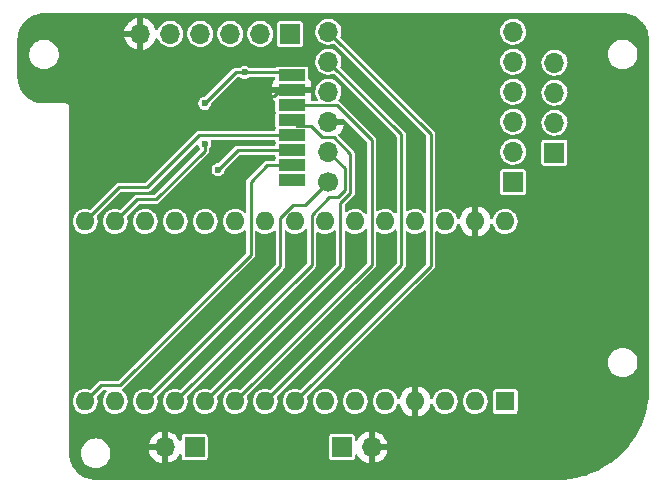
<source format=gbr>
%TF.GenerationSoftware,KiCad,Pcbnew,(6.0.9)*%
%TF.CreationDate,2023-05-29T15:26:19+10:00*%
%TF.ProjectId,SumoNyxPCB2.2,53756d6f-4e79-4785-9043-42322e322e6b,rev?*%
%TF.SameCoordinates,Original*%
%TF.FileFunction,Copper,L2,Bot*%
%TF.FilePolarity,Positive*%
%FSLAX46Y46*%
G04 Gerber Fmt 4.6, Leading zero omitted, Abs format (unit mm)*
G04 Created by KiCad (PCBNEW (6.0.9)) date 2023-05-29 15:26:19*
%MOMM*%
%LPD*%
G01*
G04 APERTURE LIST*
%TA.AperFunction,ComponentPad*%
%ADD10R,1.700000X1.700000*%
%TD*%
%TA.AperFunction,ComponentPad*%
%ADD11O,1.700000X1.700000*%
%TD*%
%TA.AperFunction,ComponentPad*%
%ADD12C,1.700000*%
%TD*%
%TA.AperFunction,ComponentPad*%
%ADD13R,1.600000X1.600000*%
%TD*%
%TA.AperFunction,ComponentPad*%
%ADD14O,1.600000X1.600000*%
%TD*%
%TA.AperFunction,SMDPad,CuDef*%
%ADD15R,2.286000X1.000000*%
%TD*%
%TA.AperFunction,ViaPad*%
%ADD16C,0.600000*%
%TD*%
%TA.AperFunction,Conductor*%
%ADD17C,0.250000*%
%TD*%
G04 APERTURE END LIST*
D10*
%TO.P,U3,1,nSLEEP*%
%TO.N,unconnected-(U3-Pad1)*%
X197975000Y-78265000D03*
D11*
%TO.P,U3,2,AOUT1*%
%TO.N,/MOTA1*%
X197975000Y-75725000D03*
%TO.P,U3,3,AOUT2*%
%TO.N,/MOTA2*%
X197975000Y-73185000D03*
%TO.P,U3,4,BOUT1*%
%TO.N,/MOTB1*%
X197975000Y-70645000D03*
%TO.P,U3,5,BOUT2*%
%TO.N,/MOTB2*%
X197975000Y-68105000D03*
%TO.P,U3,6,nFAULT*%
%TO.N,unconnected-(U3-Pad6)*%
X197975000Y-65565000D03*
D12*
%TO.P,U3,7,BIN2*%
%TO.N,Net-(A1-Pad13)*%
X182335000Y-78255000D03*
D11*
%TO.P,U3,8,BIN1*%
%TO.N,Net-(A1-Pad12)*%
X182335000Y-75715000D03*
%TO.P,U3,9,GND*%
%TO.N,GND*%
X182335000Y-73175000D03*
%TO.P,U3,10,VM*%
%TO.N,+7.5V*%
X182335000Y-70635000D03*
%TO.P,U3,11,AIN2*%
%TO.N,Net-(A1-Pad9)*%
X182335000Y-68095000D03*
%TO.P,U3,12,AIN1*%
%TO.N,Net-(A1-Pad8)*%
X182335000Y-65555000D03*
%TD*%
D10*
%TO.P,J3,1,Pin_1*%
%TO.N,/MOTA1*%
X201475000Y-75800000D03*
D11*
%TO.P,J3,2,Pin_2*%
%TO.N,/MOTA2*%
X201475000Y-73260000D03*
%TO.P,J3,3,Pin_3*%
%TO.N,/MOTB1*%
X201475000Y-70720000D03*
%TO.P,J3,4,Pin_4*%
%TO.N,/MOTB2*%
X201475000Y-68180000D03*
%TD*%
D10*
%TO.P,J4,1,Pin_1*%
%TO.N,Net-(J4-Pad1)*%
X171010000Y-100750000D03*
D11*
%TO.P,J4,2,Pin_2*%
%TO.N,GND*%
X168470000Y-100750000D03*
%TD*%
D10*
%TO.P,J2,1,Pin_1*%
%TO.N,Net-(J2-Pad1)*%
X183460000Y-100750000D03*
D11*
%TO.P,J2,2,Pin_2*%
%TO.N,GND*%
X186000000Y-100750000D03*
%TD*%
D10*
%TO.P,J1,1,Pin_1*%
%TO.N,+5V*%
X179100000Y-65750000D03*
D11*
%TO.P,J1,2,Pin_2*%
%TO.N,Net-(A1-Pad7)*%
X176560000Y-65750000D03*
%TO.P,J1,3,Pin_3*%
%TO.N,Net-(A1-Pad6)*%
X174020000Y-65750000D03*
%TO.P,J1,4,Pin_4*%
%TO.N,Net-(A1-Pad16)*%
X171480000Y-65750000D03*
%TO.P,J1,5,Pin_5*%
%TO.N,Net-(A1-Pad14)*%
X168940000Y-65750000D03*
%TO.P,J1,6,Pin_6*%
%TO.N,GND*%
X166400000Y-65750000D03*
%TD*%
D13*
%TO.P,A1,1,D1/TX*%
%TO.N,unconnected-(A1-Pad1)*%
X197300000Y-96860000D03*
D14*
%TO.P,A1,2,D0/RX*%
%TO.N,unconnected-(A1-Pad2)*%
X194760000Y-96860000D03*
%TO.P,A1,3,~{RESET}*%
%TO.N,unconnected-(A1-Pad3)*%
X192220000Y-96860000D03*
%TO.P,A1,4,GND*%
%TO.N,GND*%
X189680000Y-96860000D03*
%TO.P,A1,5,D2*%
%TO.N,unconnected-(A1-Pad5)*%
X187140000Y-96860000D03*
%TO.P,A1,6,D3*%
%TO.N,Net-(A1-Pad6)*%
X184600000Y-96860000D03*
%TO.P,A1,7,D4*%
%TO.N,Net-(A1-Pad7)*%
X182060000Y-96860000D03*
%TO.P,A1,8,D5*%
%TO.N,Net-(A1-Pad8)*%
X179520000Y-96860000D03*
%TO.P,A1,9,D6*%
%TO.N,Net-(A1-Pad9)*%
X176980000Y-96860000D03*
%TO.P,A1,10,D7*%
%TO.N,Net-(A1-Pad10)*%
X174440000Y-96860000D03*
%TO.P,A1,11,D8*%
%TO.N,Net-(A1-Pad11)*%
X171900000Y-96860000D03*
%TO.P,A1,12,D9*%
%TO.N,Net-(A1-Pad12)*%
X169360000Y-96860000D03*
%TO.P,A1,13,D10*%
%TO.N,Net-(A1-Pad13)*%
X166820000Y-96860000D03*
%TO.P,A1,14,D11*%
%TO.N,Net-(A1-Pad14)*%
X164280000Y-96860000D03*
%TO.P,A1,15,D12*%
%TO.N,Net-(A1-Pad15)*%
X161740000Y-96860000D03*
%TO.P,A1,16,D13*%
%TO.N,Net-(A1-Pad16)*%
X161740000Y-81620000D03*
%TO.P,A1,17,3V3*%
%TO.N,+3.3V*%
X164280000Y-81620000D03*
%TO.P,A1,18,AREF*%
%TO.N,unconnected-(A1-Pad18)*%
X166820000Y-81620000D03*
%TO.P,A1,19,A0*%
%TO.N,unconnected-(A1-Pad19)*%
X169360000Y-81620000D03*
%TO.P,A1,20,A1*%
%TO.N,unconnected-(A1-Pad20)*%
X171900000Y-81620000D03*
%TO.P,A1,21,A2*%
%TO.N,unconnected-(A1-Pad21)*%
X174440000Y-81620000D03*
%TO.P,A1,22,A3*%
%TO.N,unconnected-(A1-Pad22)*%
X176980000Y-81620000D03*
%TO.P,A1,23,A4*%
%TO.N,unconnected-(A1-Pad23)*%
X179520000Y-81620000D03*
%TO.P,A1,24,A5*%
%TO.N,unconnected-(A1-Pad24)*%
X182060000Y-81620000D03*
%TO.P,A1,25,A6*%
%TO.N,unconnected-(A1-Pad25)*%
X184600000Y-81620000D03*
%TO.P,A1,26,A7*%
%TO.N,unconnected-(A1-Pad26)*%
X187140000Y-81620000D03*
%TO.P,A1,27,+5V*%
%TO.N,unconnected-(A1-Pad27)*%
X189680000Y-81620000D03*
%TO.P,A1,28,~{RESET}*%
%TO.N,unconnected-(A1-Pad28)*%
X192220000Y-81620000D03*
%TO.P,A1,29,GND*%
%TO.N,GND*%
X194760000Y-81620000D03*
%TO.P,A1,30,VIN*%
%TO.N,+7.5V*%
X197300000Y-81620000D03*
%TD*%
D15*
%TO.P,U2,1,GND*%
%TO.N,GND*%
X179250000Y-70530000D03*
%TO.P,U2,2,VCC*%
%TO.N,+3.3V*%
X179250000Y-69260000D03*
%TO.P,U2,3,CE*%
%TO.N,Net-(A1-Pad10)*%
X179250000Y-71800000D03*
%TO.P,U2,4,~{CSN}*%
%TO.N,Net-(A1-Pad11)*%
X179250000Y-73070000D03*
%TO.P,U2,5,SCK*%
%TO.N,Net-(A1-Pad16)*%
X179250000Y-74340000D03*
%TO.P,U2,6,MOSI*%
%TO.N,Net-(A1-Pad14)*%
X179250000Y-75610000D03*
%TO.P,U2,7,MISO*%
%TO.N,Net-(A1-Pad15)*%
X179250000Y-76880000D03*
%TO.P,U2,8,IRQ*%
%TO.N,unconnected-(U2-Pad8)*%
X179250000Y-78150000D03*
%TD*%
D16*
%TO.N,GND*%
X181160000Y-69340000D03*
X175250000Y-71000000D03*
%TO.N,Net-(A1-Pad14)*%
X173000000Y-77250000D03*
%TO.N,+3.3V*%
X171867299Y-75064500D03*
X175250000Y-69000000D03*
X171867299Y-71617299D03*
%TD*%
D17*
%TO.N,GND*%
X177757000Y-71000000D02*
X178227000Y-70530000D01*
X178227000Y-70530000D02*
X179250000Y-70530000D01*
X181160000Y-70013000D02*
X180643000Y-70530000D01*
X180643000Y-70530000D02*
X179250000Y-70530000D01*
X175250000Y-71000000D02*
X177757000Y-71000000D01*
X181160000Y-69340000D02*
X181160000Y-70013000D01*
%TO.N,Net-(A1-Pad8)*%
X191000000Y-85380000D02*
X191000000Y-74220000D01*
X191000000Y-74220000D02*
X182335000Y-65555000D01*
X179520000Y-96860000D02*
X191000000Y-85380000D01*
%TO.N,Net-(A1-Pad9)*%
X188500000Y-74260000D02*
X188500000Y-85340000D01*
X182335000Y-68095000D02*
X188500000Y-74260000D01*
X188500000Y-85340000D02*
X176980000Y-96860000D01*
%TO.N,Net-(A1-Pad10)*%
X186000000Y-85300000D02*
X174440000Y-96860000D01*
X179250000Y-71800000D02*
X179260000Y-71810000D01*
X183060000Y-71810000D02*
X186000000Y-74750000D01*
X179260000Y-71810000D02*
X183060000Y-71810000D01*
X186000000Y-74750000D02*
X186000000Y-85300000D01*
%TO.N,Net-(A1-Pad11)*%
X183338693Y-85421307D02*
X171900000Y-96860000D01*
X180823299Y-73515000D02*
X181808299Y-74500000D01*
X181808299Y-74500000D02*
X182781701Y-74500000D01*
X179250000Y-73070000D02*
X179695000Y-73515000D01*
X183338693Y-80047703D02*
X183338693Y-85421307D01*
X179695000Y-73515000D02*
X180823299Y-73515000D01*
X184200000Y-79186396D02*
X183338693Y-80047703D01*
X184200000Y-75918299D02*
X184200000Y-79186396D01*
X182781701Y-74500000D02*
X184200000Y-75918299D01*
%TO.N,Net-(A1-Pad12)*%
X183750000Y-77130000D02*
X183750000Y-79000000D01*
X183152297Y-79597703D02*
X182402297Y-79597703D01*
X182402297Y-79597703D02*
X180935000Y-81065000D01*
X182335000Y-75715000D02*
X183750000Y-77130000D01*
X180935000Y-81065000D02*
X180935000Y-85285000D01*
X180935000Y-85285000D02*
X169360000Y-96860000D01*
X183750000Y-79000000D02*
X183152297Y-79597703D01*
%TO.N,Net-(A1-Pad13)*%
X182335000Y-78255000D02*
X180340000Y-80250000D01*
X179299009Y-80250000D02*
X178250000Y-81299009D01*
X180340000Y-80250000D02*
X179299009Y-80250000D01*
X178250000Y-85430000D02*
X166820000Y-96860000D01*
X178250000Y-81299009D02*
X178250000Y-85430000D01*
%TO.N,Net-(A1-Pad14)*%
X173000000Y-77250000D02*
X174640000Y-75610000D01*
X174640000Y-75610000D02*
X179250000Y-75610000D01*
%TO.N,Net-(A1-Pad15)*%
X164690991Y-95500000D02*
X163100000Y-95500000D01*
X175750000Y-78250000D02*
X175750000Y-84440991D01*
X177120000Y-76880000D02*
X175750000Y-78250000D01*
X175750000Y-84440991D02*
X164690991Y-95500000D01*
X179250000Y-76880000D02*
X177120000Y-76880000D01*
X163100000Y-95500000D02*
X161740000Y-96860000D01*
%TO.N,Net-(A1-Pad16)*%
X179250000Y-74340000D02*
X171410000Y-74340000D01*
X171410000Y-74340000D02*
X167000000Y-78750000D01*
X167000000Y-78750000D02*
X164610000Y-78750000D01*
X164610000Y-78750000D02*
X161740000Y-81620000D01*
%TO.N,+3.3V*%
X171867299Y-75632701D02*
X171867299Y-75064500D01*
X178510000Y-69260000D02*
X179250000Y-69260000D01*
X175250000Y-69000000D02*
X178250000Y-69000000D01*
X166150000Y-79750000D02*
X167750000Y-79750000D01*
X174484598Y-69000000D02*
X171867299Y-71617299D01*
X167750000Y-79750000D02*
X171867299Y-75632701D01*
X164280000Y-81620000D02*
X166150000Y-79750000D01*
X175250000Y-69000000D02*
X174484598Y-69000000D01*
X178250000Y-69000000D02*
X178510000Y-69260000D01*
%TD*%
%TA.AperFunction,Conductor*%
%TO.N,GND*%
G36*
X207237306Y-64002883D02*
G01*
X207250000Y-64005408D01*
X207261978Y-64003025D01*
X207274195Y-64003025D01*
X207274195Y-64003339D01*
X207284901Y-64002611D01*
X207452544Y-64012751D01*
X207513662Y-64016448D01*
X207528525Y-64018253D01*
X207780967Y-64064515D01*
X207795505Y-64068099D01*
X207961491Y-64119822D01*
X208040523Y-64144450D01*
X208054521Y-64149758D01*
X208288557Y-64255090D01*
X208301815Y-64262048D01*
X208521443Y-64394818D01*
X208533766Y-64403324D01*
X208735792Y-64561601D01*
X208747000Y-64571531D01*
X208928469Y-64753000D01*
X208938399Y-64764208D01*
X209096676Y-64966234D01*
X209105182Y-64978557D01*
X209237952Y-65198185D01*
X209244910Y-65211443D01*
X209350242Y-65445479D01*
X209355550Y-65459477D01*
X209377659Y-65530425D01*
X209431901Y-65704495D01*
X209435485Y-65719033D01*
X209481747Y-65971475D01*
X209483552Y-65986340D01*
X209497389Y-66215099D01*
X209496661Y-66225805D01*
X209496975Y-66225805D01*
X209496975Y-66238022D01*
X209494592Y-66250000D01*
X209496975Y-66261980D01*
X209497117Y-66262694D01*
X209499500Y-66286885D01*
X209499500Y-95713115D01*
X209497117Y-95737306D01*
X209494592Y-95750000D01*
X209496975Y-95761979D01*
X209496975Y-95769220D01*
X209498291Y-95785403D01*
X209481773Y-96268947D01*
X209481579Y-96274615D01*
X209481002Y-96283047D01*
X209439683Y-96684974D01*
X209427754Y-96801011D01*
X209426601Y-96809399D01*
X209338131Y-97322512D01*
X209336408Y-97330802D01*
X209213132Y-97836670D01*
X209210848Y-97844822D01*
X209120892Y-98128252D01*
X209053334Y-98341108D01*
X209050498Y-98349086D01*
X208859478Y-98833478D01*
X208856105Y-98841244D01*
X208632489Y-99311443D01*
X208628595Y-99318959D01*
X208373393Y-99772834D01*
X208369008Y-99780046D01*
X208149473Y-100114753D01*
X208083428Y-100215447D01*
X208078545Y-100222364D01*
X207763931Y-100637245D01*
X207758587Y-100643813D01*
X207416398Y-101036252D01*
X207410619Y-101042440D01*
X207042440Y-101410619D01*
X207036252Y-101416398D01*
X206643813Y-101758587D01*
X206637245Y-101763931D01*
X206498966Y-101868791D01*
X206250938Y-102056877D01*
X206222364Y-102078545D01*
X206215449Y-102083427D01*
X205780046Y-102369008D01*
X205772834Y-102373393D01*
X205487612Y-102533766D01*
X205318961Y-102628594D01*
X205311443Y-102632489D01*
X204841244Y-102856105D01*
X204833478Y-102859478D01*
X204349086Y-103050498D01*
X204341111Y-103053333D01*
X204025155Y-103153613D01*
X203844823Y-103210848D01*
X203836670Y-103213132D01*
X203330802Y-103336408D01*
X203322512Y-103338131D01*
X202809399Y-103426601D01*
X202801011Y-103427754D01*
X202283047Y-103481002D01*
X202274629Y-103481578D01*
X201785403Y-103498291D01*
X201769220Y-103496975D01*
X201761979Y-103496975D01*
X201750000Y-103494592D01*
X201738020Y-103496975D01*
X201737306Y-103497117D01*
X201713115Y-103499500D01*
X162661885Y-103499500D01*
X162637694Y-103497117D01*
X162636980Y-103496975D01*
X162625000Y-103494592D01*
X162613022Y-103496975D01*
X162600805Y-103496975D01*
X162600805Y-103496661D01*
X162590099Y-103497389D01*
X162422456Y-103487249D01*
X162361338Y-103483552D01*
X162346475Y-103481747D01*
X162345559Y-103481579D01*
X162304958Y-103474139D01*
X162094033Y-103435485D01*
X162079495Y-103431901D01*
X161901873Y-103376552D01*
X161834477Y-103355550D01*
X161820479Y-103350242D01*
X161586443Y-103244910D01*
X161573185Y-103237952D01*
X161353557Y-103105182D01*
X161341234Y-103096676D01*
X161139208Y-102938399D01*
X161128000Y-102928469D01*
X160946531Y-102747000D01*
X160936601Y-102735792D01*
X160778324Y-102533766D01*
X160769818Y-102521443D01*
X160637048Y-102301815D01*
X160630090Y-102288557D01*
X160524758Y-102054521D01*
X160519448Y-102040519D01*
X160513107Y-102020168D01*
X160481118Y-101917512D01*
X160443099Y-101795505D01*
X160439515Y-101780967D01*
X160393253Y-101528525D01*
X160391448Y-101513660D01*
X160377611Y-101284901D01*
X160378339Y-101274195D01*
X160378025Y-101274195D01*
X160378025Y-101261978D01*
X160380408Y-101250000D01*
X161369723Y-101250000D01*
X161388793Y-101467977D01*
X161390195Y-101473209D01*
X161431946Y-101629024D01*
X161445425Y-101679330D01*
X161537898Y-101877638D01*
X161541005Y-101882075D01*
X161541006Y-101882077D01*
X161660296Y-102052442D01*
X161660300Y-102052446D01*
X161663402Y-102056877D01*
X161818123Y-102211598D01*
X161997361Y-102337102D01*
X162195670Y-102429575D01*
X162200893Y-102430974D01*
X162200897Y-102430976D01*
X162367901Y-102475724D01*
X162407023Y-102486207D01*
X162625000Y-102505277D01*
X162842977Y-102486207D01*
X162882099Y-102475724D01*
X163049103Y-102430976D01*
X163049107Y-102430974D01*
X163054330Y-102429575D01*
X163252639Y-102337102D01*
X163431877Y-102211598D01*
X163586598Y-102056877D01*
X163589700Y-102052446D01*
X163589704Y-102052442D01*
X163708994Y-101882077D01*
X163708995Y-101882075D01*
X163712102Y-101877638D01*
X163804575Y-101679330D01*
X163818055Y-101629024D01*
X163859805Y-101473209D01*
X163861207Y-101467977D01*
X163880277Y-101250000D01*
X163861207Y-101032023D01*
X163857382Y-101017748D01*
X167138208Y-101017748D01*
X167168580Y-101152517D01*
X167171618Y-101162209D01*
X167251800Y-101359675D01*
X167256374Y-101368730D01*
X167367731Y-101550448D01*
X167373725Y-101558639D01*
X167513270Y-101719734D01*
X167520515Y-101726829D01*
X167684497Y-101862969D01*
X167692813Y-101868791D01*
X167876820Y-101976317D01*
X167885976Y-101980703D01*
X168085077Y-102056732D01*
X168094816Y-102059562D01*
X168198532Y-102080663D01*
X168212357Y-102079487D01*
X168216000Y-102069301D01*
X168216000Y-102068802D01*
X168724000Y-102068802D01*
X168728001Y-102082427D01*
X168741200Y-102084429D01*
X168748269Y-102083523D01*
X168758182Y-102081416D01*
X168962332Y-102020168D01*
X168971768Y-102016470D01*
X169163168Y-101922703D01*
X169171877Y-101917512D01*
X169345402Y-101793739D01*
X169353135Y-101787203D01*
X169504103Y-101636760D01*
X169510687Y-101629024D01*
X169635050Y-101455955D01*
X169640278Y-101447254D01*
X169674336Y-101378344D01*
X169721686Y-101326966D01*
X169789297Y-101309343D01*
X169855702Y-101331071D01*
X169899819Y-101385252D01*
X169909500Y-101433285D01*
X169909500Y-101624674D01*
X169924034Y-101697740D01*
X169979399Y-101780601D01*
X170062260Y-101835966D01*
X170096313Y-101842740D01*
X170129347Y-101849311D01*
X170129350Y-101849311D01*
X170135326Y-101850500D01*
X171884674Y-101850500D01*
X171890650Y-101849311D01*
X171890653Y-101849311D01*
X171923687Y-101842740D01*
X171957740Y-101835966D01*
X172040601Y-101780601D01*
X172095966Y-101697740D01*
X172110500Y-101624674D01*
X182359500Y-101624674D01*
X182374034Y-101697740D01*
X182429399Y-101780601D01*
X182512260Y-101835966D01*
X182546313Y-101842740D01*
X182579347Y-101849311D01*
X182579350Y-101849311D01*
X182585326Y-101850500D01*
X184334674Y-101850500D01*
X184340650Y-101849311D01*
X184340653Y-101849311D01*
X184373687Y-101842740D01*
X184407740Y-101835966D01*
X184490601Y-101780601D01*
X184545966Y-101697740D01*
X184560500Y-101624674D01*
X184560500Y-101439808D01*
X184580185Y-101372769D01*
X184632989Y-101327014D01*
X184702147Y-101317070D01*
X184765703Y-101346095D01*
X184790227Y-101375018D01*
X184897731Y-101550448D01*
X184903725Y-101558639D01*
X185043270Y-101719734D01*
X185050515Y-101726829D01*
X185214497Y-101862969D01*
X185222813Y-101868791D01*
X185406820Y-101976317D01*
X185415976Y-101980703D01*
X185615077Y-102056732D01*
X185624816Y-102059562D01*
X185728532Y-102080663D01*
X185742357Y-102079487D01*
X185746000Y-102069301D01*
X185746000Y-102068802D01*
X186254000Y-102068802D01*
X186258001Y-102082427D01*
X186271200Y-102084429D01*
X186278269Y-102083523D01*
X186288182Y-102081416D01*
X186492332Y-102020168D01*
X186501768Y-102016470D01*
X186693168Y-101922703D01*
X186701877Y-101917512D01*
X186875402Y-101793739D01*
X186883135Y-101787203D01*
X187034103Y-101636760D01*
X187040687Y-101629024D01*
X187165050Y-101455955D01*
X187170278Y-101447254D01*
X187264707Y-101256193D01*
X187268444Y-101246753D01*
X187330402Y-101042829D01*
X187332544Y-101032918D01*
X187334024Y-101021676D01*
X187331847Y-101007719D01*
X187318898Y-101004000D01*
X186271830Y-101004000D01*
X186256831Y-101008404D01*
X186255644Y-101009774D01*
X186254000Y-101017332D01*
X186254000Y-102068802D01*
X185746000Y-102068802D01*
X185746000Y-100478170D01*
X186254000Y-100478170D01*
X186258404Y-100493169D01*
X186259774Y-100494356D01*
X186267332Y-100496000D01*
X187318629Y-100496000D01*
X187331946Y-100492090D01*
X187333232Y-100483151D01*
X187291193Y-100315790D01*
X187287930Y-100306207D01*
X187202940Y-100110741D01*
X187198149Y-100101805D01*
X187082378Y-99922852D01*
X187076194Y-99914822D01*
X186932751Y-99757180D01*
X186925333Y-99750263D01*
X186758076Y-99618172D01*
X186749629Y-99612560D01*
X186563037Y-99509555D01*
X186553782Y-99505396D01*
X186352890Y-99434256D01*
X186343066Y-99431660D01*
X186271555Y-99418922D01*
X186258468Y-99420358D01*
X186254000Y-99434685D01*
X186254000Y-100478170D01*
X185746000Y-100478170D01*
X185746000Y-99432817D01*
X185742143Y-99419682D01*
X185728094Y-99417727D01*
X185689235Y-99423674D01*
X185679376Y-99426022D01*
X185476785Y-99492239D01*
X185467436Y-99496169D01*
X185278389Y-99594580D01*
X185269804Y-99599987D01*
X185099368Y-99727954D01*
X185091780Y-99734691D01*
X184944532Y-99888778D01*
X184938153Y-99896655D01*
X184818050Y-100072719D01*
X184813035Y-100081546D01*
X184796974Y-100116148D01*
X184750893Y-100168668D01*
X184683734Y-100187938D01*
X184616817Y-100167839D01*
X184571389Y-100114753D01*
X184560500Y-100063940D01*
X184560500Y-99875326D01*
X184545966Y-99802260D01*
X184490601Y-99719399D01*
X184407740Y-99664034D01*
X184373687Y-99657260D01*
X184340653Y-99650689D01*
X184340650Y-99650689D01*
X184334674Y-99649500D01*
X182585326Y-99649500D01*
X182579350Y-99650689D01*
X182579347Y-99650689D01*
X182546313Y-99657260D01*
X182512260Y-99664034D01*
X182429399Y-99719399D01*
X182374034Y-99802260D01*
X182359500Y-99875326D01*
X182359500Y-101624674D01*
X172110500Y-101624674D01*
X172110500Y-99875326D01*
X172095966Y-99802260D01*
X172040601Y-99719399D01*
X171957740Y-99664034D01*
X171923687Y-99657260D01*
X171890653Y-99650689D01*
X171890650Y-99650689D01*
X171884674Y-99649500D01*
X170135326Y-99649500D01*
X170129350Y-99650689D01*
X170129347Y-99650689D01*
X170096313Y-99657260D01*
X170062260Y-99664034D01*
X169979399Y-99719399D01*
X169924034Y-99802260D01*
X169909500Y-99875326D01*
X169909500Y-100058637D01*
X169889815Y-100125676D01*
X169837011Y-100171431D01*
X169767853Y-100181375D01*
X169704297Y-100152350D01*
X169676556Y-100114582D01*
X169675347Y-100115230D01*
X169668149Y-100101805D01*
X169552378Y-99922852D01*
X169546194Y-99914822D01*
X169402751Y-99757180D01*
X169395333Y-99750263D01*
X169228076Y-99618172D01*
X169219629Y-99612560D01*
X169033037Y-99509555D01*
X169023782Y-99505396D01*
X168822890Y-99434256D01*
X168813066Y-99431660D01*
X168741555Y-99418922D01*
X168728468Y-99420358D01*
X168724000Y-99434685D01*
X168724000Y-102068802D01*
X168216000Y-102068802D01*
X168216000Y-101021830D01*
X168211596Y-101006831D01*
X168210226Y-101005644D01*
X168202668Y-101004000D01*
X167152940Y-101004000D01*
X167139623Y-101007910D01*
X167138208Y-101017748D01*
X163857382Y-101017748D01*
X163804575Y-100820670D01*
X163712102Y-100622362D01*
X163639016Y-100517984D01*
X163615477Y-100484366D01*
X167134338Y-100484366D01*
X167135838Y-100492660D01*
X167148025Y-100496000D01*
X168198170Y-100496000D01*
X168213169Y-100491596D01*
X168214356Y-100490226D01*
X168216000Y-100482668D01*
X168216000Y-99432817D01*
X168212143Y-99419682D01*
X168198094Y-99417727D01*
X168159235Y-99423674D01*
X168149376Y-99426022D01*
X167946785Y-99492239D01*
X167937436Y-99496169D01*
X167748389Y-99594580D01*
X167739804Y-99599987D01*
X167569368Y-99727954D01*
X167561780Y-99734691D01*
X167414532Y-99888778D01*
X167408153Y-99896655D01*
X167288050Y-100072719D01*
X167283035Y-100081547D01*
X167193301Y-100274864D01*
X167189799Y-100284382D01*
X167134338Y-100484366D01*
X163615477Y-100484366D01*
X163589704Y-100447558D01*
X163589700Y-100447554D01*
X163586598Y-100443123D01*
X163431877Y-100288402D01*
X163252639Y-100162898D01*
X163054330Y-100070425D01*
X163049107Y-100069026D01*
X163049103Y-100069024D01*
X162848209Y-100015195D01*
X162848210Y-100015195D01*
X162842977Y-100013793D01*
X162625000Y-99994723D01*
X162407023Y-100013793D01*
X162401790Y-100015195D01*
X162401791Y-100015195D01*
X162200897Y-100069024D01*
X162200893Y-100069026D01*
X162195670Y-100070425D01*
X161997362Y-100162898D01*
X161992925Y-100166005D01*
X161992923Y-100166006D01*
X161822558Y-100285296D01*
X161822557Y-100285297D01*
X161818123Y-100288402D01*
X161663402Y-100443123D01*
X161660300Y-100447554D01*
X161660296Y-100447558D01*
X161610984Y-100517984D01*
X161537898Y-100622362D01*
X161445425Y-100820670D01*
X161388793Y-101032023D01*
X161388321Y-101037422D01*
X161370772Y-101238020D01*
X161370639Y-101239535D01*
X161369723Y-101250000D01*
X160380408Y-101250000D01*
X160377883Y-101237306D01*
X160375500Y-101213115D01*
X160375500Y-96845262D01*
X160684520Y-96845262D01*
X160701759Y-97050553D01*
X160758544Y-97248586D01*
X160852712Y-97431818D01*
X160856480Y-97436572D01*
X160923340Y-97520928D01*
X160980677Y-97593270D01*
X160985296Y-97597201D01*
X161132950Y-97722865D01*
X161132955Y-97722869D01*
X161137564Y-97726791D01*
X161317398Y-97827297D01*
X161513329Y-97890959D01*
X161519347Y-97891677D01*
X161519349Y-97891677D01*
X161661410Y-97908616D01*
X161717894Y-97915351D01*
X161723938Y-97914886D01*
X161723939Y-97914886D01*
X161796391Y-97909311D01*
X161923300Y-97899546D01*
X162057840Y-97861982D01*
X162115885Y-97845776D01*
X162115889Y-97845774D01*
X162121725Y-97844145D01*
X162305610Y-97751258D01*
X162467951Y-97624424D01*
X162471907Y-97619840D01*
X162471911Y-97619837D01*
X162598602Y-97473062D01*
X162602564Y-97468472D01*
X162623387Y-97431818D01*
X162701327Y-97294618D01*
X162704323Y-97289344D01*
X162759928Y-97122189D01*
X162767439Y-97099611D01*
X162767439Y-97099610D01*
X162769351Y-97093863D01*
X162773158Y-97063732D01*
X162794736Y-96892919D01*
X162794736Y-96892915D01*
X162795171Y-96889474D01*
X162795583Y-96860000D01*
X162775480Y-96654970D01*
X162769376Y-96634753D01*
X162727495Y-96496036D01*
X162726963Y-96426168D01*
X162758522Y-96372515D01*
X163219218Y-95911819D01*
X163280541Y-95878334D01*
X163306899Y-95875500D01*
X163475784Y-95875500D01*
X163542823Y-95895185D01*
X163588578Y-95947989D01*
X163598522Y-96017147D01*
X163569497Y-96080703D01*
X163553484Y-96096137D01*
X163541447Y-96105815D01*
X163409024Y-96263630D01*
X163309776Y-96444162D01*
X163307942Y-96449944D01*
X163307941Y-96449946D01*
X163252044Y-96626156D01*
X163247484Y-96640532D01*
X163242555Y-96684473D01*
X163228543Y-96809399D01*
X163224520Y-96845262D01*
X163241759Y-97050553D01*
X163298544Y-97248586D01*
X163392712Y-97431818D01*
X163396480Y-97436572D01*
X163463340Y-97520928D01*
X163520677Y-97593270D01*
X163525296Y-97597201D01*
X163672950Y-97722865D01*
X163672955Y-97722869D01*
X163677564Y-97726791D01*
X163857398Y-97827297D01*
X164053329Y-97890959D01*
X164059347Y-97891677D01*
X164059349Y-97891677D01*
X164201410Y-97908616D01*
X164257894Y-97915351D01*
X164263938Y-97914886D01*
X164263939Y-97914886D01*
X164336391Y-97909311D01*
X164463300Y-97899546D01*
X164597840Y-97861982D01*
X164655885Y-97845776D01*
X164655889Y-97845774D01*
X164661725Y-97844145D01*
X164845610Y-97751258D01*
X165007951Y-97624424D01*
X165011907Y-97619840D01*
X165011911Y-97619837D01*
X165138602Y-97473062D01*
X165142564Y-97468472D01*
X165163387Y-97431818D01*
X165241327Y-97294618D01*
X165244323Y-97289344D01*
X165299928Y-97122189D01*
X165307439Y-97099611D01*
X165307439Y-97099610D01*
X165309351Y-97093863D01*
X165313158Y-97063732D01*
X165334736Y-96892919D01*
X165334736Y-96892915D01*
X165335171Y-96889474D01*
X165335583Y-96860000D01*
X165315480Y-96654970D01*
X165309376Y-96634753D01*
X165257688Y-96463555D01*
X165255935Y-96457749D01*
X165159218Y-96275849D01*
X165029011Y-96116200D01*
X165011864Y-96102015D01*
X164899540Y-96009092D01*
X164860433Y-95951192D01*
X164858837Y-95881340D01*
X164895259Y-95821715D01*
X164906457Y-95813112D01*
X164909891Y-95811463D01*
X164914122Y-95807906D01*
X164916008Y-95806020D01*
X164917938Y-95804249D01*
X164917991Y-95804221D01*
X164918108Y-95804348D01*
X164918665Y-95803857D01*
X164924320Y-95800806D01*
X164938558Y-95785404D01*
X164960544Y-95761619D01*
X164963919Y-95758109D01*
X175977839Y-84744189D01*
X175996568Y-84729062D01*
X175997602Y-84728121D01*
X176006210Y-84722563D01*
X176026807Y-84696436D01*
X176030721Y-84692031D01*
X176030651Y-84691972D01*
X176033953Y-84688075D01*
X176037576Y-84684452D01*
X176048687Y-84668903D01*
X176052196Y-84664230D01*
X176062440Y-84651236D01*
X176083603Y-84624391D01*
X176086605Y-84615842D01*
X176091872Y-84608472D01*
X176106410Y-84559860D01*
X176108215Y-84554306D01*
X176122438Y-84513805D01*
X176122439Y-84513803D01*
X176125023Y-84506443D01*
X176125500Y-84500936D01*
X176125500Y-84498253D01*
X176125613Y-84495654D01*
X176125636Y-84495576D01*
X176125804Y-84495583D01*
X176125849Y-84494862D01*
X176127691Y-84488704D01*
X176125596Y-84435385D01*
X176125500Y-84430517D01*
X176125500Y-82540629D01*
X176145185Y-82473590D01*
X176197989Y-82427835D01*
X176267147Y-82417891D01*
X176329866Y-82446198D01*
X176372945Y-82482861D01*
X176372951Y-82482865D01*
X176377564Y-82486791D01*
X176557398Y-82587297D01*
X176753329Y-82650959D01*
X176759347Y-82651677D01*
X176759349Y-82651677D01*
X176901410Y-82668616D01*
X176957894Y-82675351D01*
X176963938Y-82674886D01*
X176963939Y-82674886D01*
X177025266Y-82670167D01*
X177163300Y-82659546D01*
X177297840Y-82621982D01*
X177355885Y-82605776D01*
X177355889Y-82605774D01*
X177361725Y-82604145D01*
X177545610Y-82511258D01*
X177674158Y-82410826D01*
X177739105Y-82385065D01*
X177807670Y-82398505D01*
X177858084Y-82446881D01*
X177874500Y-82508540D01*
X177874500Y-85223101D01*
X177854815Y-85290140D01*
X177838181Y-85310782D01*
X167307156Y-95841807D01*
X167245833Y-95875292D01*
X167182807Y-95872581D01*
X167160178Y-95865576D01*
X167032254Y-95825977D01*
X166827369Y-95804443D01*
X166821336Y-95804992D01*
X166821332Y-95804992D01*
X166695721Y-95816424D01*
X166622203Y-95823114D01*
X166616390Y-95824825D01*
X166616389Y-95824825D01*
X166430963Y-95879399D01*
X166424572Y-95881280D01*
X166391668Y-95898482D01*
X166247374Y-95973917D01*
X166247370Y-95973920D01*
X166242002Y-95976726D01*
X166237279Y-95980523D01*
X166237278Y-95980524D01*
X166093482Y-96096139D01*
X166081447Y-96105815D01*
X165949024Y-96263630D01*
X165849776Y-96444162D01*
X165847942Y-96449944D01*
X165847941Y-96449946D01*
X165792044Y-96626156D01*
X165787484Y-96640532D01*
X165782555Y-96684473D01*
X165768543Y-96809399D01*
X165764520Y-96845262D01*
X165781759Y-97050553D01*
X165838544Y-97248586D01*
X165932712Y-97431818D01*
X165936480Y-97436572D01*
X166003340Y-97520928D01*
X166060677Y-97593270D01*
X166065296Y-97597201D01*
X166212950Y-97722865D01*
X166212955Y-97722869D01*
X166217564Y-97726791D01*
X166397398Y-97827297D01*
X166593329Y-97890959D01*
X166599347Y-97891677D01*
X166599349Y-97891677D01*
X166741410Y-97908616D01*
X166797894Y-97915351D01*
X166803938Y-97914886D01*
X166803939Y-97914886D01*
X166876391Y-97909311D01*
X167003300Y-97899546D01*
X167137840Y-97861982D01*
X167195885Y-97845776D01*
X167195889Y-97845774D01*
X167201725Y-97844145D01*
X167385610Y-97751258D01*
X167547951Y-97624424D01*
X167551907Y-97619840D01*
X167551911Y-97619837D01*
X167678602Y-97473062D01*
X167682564Y-97468472D01*
X167703387Y-97431818D01*
X167781327Y-97294618D01*
X167784323Y-97289344D01*
X167839928Y-97122189D01*
X167847439Y-97099611D01*
X167847439Y-97099610D01*
X167849351Y-97093863D01*
X167853158Y-97063732D01*
X167874736Y-96892919D01*
X167874736Y-96892915D01*
X167875171Y-96889474D01*
X167875583Y-96860000D01*
X167855480Y-96654970D01*
X167849376Y-96634753D01*
X167807495Y-96496036D01*
X167806963Y-96426168D01*
X167838522Y-96372515D01*
X178477839Y-85733198D01*
X178496568Y-85718071D01*
X178497602Y-85717130D01*
X178506210Y-85711572D01*
X178526807Y-85685445D01*
X178530720Y-85681042D01*
X178530650Y-85680983D01*
X178533957Y-85677080D01*
X178537575Y-85673462D01*
X178548681Y-85657920D01*
X178552170Y-85653272D01*
X178583603Y-85613400D01*
X178586605Y-85604851D01*
X178591872Y-85597481D01*
X178606408Y-85548877D01*
X178608212Y-85543324D01*
X178622437Y-85502817D01*
X178622438Y-85502814D01*
X178625023Y-85495452D01*
X178625500Y-85489945D01*
X178625500Y-85487261D01*
X178625613Y-85484659D01*
X178625635Y-85484585D01*
X178625804Y-85484592D01*
X178625850Y-85483867D01*
X178627690Y-85477713D01*
X178627259Y-85466721D01*
X178625596Y-85424419D01*
X178625500Y-85419551D01*
X178625500Y-82506586D01*
X178645185Y-82439547D01*
X178697989Y-82393792D01*
X178767147Y-82383848D01*
X178829867Y-82412155D01*
X178917564Y-82486791D01*
X179097398Y-82587297D01*
X179293329Y-82650959D01*
X179299347Y-82651677D01*
X179299349Y-82651677D01*
X179441410Y-82668616D01*
X179497894Y-82675351D01*
X179503938Y-82674886D01*
X179503939Y-82674886D01*
X179565266Y-82670167D01*
X179703300Y-82659546D01*
X179837840Y-82621982D01*
X179895885Y-82605776D01*
X179895889Y-82605774D01*
X179901725Y-82604145D01*
X180085610Y-82511258D01*
X180247951Y-82384424D01*
X180251907Y-82379840D01*
X180251911Y-82379837D01*
X180341632Y-82275893D01*
X180400338Y-82238007D01*
X180470208Y-82237873D01*
X180529058Y-82275536D01*
X180558204Y-82339036D01*
X180559500Y-82356917D01*
X180559500Y-85078101D01*
X180539815Y-85145140D01*
X180523181Y-85165782D01*
X169847156Y-95841807D01*
X169785833Y-95875292D01*
X169722807Y-95872581D01*
X169700178Y-95865576D01*
X169572254Y-95825977D01*
X169367369Y-95804443D01*
X169361336Y-95804992D01*
X169361332Y-95804992D01*
X169235721Y-95816424D01*
X169162203Y-95823114D01*
X169156390Y-95824825D01*
X169156389Y-95824825D01*
X168970963Y-95879399D01*
X168964572Y-95881280D01*
X168931668Y-95898482D01*
X168787374Y-95973917D01*
X168787370Y-95973920D01*
X168782002Y-95976726D01*
X168777279Y-95980523D01*
X168777278Y-95980524D01*
X168633482Y-96096139D01*
X168621447Y-96105815D01*
X168489024Y-96263630D01*
X168389776Y-96444162D01*
X168387942Y-96449944D01*
X168387941Y-96449946D01*
X168332044Y-96626156D01*
X168327484Y-96640532D01*
X168322555Y-96684473D01*
X168308543Y-96809399D01*
X168304520Y-96845262D01*
X168321759Y-97050553D01*
X168378544Y-97248586D01*
X168472712Y-97431818D01*
X168476480Y-97436572D01*
X168543340Y-97520928D01*
X168600677Y-97593270D01*
X168605296Y-97597201D01*
X168752950Y-97722865D01*
X168752955Y-97722869D01*
X168757564Y-97726791D01*
X168937398Y-97827297D01*
X169133329Y-97890959D01*
X169139347Y-97891677D01*
X169139349Y-97891677D01*
X169281410Y-97908616D01*
X169337894Y-97915351D01*
X169343938Y-97914886D01*
X169343939Y-97914886D01*
X169416391Y-97909311D01*
X169543300Y-97899546D01*
X169677840Y-97861982D01*
X169735885Y-97845776D01*
X169735889Y-97845774D01*
X169741725Y-97844145D01*
X169925610Y-97751258D01*
X170087951Y-97624424D01*
X170091907Y-97619840D01*
X170091911Y-97619837D01*
X170218602Y-97473062D01*
X170222564Y-97468472D01*
X170243387Y-97431818D01*
X170321327Y-97294618D01*
X170324323Y-97289344D01*
X170379928Y-97122189D01*
X170387439Y-97099611D01*
X170387439Y-97099610D01*
X170389351Y-97093863D01*
X170393158Y-97063732D01*
X170414736Y-96892919D01*
X170414736Y-96892915D01*
X170415171Y-96889474D01*
X170415583Y-96860000D01*
X170395480Y-96654970D01*
X170389376Y-96634753D01*
X170347495Y-96496036D01*
X170346963Y-96426168D01*
X170378522Y-96372515D01*
X181162839Y-85588198D01*
X181181568Y-85573071D01*
X181182602Y-85572130D01*
X181191210Y-85566572D01*
X181211807Y-85540445D01*
X181215720Y-85536042D01*
X181215650Y-85535983D01*
X181218957Y-85532080D01*
X181222575Y-85528462D01*
X181233681Y-85512920D01*
X181237170Y-85508272D01*
X181268603Y-85468400D01*
X181271605Y-85459851D01*
X181276872Y-85452481D01*
X181291408Y-85403877D01*
X181293212Y-85398324D01*
X181307437Y-85357817D01*
X181307438Y-85357814D01*
X181310023Y-85350452D01*
X181310500Y-85344945D01*
X181310500Y-85342261D01*
X181310613Y-85339659D01*
X181310635Y-85339585D01*
X181310804Y-85339592D01*
X181310850Y-85338867D01*
X181312690Y-85332713D01*
X181311829Y-85310782D01*
X181310596Y-85279419D01*
X181310500Y-85274551D01*
X181310500Y-82615953D01*
X181330185Y-82548914D01*
X181382989Y-82503159D01*
X181452147Y-82493215D01*
X181494994Y-82507711D01*
X181632096Y-82584334D01*
X181637398Y-82587297D01*
X181833329Y-82650959D01*
X181839347Y-82651677D01*
X181839349Y-82651677D01*
X181981410Y-82668616D01*
X182037894Y-82675351D01*
X182043938Y-82674886D01*
X182043939Y-82674886D01*
X182105266Y-82670167D01*
X182243300Y-82659546D01*
X182377840Y-82621982D01*
X182435885Y-82605776D01*
X182435889Y-82605774D01*
X182441725Y-82604145D01*
X182625610Y-82511258D01*
X182630385Y-82507528D01*
X182630392Y-82507523D01*
X182762851Y-82404035D01*
X182827798Y-82378273D01*
X182896363Y-82391713D01*
X182946776Y-82440089D01*
X182963193Y-82501748D01*
X182963193Y-85214408D01*
X182943508Y-85281447D01*
X182926874Y-85302089D01*
X172387156Y-95841807D01*
X172325833Y-95875292D01*
X172262807Y-95872581D01*
X172240178Y-95865576D01*
X172112254Y-95825977D01*
X171907369Y-95804443D01*
X171901336Y-95804992D01*
X171901332Y-95804992D01*
X171775721Y-95816424D01*
X171702203Y-95823114D01*
X171696390Y-95824825D01*
X171696389Y-95824825D01*
X171510963Y-95879399D01*
X171504572Y-95881280D01*
X171471668Y-95898482D01*
X171327374Y-95973917D01*
X171327370Y-95973920D01*
X171322002Y-95976726D01*
X171317279Y-95980523D01*
X171317278Y-95980524D01*
X171173482Y-96096139D01*
X171161447Y-96105815D01*
X171029024Y-96263630D01*
X170929776Y-96444162D01*
X170927942Y-96449944D01*
X170927941Y-96449946D01*
X170872044Y-96626156D01*
X170867484Y-96640532D01*
X170862555Y-96684473D01*
X170848543Y-96809399D01*
X170844520Y-96845262D01*
X170861759Y-97050553D01*
X170918544Y-97248586D01*
X171012712Y-97431818D01*
X171016480Y-97436572D01*
X171083340Y-97520928D01*
X171140677Y-97593270D01*
X171145296Y-97597201D01*
X171292950Y-97722865D01*
X171292955Y-97722869D01*
X171297564Y-97726791D01*
X171477398Y-97827297D01*
X171673329Y-97890959D01*
X171679347Y-97891677D01*
X171679349Y-97891677D01*
X171821410Y-97908616D01*
X171877894Y-97915351D01*
X171883938Y-97914886D01*
X171883939Y-97914886D01*
X171956391Y-97909311D01*
X172083300Y-97899546D01*
X172217840Y-97861982D01*
X172275885Y-97845776D01*
X172275889Y-97845774D01*
X172281725Y-97844145D01*
X172465610Y-97751258D01*
X172627951Y-97624424D01*
X172631907Y-97619840D01*
X172631911Y-97619837D01*
X172758602Y-97473062D01*
X172762564Y-97468472D01*
X172783387Y-97431818D01*
X172861327Y-97294618D01*
X172864323Y-97289344D01*
X172919928Y-97122189D01*
X172927439Y-97099611D01*
X172927439Y-97099610D01*
X172929351Y-97093863D01*
X172933158Y-97063732D01*
X172954736Y-96892919D01*
X172954736Y-96892915D01*
X172955171Y-96889474D01*
X172955583Y-96860000D01*
X172935480Y-96654970D01*
X172929376Y-96634753D01*
X172887495Y-96496036D01*
X172886963Y-96426168D01*
X172918522Y-96372515D01*
X183566536Y-85724502D01*
X183585238Y-85709398D01*
X183586292Y-85708439D01*
X183594903Y-85702879D01*
X183615497Y-85676756D01*
X183619417Y-85672345D01*
X183619347Y-85672286D01*
X183622652Y-85668386D01*
X183626269Y-85664769D01*
X183629237Y-85660616D01*
X183629246Y-85660605D01*
X183637390Y-85649207D01*
X183640900Y-85644532D01*
X183665951Y-85612756D01*
X183665952Y-85612754D01*
X183672296Y-85604707D01*
X183675298Y-85596159D01*
X183680565Y-85588788D01*
X183685266Y-85573071D01*
X183693146Y-85546721D01*
X183695103Y-85540176D01*
X183696908Y-85534622D01*
X183711131Y-85494121D01*
X183711132Y-85494119D01*
X183713716Y-85486759D01*
X183714193Y-85481252D01*
X183714193Y-85478569D01*
X183714306Y-85475970D01*
X183714329Y-85475892D01*
X183714497Y-85475899D01*
X183714542Y-85475178D01*
X183716384Y-85469020D01*
X183715921Y-85457218D01*
X183714289Y-85415701D01*
X183714193Y-85410833D01*
X183714193Y-82513984D01*
X183733878Y-82446945D01*
X183786682Y-82401190D01*
X183855840Y-82391246D01*
X183918559Y-82419552D01*
X183997564Y-82486791D01*
X184177398Y-82587297D01*
X184373329Y-82650959D01*
X184379347Y-82651677D01*
X184379349Y-82651677D01*
X184521410Y-82668616D01*
X184577894Y-82675351D01*
X184583938Y-82674886D01*
X184583939Y-82674886D01*
X184645266Y-82670167D01*
X184783300Y-82659546D01*
X184917840Y-82621982D01*
X184975885Y-82605776D01*
X184975889Y-82605774D01*
X184981725Y-82604145D01*
X185165610Y-82511258D01*
X185327951Y-82384424D01*
X185406633Y-82293269D01*
X185465338Y-82255384D01*
X185535207Y-82255250D01*
X185594058Y-82292912D01*
X185623204Y-82356413D01*
X185624500Y-82374294D01*
X185624500Y-85093101D01*
X185604815Y-85160140D01*
X185588181Y-85180782D01*
X174927156Y-95841807D01*
X174865833Y-95875292D01*
X174802807Y-95872581D01*
X174780178Y-95865576D01*
X174652254Y-95825977D01*
X174447369Y-95804443D01*
X174441336Y-95804992D01*
X174441332Y-95804992D01*
X174315721Y-95816424D01*
X174242203Y-95823114D01*
X174236390Y-95824825D01*
X174236389Y-95824825D01*
X174050963Y-95879399D01*
X174044572Y-95881280D01*
X174011668Y-95898482D01*
X173867374Y-95973917D01*
X173867370Y-95973920D01*
X173862002Y-95976726D01*
X173857279Y-95980523D01*
X173857278Y-95980524D01*
X173713482Y-96096139D01*
X173701447Y-96105815D01*
X173569024Y-96263630D01*
X173469776Y-96444162D01*
X173467942Y-96449944D01*
X173467941Y-96449946D01*
X173412044Y-96626156D01*
X173407484Y-96640532D01*
X173402555Y-96684473D01*
X173388543Y-96809399D01*
X173384520Y-96845262D01*
X173401759Y-97050553D01*
X173458544Y-97248586D01*
X173552712Y-97431818D01*
X173556480Y-97436572D01*
X173623340Y-97520928D01*
X173680677Y-97593270D01*
X173685296Y-97597201D01*
X173832950Y-97722865D01*
X173832955Y-97722869D01*
X173837564Y-97726791D01*
X174017398Y-97827297D01*
X174213329Y-97890959D01*
X174219347Y-97891677D01*
X174219349Y-97891677D01*
X174361410Y-97908616D01*
X174417894Y-97915351D01*
X174423938Y-97914886D01*
X174423939Y-97914886D01*
X174496391Y-97909311D01*
X174623300Y-97899546D01*
X174757840Y-97861982D01*
X174815885Y-97845776D01*
X174815889Y-97845774D01*
X174821725Y-97844145D01*
X175005610Y-97751258D01*
X175167951Y-97624424D01*
X175171907Y-97619840D01*
X175171911Y-97619837D01*
X175298602Y-97473062D01*
X175302564Y-97468472D01*
X175323387Y-97431818D01*
X175401327Y-97294618D01*
X175404323Y-97289344D01*
X175459928Y-97122189D01*
X175467439Y-97099611D01*
X175467439Y-97099610D01*
X175469351Y-97093863D01*
X175473158Y-97063732D01*
X175494736Y-96892919D01*
X175494736Y-96892915D01*
X175495171Y-96889474D01*
X175495583Y-96860000D01*
X175475480Y-96654970D01*
X175469376Y-96634753D01*
X175427495Y-96496036D01*
X175426963Y-96426168D01*
X175458522Y-96372515D01*
X186227843Y-85603195D01*
X186246545Y-85588091D01*
X186247599Y-85587132D01*
X186256210Y-85581572D01*
X186276804Y-85555449D01*
X186280724Y-85551038D01*
X186280654Y-85550979D01*
X186283959Y-85547079D01*
X186287576Y-85543462D01*
X186290544Y-85539309D01*
X186290553Y-85539298D01*
X186298697Y-85527900D01*
X186302207Y-85523225D01*
X186327258Y-85491449D01*
X186327259Y-85491447D01*
X186333603Y-85483400D01*
X186336605Y-85474852D01*
X186341872Y-85467481D01*
X186344942Y-85457218D01*
X186356409Y-85418873D01*
X186358215Y-85413315D01*
X186372438Y-85372814D01*
X186372439Y-85372812D01*
X186375023Y-85365452D01*
X186375500Y-85359945D01*
X186375500Y-85357262D01*
X186375613Y-85354663D01*
X186375636Y-85354585D01*
X186375804Y-85354592D01*
X186375849Y-85353871D01*
X186377691Y-85347713D01*
X186376978Y-85329552D01*
X186375596Y-85294394D01*
X186375500Y-85289526D01*
X186375500Y-82607569D01*
X186395185Y-82540530D01*
X186447989Y-82494775D01*
X186517147Y-82484831D01*
X186559994Y-82499327D01*
X186717398Y-82587297D01*
X186913329Y-82650959D01*
X186919347Y-82651677D01*
X186919349Y-82651677D01*
X187061410Y-82668616D01*
X187117894Y-82675351D01*
X187123938Y-82674886D01*
X187123939Y-82674886D01*
X187185266Y-82670167D01*
X187323300Y-82659546D01*
X187457840Y-82621982D01*
X187515885Y-82605776D01*
X187515889Y-82605774D01*
X187521725Y-82604145D01*
X187705610Y-82511258D01*
X187867951Y-82384424D01*
X187906632Y-82339611D01*
X187965338Y-82301725D01*
X188035207Y-82301591D01*
X188094058Y-82339253D01*
X188123204Y-82402753D01*
X188124500Y-82420635D01*
X188124500Y-85133101D01*
X188104815Y-85200140D01*
X188088181Y-85220782D01*
X177467156Y-95841807D01*
X177405833Y-95875292D01*
X177342807Y-95872581D01*
X177320178Y-95865576D01*
X177192254Y-95825977D01*
X176987369Y-95804443D01*
X176981336Y-95804992D01*
X176981332Y-95804992D01*
X176855721Y-95816424D01*
X176782203Y-95823114D01*
X176776390Y-95824825D01*
X176776389Y-95824825D01*
X176590963Y-95879399D01*
X176584572Y-95881280D01*
X176551668Y-95898482D01*
X176407374Y-95973917D01*
X176407370Y-95973920D01*
X176402002Y-95976726D01*
X176397279Y-95980523D01*
X176397278Y-95980524D01*
X176253482Y-96096139D01*
X176241447Y-96105815D01*
X176109024Y-96263630D01*
X176009776Y-96444162D01*
X176007942Y-96449944D01*
X176007941Y-96449946D01*
X175952044Y-96626156D01*
X175947484Y-96640532D01*
X175942555Y-96684473D01*
X175928543Y-96809399D01*
X175924520Y-96845262D01*
X175941759Y-97050553D01*
X175998544Y-97248586D01*
X176092712Y-97431818D01*
X176096480Y-97436572D01*
X176163340Y-97520928D01*
X176220677Y-97593270D01*
X176225296Y-97597201D01*
X176372950Y-97722865D01*
X176372955Y-97722869D01*
X176377564Y-97726791D01*
X176557398Y-97827297D01*
X176753329Y-97890959D01*
X176759347Y-97891677D01*
X176759349Y-97891677D01*
X176901410Y-97908616D01*
X176957894Y-97915351D01*
X176963938Y-97914886D01*
X176963939Y-97914886D01*
X177036391Y-97909311D01*
X177163300Y-97899546D01*
X177297840Y-97861982D01*
X177355885Y-97845776D01*
X177355889Y-97845774D01*
X177361725Y-97844145D01*
X177545610Y-97751258D01*
X177707951Y-97624424D01*
X177711907Y-97619840D01*
X177711911Y-97619837D01*
X177838602Y-97473062D01*
X177842564Y-97468472D01*
X177863387Y-97431818D01*
X177941327Y-97294618D01*
X177944323Y-97289344D01*
X177999928Y-97122189D01*
X178007439Y-97099611D01*
X178007439Y-97099610D01*
X178009351Y-97093863D01*
X178013158Y-97063732D01*
X178034736Y-96892919D01*
X178034736Y-96892915D01*
X178035171Y-96889474D01*
X178035583Y-96860000D01*
X178015480Y-96654970D01*
X178009376Y-96634753D01*
X177967495Y-96496036D01*
X177966963Y-96426168D01*
X177998522Y-96372515D01*
X188727839Y-85643198D01*
X188746568Y-85628071D01*
X188747602Y-85627130D01*
X188756210Y-85621572D01*
X188776807Y-85595445D01*
X188780720Y-85591042D01*
X188780650Y-85590983D01*
X188783957Y-85587080D01*
X188787575Y-85583462D01*
X188798681Y-85567920D01*
X188802170Y-85563272D01*
X188833603Y-85523400D01*
X188836605Y-85514851D01*
X188841872Y-85507481D01*
X188856405Y-85458885D01*
X188858211Y-85453328D01*
X188872438Y-85412817D01*
X188872440Y-85412807D01*
X188875023Y-85405452D01*
X188875500Y-85399945D01*
X188875500Y-85397262D01*
X188875613Y-85394660D01*
X188875635Y-85394585D01*
X188875804Y-85394592D01*
X188875850Y-85393868D01*
X188877690Y-85387714D01*
X188876976Y-85369526D01*
X188875596Y-85334420D01*
X188875500Y-85329552D01*
X188875500Y-82582823D01*
X188895185Y-82515784D01*
X188947989Y-82470029D01*
X189017147Y-82460085D01*
X189070265Y-82480998D01*
X189072946Y-82482861D01*
X189077564Y-82486791D01*
X189257398Y-82587297D01*
X189453329Y-82650959D01*
X189459347Y-82651677D01*
X189459349Y-82651677D01*
X189601410Y-82668616D01*
X189657894Y-82675351D01*
X189663938Y-82674886D01*
X189663939Y-82674886D01*
X189725266Y-82670167D01*
X189863300Y-82659546D01*
X189997840Y-82621982D01*
X190055885Y-82605776D01*
X190055889Y-82605774D01*
X190061725Y-82604145D01*
X190245610Y-82511258D01*
X190328009Y-82446881D01*
X190403171Y-82388159D01*
X190403174Y-82388156D01*
X190407951Y-82384424D01*
X190411915Y-82379832D01*
X190414986Y-82376907D01*
X190477109Y-82344930D01*
X190546658Y-82351615D01*
X190601552Y-82394840D01*
X190624500Y-82466704D01*
X190624500Y-85173101D01*
X190604815Y-85240140D01*
X190588181Y-85260782D01*
X180007156Y-95841807D01*
X179945833Y-95875292D01*
X179882807Y-95872581D01*
X179860178Y-95865576D01*
X179732254Y-95825977D01*
X179527369Y-95804443D01*
X179521336Y-95804992D01*
X179521332Y-95804992D01*
X179395721Y-95816424D01*
X179322203Y-95823114D01*
X179316390Y-95824825D01*
X179316389Y-95824825D01*
X179130963Y-95879399D01*
X179124572Y-95881280D01*
X179091668Y-95898482D01*
X178947374Y-95973917D01*
X178947370Y-95973920D01*
X178942002Y-95976726D01*
X178937279Y-95980523D01*
X178937278Y-95980524D01*
X178793482Y-96096139D01*
X178781447Y-96105815D01*
X178649024Y-96263630D01*
X178549776Y-96444162D01*
X178547942Y-96449944D01*
X178547941Y-96449946D01*
X178492044Y-96626156D01*
X178487484Y-96640532D01*
X178482555Y-96684473D01*
X178468543Y-96809399D01*
X178464520Y-96845262D01*
X178481759Y-97050553D01*
X178538544Y-97248586D01*
X178632712Y-97431818D01*
X178636480Y-97436572D01*
X178703340Y-97520928D01*
X178760677Y-97593270D01*
X178765296Y-97597201D01*
X178912950Y-97722865D01*
X178912955Y-97722869D01*
X178917564Y-97726791D01*
X179097398Y-97827297D01*
X179293329Y-97890959D01*
X179299347Y-97891677D01*
X179299349Y-97891677D01*
X179441410Y-97908616D01*
X179497894Y-97915351D01*
X179503938Y-97914886D01*
X179503939Y-97914886D01*
X179576391Y-97909311D01*
X179703300Y-97899546D01*
X179837840Y-97861982D01*
X179895885Y-97845776D01*
X179895889Y-97845774D01*
X179901725Y-97844145D01*
X180085610Y-97751258D01*
X180247951Y-97624424D01*
X180251907Y-97619840D01*
X180251911Y-97619837D01*
X180378602Y-97473062D01*
X180382564Y-97468472D01*
X180403387Y-97431818D01*
X180481327Y-97294618D01*
X180484323Y-97289344D01*
X180539928Y-97122189D01*
X180547439Y-97099611D01*
X180547439Y-97099610D01*
X180549351Y-97093863D01*
X180553158Y-97063732D01*
X180574736Y-96892919D01*
X180574736Y-96892915D01*
X180575171Y-96889474D01*
X180575583Y-96860000D01*
X180574138Y-96845262D01*
X181004520Y-96845262D01*
X181021759Y-97050553D01*
X181078544Y-97248586D01*
X181172712Y-97431818D01*
X181176480Y-97436572D01*
X181243340Y-97520928D01*
X181300677Y-97593270D01*
X181305296Y-97597201D01*
X181452950Y-97722865D01*
X181452955Y-97722869D01*
X181457564Y-97726791D01*
X181637398Y-97827297D01*
X181833329Y-97890959D01*
X181839347Y-97891677D01*
X181839349Y-97891677D01*
X181981410Y-97908616D01*
X182037894Y-97915351D01*
X182043938Y-97914886D01*
X182043939Y-97914886D01*
X182116391Y-97909311D01*
X182243300Y-97899546D01*
X182377840Y-97861982D01*
X182435885Y-97845776D01*
X182435889Y-97845774D01*
X182441725Y-97844145D01*
X182625610Y-97751258D01*
X182787951Y-97624424D01*
X182791907Y-97619840D01*
X182791911Y-97619837D01*
X182918602Y-97473062D01*
X182922564Y-97468472D01*
X182943387Y-97431818D01*
X183021327Y-97294618D01*
X183024323Y-97289344D01*
X183079928Y-97122189D01*
X183087439Y-97099611D01*
X183087439Y-97099610D01*
X183089351Y-97093863D01*
X183093158Y-97063732D01*
X183114736Y-96892919D01*
X183114736Y-96892915D01*
X183115171Y-96889474D01*
X183115583Y-96860000D01*
X183114138Y-96845262D01*
X183544520Y-96845262D01*
X183561759Y-97050553D01*
X183618544Y-97248586D01*
X183712712Y-97431818D01*
X183716480Y-97436572D01*
X183783340Y-97520928D01*
X183840677Y-97593270D01*
X183845296Y-97597201D01*
X183992950Y-97722865D01*
X183992955Y-97722869D01*
X183997564Y-97726791D01*
X184177398Y-97827297D01*
X184373329Y-97890959D01*
X184379347Y-97891677D01*
X184379349Y-97891677D01*
X184521410Y-97908616D01*
X184577894Y-97915351D01*
X184583938Y-97914886D01*
X184583939Y-97914886D01*
X184656391Y-97909311D01*
X184783300Y-97899546D01*
X184917840Y-97861982D01*
X184975885Y-97845776D01*
X184975889Y-97845774D01*
X184981725Y-97844145D01*
X185165610Y-97751258D01*
X185327951Y-97624424D01*
X185331907Y-97619840D01*
X185331911Y-97619837D01*
X185458602Y-97473062D01*
X185462564Y-97468472D01*
X185483387Y-97431818D01*
X185561327Y-97294618D01*
X185564323Y-97289344D01*
X185619928Y-97122189D01*
X185627439Y-97099611D01*
X185627439Y-97099610D01*
X185629351Y-97093863D01*
X185633158Y-97063732D01*
X185654736Y-96892919D01*
X185654736Y-96892915D01*
X185655171Y-96889474D01*
X185655583Y-96860000D01*
X185654138Y-96845262D01*
X186084520Y-96845262D01*
X186101759Y-97050553D01*
X186158544Y-97248586D01*
X186252712Y-97431818D01*
X186256480Y-97436572D01*
X186323340Y-97520928D01*
X186380677Y-97593270D01*
X186385296Y-97597201D01*
X186532950Y-97722865D01*
X186532955Y-97722869D01*
X186537564Y-97726791D01*
X186717398Y-97827297D01*
X186913329Y-97890959D01*
X186919347Y-97891677D01*
X186919349Y-97891677D01*
X187061410Y-97908616D01*
X187117894Y-97915351D01*
X187123938Y-97914886D01*
X187123939Y-97914886D01*
X187196391Y-97909311D01*
X187323300Y-97899546D01*
X187457840Y-97861982D01*
X187515885Y-97845776D01*
X187515889Y-97845774D01*
X187521725Y-97844145D01*
X187705610Y-97751258D01*
X187867951Y-97624424D01*
X187871907Y-97619840D01*
X187871911Y-97619837D01*
X187998602Y-97473062D01*
X188002564Y-97468472D01*
X188023387Y-97431818D01*
X188101327Y-97294618D01*
X188104323Y-97289344D01*
X188106236Y-97283592D01*
X188106240Y-97283584D01*
X188160282Y-97121130D01*
X188200121Y-97063732D01*
X188264668Y-97036984D01*
X188333429Y-97049378D01*
X188384574Y-97096981D01*
X188397717Y-97128178D01*
X188444785Y-97303841D01*
X188448475Y-97313977D01*
X188540626Y-97511595D01*
X188546014Y-97520928D01*
X188671082Y-97699543D01*
X188678018Y-97707809D01*
X188832191Y-97861982D01*
X188840457Y-97868918D01*
X189019072Y-97993986D01*
X189028405Y-97999374D01*
X189226019Y-98091523D01*
X189236162Y-98095215D01*
X189408779Y-98141468D01*
X189422653Y-98141137D01*
X189426000Y-98133321D01*
X189426000Y-98128252D01*
X189934000Y-98128252D01*
X189937910Y-98141569D01*
X189946326Y-98142779D01*
X190123838Y-98095215D01*
X190133981Y-98091523D01*
X190331595Y-97999374D01*
X190340928Y-97993986D01*
X190519543Y-97868918D01*
X190527809Y-97861982D01*
X190681982Y-97707809D01*
X190688918Y-97699543D01*
X190813986Y-97520928D01*
X190819374Y-97511595D01*
X190911525Y-97313977D01*
X190915215Y-97303841D01*
X190963329Y-97124275D01*
X190999694Y-97064614D01*
X191062541Y-97034085D01*
X191131917Y-97042380D01*
X191185794Y-97086865D01*
X191202300Y-97122189D01*
X191224254Y-97198752D01*
X191238544Y-97248586D01*
X191332712Y-97431818D01*
X191336480Y-97436572D01*
X191403340Y-97520928D01*
X191460677Y-97593270D01*
X191465296Y-97597201D01*
X191612950Y-97722865D01*
X191612955Y-97722869D01*
X191617564Y-97726791D01*
X191797398Y-97827297D01*
X191993329Y-97890959D01*
X191999347Y-97891677D01*
X191999349Y-97891677D01*
X192141410Y-97908616D01*
X192197894Y-97915351D01*
X192203938Y-97914886D01*
X192203939Y-97914886D01*
X192276391Y-97909311D01*
X192403300Y-97899546D01*
X192537840Y-97861982D01*
X192595885Y-97845776D01*
X192595889Y-97845774D01*
X192601725Y-97844145D01*
X192785610Y-97751258D01*
X192947951Y-97624424D01*
X192951907Y-97619840D01*
X192951911Y-97619837D01*
X193078602Y-97473062D01*
X193082564Y-97468472D01*
X193103387Y-97431818D01*
X193181327Y-97294618D01*
X193184323Y-97289344D01*
X193239928Y-97122189D01*
X193247439Y-97099611D01*
X193247439Y-97099610D01*
X193249351Y-97093863D01*
X193253158Y-97063732D01*
X193274736Y-96892919D01*
X193274736Y-96892915D01*
X193275171Y-96889474D01*
X193275583Y-96860000D01*
X193274138Y-96845262D01*
X193704520Y-96845262D01*
X193721759Y-97050553D01*
X193778544Y-97248586D01*
X193872712Y-97431818D01*
X193876480Y-97436572D01*
X193943340Y-97520928D01*
X194000677Y-97593270D01*
X194005296Y-97597201D01*
X194152950Y-97722865D01*
X194152955Y-97722869D01*
X194157564Y-97726791D01*
X194337398Y-97827297D01*
X194533329Y-97890959D01*
X194539347Y-97891677D01*
X194539349Y-97891677D01*
X194681410Y-97908616D01*
X194737894Y-97915351D01*
X194743938Y-97914886D01*
X194743939Y-97914886D01*
X194816391Y-97909311D01*
X194943300Y-97899546D01*
X195077840Y-97861982D01*
X195135885Y-97845776D01*
X195135889Y-97845774D01*
X195141725Y-97844145D01*
X195325610Y-97751258D01*
X195410834Y-97684674D01*
X196249500Y-97684674D01*
X196250689Y-97690650D01*
X196250689Y-97690653D01*
X196254102Y-97707809D01*
X196264034Y-97757740D01*
X196270820Y-97767896D01*
X196311763Y-97829172D01*
X196319399Y-97840601D01*
X196402260Y-97895966D01*
X196436313Y-97902740D01*
X196469347Y-97909311D01*
X196469350Y-97909311D01*
X196475326Y-97910500D01*
X198124674Y-97910500D01*
X198130650Y-97909311D01*
X198130653Y-97909311D01*
X198163687Y-97902740D01*
X198197740Y-97895966D01*
X198280601Y-97840601D01*
X198288238Y-97829172D01*
X198329180Y-97767896D01*
X198335966Y-97757740D01*
X198345898Y-97707809D01*
X198349311Y-97690653D01*
X198349311Y-97690650D01*
X198350500Y-97684674D01*
X198350500Y-96035326D01*
X198347543Y-96020457D01*
X198339599Y-95980524D01*
X198335966Y-95962260D01*
X198280601Y-95879399D01*
X198197740Y-95824034D01*
X198163687Y-95817260D01*
X198130653Y-95810689D01*
X198130650Y-95810689D01*
X198124674Y-95809500D01*
X196475326Y-95809500D01*
X196469350Y-95810689D01*
X196469347Y-95810689D01*
X196436313Y-95817260D01*
X196402260Y-95824034D01*
X196319399Y-95879399D01*
X196264034Y-95962260D01*
X196260401Y-95980524D01*
X196252458Y-96020457D01*
X196249500Y-96035326D01*
X196249500Y-97684674D01*
X195410834Y-97684674D01*
X195487951Y-97624424D01*
X195491907Y-97619840D01*
X195491911Y-97619837D01*
X195618602Y-97473062D01*
X195622564Y-97468472D01*
X195643387Y-97431818D01*
X195721327Y-97294618D01*
X195724323Y-97289344D01*
X195779928Y-97122189D01*
X195787439Y-97099611D01*
X195787439Y-97099610D01*
X195789351Y-97093863D01*
X195793158Y-97063732D01*
X195814736Y-96892919D01*
X195814736Y-96892915D01*
X195815171Y-96889474D01*
X195815583Y-96860000D01*
X195795480Y-96654970D01*
X195789376Y-96634753D01*
X195737688Y-96463555D01*
X195735935Y-96457749D01*
X195639218Y-96275849D01*
X195509011Y-96116200D01*
X195491864Y-96102015D01*
X195354946Y-95988746D01*
X195354945Y-95988745D01*
X195350275Y-95984882D01*
X195259665Y-95935890D01*
X195174393Y-95889783D01*
X195174391Y-95889782D01*
X195169055Y-95886897D01*
X195159991Y-95884091D01*
X195053355Y-95851082D01*
X194972254Y-95825977D01*
X194767369Y-95804443D01*
X194761336Y-95804992D01*
X194761332Y-95804992D01*
X194635721Y-95816424D01*
X194562203Y-95823114D01*
X194556390Y-95824825D01*
X194556389Y-95824825D01*
X194370963Y-95879399D01*
X194364572Y-95881280D01*
X194331668Y-95898482D01*
X194187374Y-95973917D01*
X194187370Y-95973920D01*
X194182002Y-95976726D01*
X194177279Y-95980523D01*
X194177278Y-95980524D01*
X194033482Y-96096139D01*
X194021447Y-96105815D01*
X193889024Y-96263630D01*
X193789776Y-96444162D01*
X193787942Y-96449944D01*
X193787941Y-96449946D01*
X193732044Y-96626156D01*
X193727484Y-96640532D01*
X193722555Y-96684473D01*
X193708543Y-96809399D01*
X193704520Y-96845262D01*
X193274138Y-96845262D01*
X193255480Y-96654970D01*
X193249376Y-96634753D01*
X193197688Y-96463555D01*
X193195935Y-96457749D01*
X193099218Y-96275849D01*
X192969011Y-96116200D01*
X192951864Y-96102015D01*
X192814946Y-95988746D01*
X192814945Y-95988745D01*
X192810275Y-95984882D01*
X192719665Y-95935890D01*
X192634393Y-95889783D01*
X192634391Y-95889782D01*
X192629055Y-95886897D01*
X192619991Y-95884091D01*
X192513355Y-95851082D01*
X192432254Y-95825977D01*
X192227369Y-95804443D01*
X192221336Y-95804992D01*
X192221332Y-95804992D01*
X192095721Y-95816424D01*
X192022203Y-95823114D01*
X192016390Y-95824825D01*
X192016389Y-95824825D01*
X191830963Y-95879399D01*
X191824572Y-95881280D01*
X191791668Y-95898482D01*
X191647374Y-95973917D01*
X191647370Y-95973920D01*
X191642002Y-95976726D01*
X191637279Y-95980523D01*
X191637278Y-95980524D01*
X191493482Y-96096139D01*
X191481447Y-96105815D01*
X191349024Y-96263630D01*
X191249776Y-96444162D01*
X191200808Y-96598531D01*
X191200698Y-96598877D01*
X191161664Y-96656826D01*
X191097497Y-96684473D01*
X191028569Y-96673040D01*
X190976765Y-96626156D01*
X190962727Y-96593477D01*
X190915214Y-96416156D01*
X190911525Y-96406023D01*
X190819374Y-96208405D01*
X190813986Y-96199072D01*
X190688918Y-96020457D01*
X190681982Y-96012191D01*
X190527809Y-95858018D01*
X190519543Y-95851082D01*
X190340928Y-95726014D01*
X190331595Y-95720626D01*
X190133981Y-95628477D01*
X190123838Y-95624785D01*
X189951221Y-95578532D01*
X189937347Y-95578863D01*
X189934000Y-95586679D01*
X189934000Y-98128252D01*
X189426000Y-98128252D01*
X189426000Y-95591748D01*
X189422090Y-95578431D01*
X189413674Y-95577221D01*
X189236162Y-95624785D01*
X189226019Y-95628477D01*
X189028405Y-95720626D01*
X189019072Y-95726014D01*
X188840457Y-95851082D01*
X188832191Y-95858018D01*
X188678018Y-96012191D01*
X188671082Y-96020457D01*
X188546014Y-96199072D01*
X188540626Y-96208405D01*
X188448475Y-96406023D01*
X188444786Y-96416156D01*
X188396923Y-96594785D01*
X188360558Y-96654445D01*
X188297711Y-96684974D01*
X188228335Y-96676679D01*
X188174458Y-96632194D01*
X188158440Y-96598531D01*
X188117688Y-96463555D01*
X188115935Y-96457749D01*
X188019218Y-96275849D01*
X187889011Y-96116200D01*
X187871864Y-96102015D01*
X187734946Y-95988746D01*
X187734945Y-95988745D01*
X187730275Y-95984882D01*
X187639665Y-95935890D01*
X187554393Y-95889783D01*
X187554391Y-95889782D01*
X187549055Y-95886897D01*
X187539991Y-95884091D01*
X187433355Y-95851082D01*
X187352254Y-95825977D01*
X187147369Y-95804443D01*
X187141336Y-95804992D01*
X187141332Y-95804992D01*
X187015721Y-95816424D01*
X186942203Y-95823114D01*
X186936390Y-95824825D01*
X186936389Y-95824825D01*
X186750963Y-95879399D01*
X186744572Y-95881280D01*
X186711668Y-95898482D01*
X186567374Y-95973917D01*
X186567370Y-95973920D01*
X186562002Y-95976726D01*
X186557279Y-95980523D01*
X186557278Y-95980524D01*
X186413482Y-96096139D01*
X186401447Y-96105815D01*
X186269024Y-96263630D01*
X186169776Y-96444162D01*
X186167942Y-96449944D01*
X186167941Y-96449946D01*
X186112044Y-96626156D01*
X186107484Y-96640532D01*
X186102555Y-96684473D01*
X186088543Y-96809399D01*
X186084520Y-96845262D01*
X185654138Y-96845262D01*
X185635480Y-96654970D01*
X185629376Y-96634753D01*
X185577688Y-96463555D01*
X185575935Y-96457749D01*
X185479218Y-96275849D01*
X185349011Y-96116200D01*
X185331864Y-96102015D01*
X185194946Y-95988746D01*
X185194945Y-95988745D01*
X185190275Y-95984882D01*
X185099665Y-95935890D01*
X185014393Y-95889783D01*
X185014391Y-95889782D01*
X185009055Y-95886897D01*
X184999991Y-95884091D01*
X184893355Y-95851082D01*
X184812254Y-95825977D01*
X184607369Y-95804443D01*
X184601336Y-95804992D01*
X184601332Y-95804992D01*
X184475721Y-95816424D01*
X184402203Y-95823114D01*
X184396390Y-95824825D01*
X184396389Y-95824825D01*
X184210963Y-95879399D01*
X184204572Y-95881280D01*
X184171668Y-95898482D01*
X184027374Y-95973917D01*
X184027370Y-95973920D01*
X184022002Y-95976726D01*
X184017279Y-95980523D01*
X184017278Y-95980524D01*
X183873482Y-96096139D01*
X183861447Y-96105815D01*
X183729024Y-96263630D01*
X183629776Y-96444162D01*
X183627942Y-96449944D01*
X183627941Y-96449946D01*
X183572044Y-96626156D01*
X183567484Y-96640532D01*
X183562555Y-96684473D01*
X183548543Y-96809399D01*
X183544520Y-96845262D01*
X183114138Y-96845262D01*
X183095480Y-96654970D01*
X183089376Y-96634753D01*
X183037688Y-96463555D01*
X183035935Y-96457749D01*
X182939218Y-96275849D01*
X182809011Y-96116200D01*
X182791864Y-96102015D01*
X182654946Y-95988746D01*
X182654945Y-95988745D01*
X182650275Y-95984882D01*
X182559665Y-95935890D01*
X182474393Y-95889783D01*
X182474391Y-95889782D01*
X182469055Y-95886897D01*
X182459991Y-95884091D01*
X182353355Y-95851082D01*
X182272254Y-95825977D01*
X182067369Y-95804443D01*
X182061336Y-95804992D01*
X182061332Y-95804992D01*
X181935721Y-95816424D01*
X181862203Y-95823114D01*
X181856390Y-95824825D01*
X181856389Y-95824825D01*
X181670963Y-95879399D01*
X181664572Y-95881280D01*
X181631668Y-95898482D01*
X181487374Y-95973917D01*
X181487370Y-95973920D01*
X181482002Y-95976726D01*
X181477279Y-95980523D01*
X181477278Y-95980524D01*
X181333482Y-96096139D01*
X181321447Y-96105815D01*
X181189024Y-96263630D01*
X181089776Y-96444162D01*
X181087942Y-96449944D01*
X181087941Y-96449946D01*
X181032044Y-96626156D01*
X181027484Y-96640532D01*
X181022555Y-96684473D01*
X181008543Y-96809399D01*
X181004520Y-96845262D01*
X180574138Y-96845262D01*
X180555480Y-96654970D01*
X180549376Y-96634753D01*
X180507495Y-96496036D01*
X180506963Y-96426168D01*
X180538522Y-96372515D01*
X183337053Y-93573984D01*
X205994723Y-93573984D01*
X206013793Y-93791961D01*
X206070425Y-94003314D01*
X206162898Y-94201622D01*
X206166005Y-94206059D01*
X206166006Y-94206061D01*
X206285296Y-94376426D01*
X206285300Y-94376430D01*
X206288402Y-94380861D01*
X206443123Y-94535582D01*
X206622361Y-94661086D01*
X206820670Y-94753559D01*
X206825893Y-94754958D01*
X206825897Y-94754960D01*
X206992901Y-94799708D01*
X207032023Y-94810191D01*
X207250000Y-94829261D01*
X207467977Y-94810191D01*
X207507099Y-94799708D01*
X207674103Y-94754960D01*
X207674107Y-94754958D01*
X207679330Y-94753559D01*
X207877639Y-94661086D01*
X208056877Y-94535582D01*
X208211598Y-94380861D01*
X208214700Y-94376430D01*
X208214704Y-94376426D01*
X208333994Y-94206061D01*
X208333995Y-94206059D01*
X208337102Y-94201622D01*
X208429575Y-94003314D01*
X208486207Y-93791961D01*
X208505277Y-93573984D01*
X208486207Y-93356007D01*
X208429575Y-93144654D01*
X208337102Y-92946346D01*
X208264016Y-92841968D01*
X208214704Y-92771542D01*
X208214700Y-92771538D01*
X208211598Y-92767107D01*
X208056877Y-92612386D01*
X207877639Y-92486882D01*
X207679330Y-92394409D01*
X207674107Y-92393010D01*
X207674103Y-92393008D01*
X207473209Y-92339179D01*
X207473210Y-92339179D01*
X207467977Y-92337777D01*
X207250000Y-92318707D01*
X207032023Y-92337777D01*
X207026790Y-92339179D01*
X207026791Y-92339179D01*
X206825897Y-92393008D01*
X206825893Y-92393010D01*
X206820670Y-92394409D01*
X206622362Y-92486882D01*
X206617925Y-92489989D01*
X206617923Y-92489990D01*
X206447558Y-92609280D01*
X206447557Y-92609281D01*
X206443123Y-92612386D01*
X206288402Y-92767107D01*
X206285300Y-92771538D01*
X206285296Y-92771542D01*
X206235984Y-92841968D01*
X206162898Y-92946346D01*
X206070425Y-93144654D01*
X206013793Y-93356007D01*
X205995639Y-93563519D01*
X205994723Y-93573984D01*
X183337053Y-93573984D01*
X191227843Y-85683195D01*
X191246545Y-85668091D01*
X191247599Y-85667132D01*
X191256210Y-85661572D01*
X191276804Y-85635449D01*
X191280724Y-85631038D01*
X191280654Y-85630979D01*
X191283959Y-85627079D01*
X191287576Y-85623462D01*
X191290544Y-85619309D01*
X191290553Y-85619298D01*
X191298697Y-85607900D01*
X191302207Y-85603225D01*
X191327258Y-85571449D01*
X191327259Y-85571447D01*
X191333603Y-85563400D01*
X191336605Y-85554852D01*
X191341872Y-85547481D01*
X191344895Y-85537375D01*
X191356409Y-85498873D01*
X191358215Y-85493315D01*
X191372438Y-85452814D01*
X191372439Y-85452812D01*
X191375023Y-85445452D01*
X191375500Y-85439945D01*
X191375500Y-85437262D01*
X191375613Y-85434663D01*
X191375636Y-85434585D01*
X191375804Y-85434592D01*
X191375849Y-85433871D01*
X191377691Y-85427713D01*
X191377234Y-85416068D01*
X191375596Y-85374394D01*
X191375500Y-85369526D01*
X191375500Y-82549139D01*
X191395185Y-82482100D01*
X191447989Y-82436345D01*
X191517147Y-82426401D01*
X191579867Y-82454709D01*
X191612944Y-82482860D01*
X191612950Y-82482864D01*
X191617564Y-82486791D01*
X191797398Y-82587297D01*
X191993329Y-82650959D01*
X191999347Y-82651677D01*
X191999349Y-82651677D01*
X192141410Y-82668616D01*
X192197894Y-82675351D01*
X192203938Y-82674886D01*
X192203939Y-82674886D01*
X192265266Y-82670167D01*
X192403300Y-82659546D01*
X192537840Y-82621982D01*
X192595885Y-82605776D01*
X192595889Y-82605774D01*
X192601725Y-82604145D01*
X192785610Y-82511258D01*
X192947951Y-82384424D01*
X192951907Y-82379840D01*
X192951911Y-82379837D01*
X193078602Y-82233062D01*
X193082564Y-82228472D01*
X193103387Y-82191818D01*
X193181327Y-82054618D01*
X193184323Y-82049344D01*
X193186236Y-82043592D01*
X193186240Y-82043584D01*
X193240282Y-81881130D01*
X193280121Y-81823732D01*
X193344668Y-81796984D01*
X193413429Y-81809378D01*
X193464574Y-81856981D01*
X193477717Y-81888178D01*
X193524785Y-82063841D01*
X193528475Y-82073977D01*
X193620626Y-82271595D01*
X193626014Y-82280928D01*
X193751082Y-82459543D01*
X193758018Y-82467809D01*
X193912191Y-82621982D01*
X193920457Y-82628918D01*
X194099072Y-82753986D01*
X194108405Y-82759374D01*
X194306019Y-82851523D01*
X194316162Y-82855215D01*
X194488779Y-82901468D01*
X194502653Y-82901137D01*
X194506000Y-82893321D01*
X194506000Y-82888252D01*
X195014000Y-82888252D01*
X195017910Y-82901569D01*
X195026326Y-82902779D01*
X195203838Y-82855215D01*
X195213981Y-82851523D01*
X195411595Y-82759374D01*
X195420928Y-82753986D01*
X195599543Y-82628918D01*
X195607809Y-82621982D01*
X195761982Y-82467809D01*
X195768918Y-82459543D01*
X195893986Y-82280928D01*
X195899374Y-82271595D01*
X195991525Y-82073977D01*
X195995215Y-82063841D01*
X196043329Y-81884275D01*
X196079694Y-81824614D01*
X196142541Y-81794085D01*
X196211917Y-81802380D01*
X196265794Y-81846865D01*
X196282300Y-81882189D01*
X196304254Y-81958752D01*
X196318544Y-82008586D01*
X196412712Y-82191818D01*
X196416480Y-82196572D01*
X196483340Y-82280928D01*
X196540677Y-82353270D01*
X196545296Y-82357201D01*
X196692950Y-82482865D01*
X196692955Y-82482869D01*
X196697564Y-82486791D01*
X196877398Y-82587297D01*
X197073329Y-82650959D01*
X197079347Y-82651677D01*
X197079349Y-82651677D01*
X197221410Y-82668616D01*
X197277894Y-82675351D01*
X197283938Y-82674886D01*
X197283939Y-82674886D01*
X197345266Y-82670167D01*
X197483300Y-82659546D01*
X197617840Y-82621982D01*
X197675885Y-82605776D01*
X197675889Y-82605774D01*
X197681725Y-82604145D01*
X197865610Y-82511258D01*
X198027951Y-82384424D01*
X198031907Y-82379840D01*
X198031911Y-82379837D01*
X198158602Y-82233062D01*
X198162564Y-82228472D01*
X198183387Y-82191818D01*
X198261327Y-82054618D01*
X198264323Y-82049344D01*
X198319928Y-81882189D01*
X198327439Y-81859611D01*
X198327439Y-81859610D01*
X198329351Y-81853863D01*
X198333158Y-81823732D01*
X198354736Y-81652919D01*
X198354736Y-81652915D01*
X198355171Y-81649474D01*
X198355583Y-81620000D01*
X198335480Y-81414970D01*
X198329376Y-81394753D01*
X198277688Y-81223555D01*
X198275935Y-81217749D01*
X198230616Y-81132515D01*
X198182065Y-81041203D01*
X198182064Y-81041201D01*
X198179218Y-81035849D01*
X198049011Y-80876200D01*
X198042075Y-80870462D01*
X197894946Y-80748746D01*
X197894945Y-80748745D01*
X197890275Y-80744882D01*
X197709055Y-80646897D01*
X197699991Y-80644091D01*
X197574673Y-80605299D01*
X197512254Y-80585977D01*
X197307369Y-80564443D01*
X197301336Y-80564992D01*
X197301332Y-80564992D01*
X197175721Y-80576424D01*
X197102203Y-80583114D01*
X197096390Y-80584825D01*
X197096389Y-80584825D01*
X196924917Y-80635292D01*
X196904572Y-80641280D01*
X196871668Y-80658482D01*
X196727374Y-80733917D01*
X196727370Y-80733920D01*
X196722002Y-80736726D01*
X196717279Y-80740523D01*
X196717278Y-80740524D01*
X196616517Y-80821538D01*
X196561447Y-80865815D01*
X196535500Y-80896737D01*
X196434221Y-81017437D01*
X196429024Y-81023630D01*
X196329776Y-81204162D01*
X196280808Y-81358531D01*
X196280698Y-81358877D01*
X196241664Y-81416826D01*
X196177497Y-81444473D01*
X196108569Y-81433040D01*
X196056765Y-81386156D01*
X196042727Y-81353477D01*
X195995214Y-81176156D01*
X195991525Y-81166023D01*
X195899374Y-80968405D01*
X195893986Y-80959072D01*
X195768918Y-80780457D01*
X195761982Y-80772191D01*
X195607809Y-80618018D01*
X195599543Y-80611082D01*
X195420928Y-80486014D01*
X195411595Y-80480626D01*
X195213981Y-80388477D01*
X195203838Y-80384785D01*
X195031221Y-80338532D01*
X195017347Y-80338863D01*
X195014000Y-80346679D01*
X195014000Y-82888252D01*
X194506000Y-82888252D01*
X194506000Y-80351748D01*
X194502090Y-80338431D01*
X194493674Y-80337221D01*
X194316162Y-80384785D01*
X194306019Y-80388477D01*
X194108405Y-80480626D01*
X194099072Y-80486014D01*
X193920457Y-80611082D01*
X193912191Y-80618018D01*
X193758018Y-80772191D01*
X193751082Y-80780457D01*
X193626014Y-80959072D01*
X193620626Y-80968405D01*
X193528475Y-81166023D01*
X193524786Y-81176156D01*
X193476923Y-81354785D01*
X193440558Y-81414445D01*
X193377711Y-81444974D01*
X193308335Y-81436679D01*
X193254458Y-81392194D01*
X193238440Y-81358531D01*
X193197688Y-81223555D01*
X193195935Y-81217749D01*
X193150616Y-81132515D01*
X193102065Y-81041203D01*
X193102064Y-81041201D01*
X193099218Y-81035849D01*
X192969011Y-80876200D01*
X192962075Y-80870462D01*
X192814946Y-80748746D01*
X192814945Y-80748745D01*
X192810275Y-80744882D01*
X192629055Y-80646897D01*
X192619991Y-80644091D01*
X192494673Y-80605299D01*
X192432254Y-80585977D01*
X192227369Y-80564443D01*
X192221336Y-80564992D01*
X192221332Y-80564992D01*
X192095721Y-80576424D01*
X192022203Y-80583114D01*
X192016390Y-80584825D01*
X192016389Y-80584825D01*
X191844917Y-80635292D01*
X191824572Y-80641280D01*
X191791668Y-80658482D01*
X191647374Y-80733917D01*
X191647370Y-80733920D01*
X191642002Y-80736726D01*
X191577537Y-80788557D01*
X191577199Y-80788829D01*
X191512618Y-80815495D01*
X191443872Y-80803013D01*
X191392788Y-80755346D01*
X191375500Y-80692191D01*
X191375500Y-79139674D01*
X196874500Y-79139674D01*
X196889034Y-79212740D01*
X196944399Y-79295601D01*
X197027260Y-79350966D01*
X197056539Y-79356790D01*
X197094347Y-79364311D01*
X197094350Y-79364311D01*
X197100326Y-79365500D01*
X198849674Y-79365500D01*
X198855650Y-79364311D01*
X198855653Y-79364311D01*
X198893461Y-79356790D01*
X198922740Y-79350966D01*
X199005601Y-79295601D01*
X199060966Y-79212740D01*
X199075500Y-79139674D01*
X199075500Y-77390326D01*
X199060966Y-77317260D01*
X199005601Y-77234399D01*
X198922740Y-77179034D01*
X198888687Y-77172260D01*
X198855653Y-77165689D01*
X198855650Y-77165689D01*
X198849674Y-77164500D01*
X197100326Y-77164500D01*
X197094350Y-77165689D01*
X197094347Y-77165689D01*
X197061313Y-77172260D01*
X197027260Y-77179034D01*
X196944399Y-77234399D01*
X196889034Y-77317260D01*
X196874500Y-77390326D01*
X196874500Y-79139674D01*
X191375500Y-79139674D01*
X191375500Y-75696069D01*
X196870164Y-75696069D01*
X196870535Y-75701731D01*
X196870535Y-75701735D01*
X196875851Y-75782842D01*
X196883392Y-75897894D01*
X196933178Y-76093928D01*
X196935554Y-76099082D01*
X196985647Y-76207740D01*
X197017856Y-76277607D01*
X197134588Y-76442780D01*
X197279466Y-76583913D01*
X197447637Y-76696282D01*
X197633470Y-76776122D01*
X197696980Y-76790493D01*
X197825193Y-76819505D01*
X197825195Y-76819505D01*
X197830740Y-76820760D01*
X197948135Y-76825372D01*
X198027161Y-76828477D01*
X198027163Y-76828477D01*
X198032842Y-76828700D01*
X198038462Y-76827885D01*
X198038465Y-76827885D01*
X198227387Y-76800493D01*
X198227389Y-76800493D01*
X198233007Y-76799678D01*
X198238384Y-76797853D01*
X198238387Y-76797852D01*
X198356092Y-76757896D01*
X198424531Y-76734664D01*
X198531652Y-76674674D01*
X200374500Y-76674674D01*
X200389034Y-76747740D01*
X200415836Y-76787852D01*
X200435903Y-76817885D01*
X200444399Y-76830601D01*
X200527260Y-76885966D01*
X200561313Y-76892740D01*
X200594347Y-76899311D01*
X200594350Y-76899311D01*
X200600326Y-76900500D01*
X202349674Y-76900500D01*
X202355650Y-76899311D01*
X202355653Y-76899311D01*
X202388687Y-76892740D01*
X202422740Y-76885966D01*
X202505601Y-76830601D01*
X202514098Y-76817885D01*
X202534164Y-76787852D01*
X202560966Y-76747740D01*
X202575500Y-76674674D01*
X202575500Y-74925326D01*
X202560966Y-74852260D01*
X202505601Y-74769399D01*
X202484056Y-74755003D01*
X202453966Y-74734898D01*
X202422740Y-74714034D01*
X202388687Y-74707260D01*
X202355653Y-74700689D01*
X202355650Y-74700689D01*
X202349674Y-74699500D01*
X200600326Y-74699500D01*
X200594350Y-74700689D01*
X200594347Y-74700689D01*
X200561313Y-74707260D01*
X200527260Y-74714034D01*
X200496034Y-74734898D01*
X200465945Y-74755003D01*
X200444399Y-74769399D01*
X200389034Y-74852260D01*
X200374500Y-74925326D01*
X200374500Y-76674674D01*
X198531652Y-76674674D01*
X198601001Y-76635837D01*
X198621990Y-76618381D01*
X198752138Y-76510137D01*
X198756505Y-76506505D01*
X198885837Y-76351001D01*
X198984664Y-76174531D01*
X199049678Y-75983007D01*
X199057936Y-75926053D01*
X199078176Y-75786458D01*
X199078176Y-75786453D01*
X199078700Y-75782842D01*
X199080215Y-75725000D01*
X199061708Y-75523591D01*
X199013284Y-75351891D01*
X199008352Y-75334403D01*
X199008351Y-75334400D01*
X199006807Y-75328926D01*
X198917351Y-75147527D01*
X198796335Y-74985467D01*
X198672130Y-74870653D01*
X198651988Y-74852034D01*
X198651986Y-74852033D01*
X198647812Y-74848174D01*
X198626319Y-74834613D01*
X198481566Y-74743280D01*
X198481564Y-74743279D01*
X198476757Y-74740246D01*
X198288898Y-74665298D01*
X198283317Y-74664188D01*
X198283314Y-74664187D01*
X198215373Y-74650673D01*
X198090526Y-74625839D01*
X198084839Y-74625765D01*
X198084834Y-74625764D01*
X197893975Y-74623266D01*
X197893970Y-74623266D01*
X197888286Y-74623192D01*
X197882682Y-74624155D01*
X197882681Y-74624155D01*
X197694546Y-74656482D01*
X197694543Y-74656483D01*
X197688949Y-74657444D01*
X197667660Y-74665298D01*
X197504521Y-74725483D01*
X197504517Y-74725485D01*
X197499193Y-74727449D01*
X197494310Y-74730354D01*
X197494308Y-74730355D01*
X197348113Y-74817332D01*
X197325371Y-74830862D01*
X197173305Y-74964220D01*
X197048089Y-75123057D01*
X196953914Y-75302053D01*
X196952229Y-75307479D01*
X196952228Y-75307482D01*
X196914421Y-75429244D01*
X196893937Y-75495213D01*
X196870164Y-75696069D01*
X191375500Y-75696069D01*
X191375500Y-74273285D01*
X191378047Y-74249349D01*
X191378113Y-74247954D01*
X191380270Y-74237934D01*
X191379066Y-74227759D01*
X191379066Y-74227754D01*
X191376360Y-74204891D01*
X191376013Y-74199014D01*
X191375921Y-74199022D01*
X191375500Y-74193927D01*
X191375500Y-74188807D01*
X191374660Y-74183760D01*
X191374659Y-74183749D01*
X191372367Y-74169981D01*
X191371544Y-74164198D01*
X191366783Y-74123970D01*
X191366781Y-74123963D01*
X191365577Y-74113791D01*
X191361654Y-74105622D01*
X191360167Y-74096687D01*
X191355303Y-74087672D01*
X191355301Y-74087667D01*
X191336074Y-74052033D01*
X191333422Y-74046830D01*
X191332021Y-74043913D01*
X191311463Y-74001101D01*
X191307906Y-73996869D01*
X191305996Y-73994959D01*
X191304251Y-73993057D01*
X191304216Y-73992992D01*
X191304342Y-73992876D01*
X191303857Y-73992326D01*
X191300806Y-73986671D01*
X191292888Y-73979351D01*
X191261619Y-73950447D01*
X191258109Y-73947072D01*
X190467106Y-73156069D01*
X196870164Y-73156069D01*
X196870535Y-73161731D01*
X196870535Y-73161735D01*
X196871824Y-73181397D01*
X196883392Y-73357894D01*
X196933178Y-73553928D01*
X196935554Y-73559082D01*
X196991849Y-73681193D01*
X197017856Y-73737607D01*
X197134588Y-73902780D01*
X197279466Y-74043913D01*
X197447637Y-74156282D01*
X197633470Y-74236122D01*
X197729502Y-74257852D01*
X197825193Y-74279505D01*
X197825195Y-74279505D01*
X197830740Y-74280760D01*
X197948135Y-74285372D01*
X198027161Y-74288477D01*
X198027163Y-74288477D01*
X198032842Y-74288700D01*
X198038462Y-74287885D01*
X198038465Y-74287885D01*
X198227387Y-74260493D01*
X198227389Y-74260493D01*
X198233007Y-74259678D01*
X198238384Y-74257853D01*
X198238387Y-74257852D01*
X198362296Y-74215790D01*
X198424531Y-74194664D01*
X198549819Y-74124500D01*
X198596048Y-74098611D01*
X198596050Y-74098610D01*
X198601001Y-74095837D01*
X198610825Y-74087667D01*
X198752138Y-73970137D01*
X198756505Y-73966505D01*
X198885837Y-73811001D01*
X198984664Y-73634531D01*
X199041252Y-73467829D01*
X199047852Y-73448387D01*
X199047853Y-73448384D01*
X199049678Y-73443007D01*
X199062840Y-73352228D01*
X199078176Y-73246458D01*
X199078176Y-73246453D01*
X199078700Y-73242842D01*
X199079008Y-73231069D01*
X200370164Y-73231069D01*
X200370535Y-73236731D01*
X200370535Y-73236735D01*
X200375851Y-73317842D01*
X200383392Y-73432894D01*
X200433178Y-73628928D01*
X200517856Y-73812607D01*
X200634588Y-73977780D01*
X200779466Y-74118913D01*
X200947637Y-74231282D01*
X201133470Y-74311122D01*
X201229502Y-74332852D01*
X201325193Y-74354505D01*
X201325195Y-74354505D01*
X201330740Y-74355760D01*
X201448135Y-74360372D01*
X201527161Y-74363477D01*
X201527163Y-74363477D01*
X201532842Y-74363700D01*
X201538462Y-74362885D01*
X201538465Y-74362885D01*
X201727387Y-74335493D01*
X201727389Y-74335493D01*
X201733007Y-74334678D01*
X201738384Y-74332853D01*
X201738387Y-74332852D01*
X201834902Y-74300089D01*
X201924531Y-74269664D01*
X202055190Y-74196492D01*
X202096048Y-74173611D01*
X202096050Y-74173610D01*
X202101001Y-74170837D01*
X202105508Y-74167089D01*
X202252138Y-74045137D01*
X202256505Y-74041505D01*
X202284260Y-74008133D01*
X202382206Y-73890367D01*
X202382207Y-73890366D01*
X202385837Y-73886001D01*
X202484664Y-73709531D01*
X202535735Y-73559082D01*
X202547852Y-73523387D01*
X202547853Y-73523384D01*
X202549678Y-73518007D01*
X202550493Y-73512387D01*
X202578176Y-73321458D01*
X202578176Y-73321453D01*
X202578700Y-73317842D01*
X202580215Y-73260000D01*
X202561708Y-73058591D01*
X202533146Y-72957319D01*
X202508352Y-72869403D01*
X202508351Y-72869400D01*
X202506807Y-72863926D01*
X202417351Y-72682527D01*
X202296335Y-72520467D01*
X202215200Y-72445467D01*
X202151988Y-72387034D01*
X202151986Y-72387033D01*
X202147812Y-72383174D01*
X202059015Y-72327147D01*
X201981566Y-72278280D01*
X201981564Y-72278279D01*
X201976757Y-72275246D01*
X201788898Y-72200298D01*
X201783317Y-72199188D01*
X201783314Y-72199187D01*
X201714419Y-72185483D01*
X201590526Y-72160839D01*
X201584839Y-72160765D01*
X201584834Y-72160764D01*
X201393975Y-72158266D01*
X201393970Y-72158266D01*
X201388286Y-72158192D01*
X201382682Y-72159155D01*
X201382681Y-72159155D01*
X201194546Y-72191482D01*
X201194543Y-72191483D01*
X201188949Y-72192444D01*
X201167801Y-72200246D01*
X201004521Y-72260483D01*
X201004517Y-72260485D01*
X200999193Y-72262449D01*
X200994310Y-72265354D01*
X200994308Y-72265355D01*
X200894602Y-72324674D01*
X200825371Y-72365862D01*
X200673305Y-72499220D01*
X200548089Y-72658057D01*
X200453914Y-72837053D01*
X200452229Y-72842479D01*
X200452228Y-72842482D01*
X200427848Y-72921000D01*
X200393937Y-73030213D01*
X200370164Y-73231069D01*
X199079008Y-73231069D01*
X199080215Y-73185000D01*
X199061708Y-72983591D01*
X199027959Y-72863926D01*
X199008352Y-72794403D01*
X199008351Y-72794400D01*
X199006807Y-72788926D01*
X198917351Y-72607527D01*
X198796335Y-72445467D01*
X198724839Y-72379377D01*
X198651988Y-72312034D01*
X198651986Y-72312033D01*
X198647812Y-72308174D01*
X198600433Y-72278280D01*
X198481566Y-72203280D01*
X198481564Y-72203279D01*
X198476757Y-72200246D01*
X198288898Y-72125298D01*
X198283317Y-72124188D01*
X198283314Y-72124187D01*
X198215373Y-72110673D01*
X198090526Y-72085839D01*
X198084839Y-72085765D01*
X198084834Y-72085764D01*
X197893975Y-72083266D01*
X197893970Y-72083266D01*
X197888286Y-72083192D01*
X197882682Y-72084155D01*
X197882681Y-72084155D01*
X197694546Y-72116482D01*
X197694543Y-72116483D01*
X197688949Y-72117444D01*
X197667660Y-72125298D01*
X197504521Y-72185483D01*
X197504517Y-72185485D01*
X197499193Y-72187449D01*
X197494310Y-72190354D01*
X197494308Y-72190355D01*
X197351619Y-72275246D01*
X197325371Y-72290862D01*
X197173305Y-72424220D01*
X197048089Y-72583057D01*
X196953914Y-72762053D01*
X196952229Y-72767479D01*
X196952228Y-72767482D01*
X196945570Y-72788926D01*
X196893937Y-72955213D01*
X196893269Y-72960857D01*
X196873107Y-73131208D01*
X196870164Y-73156069D01*
X190467106Y-73156069D01*
X187927106Y-70616069D01*
X196870164Y-70616069D01*
X196870535Y-70621731D01*
X196870535Y-70621735D01*
X196872060Y-70645000D01*
X196883392Y-70817894D01*
X196933178Y-71013928D01*
X196935554Y-71019082D01*
X196974184Y-71102875D01*
X197017856Y-71197607D01*
X197134588Y-71362780D01*
X197279466Y-71503913D01*
X197447637Y-71616282D01*
X197633470Y-71696122D01*
X197670049Y-71704399D01*
X197825193Y-71739505D01*
X197825195Y-71739505D01*
X197830740Y-71740760D01*
X197948135Y-71745372D01*
X198027161Y-71748477D01*
X198027163Y-71748477D01*
X198032842Y-71748700D01*
X198038462Y-71747885D01*
X198038465Y-71747885D01*
X198227387Y-71720493D01*
X198227389Y-71720493D01*
X198233007Y-71719678D01*
X198238384Y-71717853D01*
X198238387Y-71717852D01*
X198325970Y-71688121D01*
X198424531Y-71654664D01*
X198554153Y-71582073D01*
X198596048Y-71558611D01*
X198596050Y-71558610D01*
X198601001Y-71555837D01*
X198641175Y-71522425D01*
X198752138Y-71430137D01*
X198756505Y-71426505D01*
X198834084Y-71333227D01*
X198882206Y-71275367D01*
X198882207Y-71275366D01*
X198885837Y-71271001D01*
X198984664Y-71094531D01*
X199049678Y-70903007D01*
X199062019Y-70817894D01*
X199078176Y-70706458D01*
X199078176Y-70706453D01*
X199078700Y-70702842D01*
X199079008Y-70691069D01*
X200370164Y-70691069D01*
X200370535Y-70696731D01*
X200370535Y-70696735D01*
X200375851Y-70777842D01*
X200383392Y-70892894D01*
X200433178Y-71088928D01*
X200435554Y-71094082D01*
X200512506Y-71261001D01*
X200517856Y-71272607D01*
X200634588Y-71437780D01*
X200779466Y-71578913D01*
X200947637Y-71691282D01*
X201133470Y-71771122D01*
X201204789Y-71787260D01*
X201325193Y-71814505D01*
X201325195Y-71814505D01*
X201330740Y-71815760D01*
X201448135Y-71820372D01*
X201527161Y-71823477D01*
X201527163Y-71823477D01*
X201532842Y-71823700D01*
X201538462Y-71822885D01*
X201538465Y-71822885D01*
X201727387Y-71795493D01*
X201727389Y-71795493D01*
X201733007Y-71794678D01*
X201738384Y-71792853D01*
X201738387Y-71792852D01*
X201832195Y-71761008D01*
X201924531Y-71729664D01*
X202056390Y-71655820D01*
X202096048Y-71633611D01*
X202096050Y-71633610D01*
X202101001Y-71630837D01*
X202115995Y-71618367D01*
X202252138Y-71505137D01*
X202256505Y-71501505D01*
X202314054Y-71432310D01*
X202382206Y-71350367D01*
X202382207Y-71350366D01*
X202385837Y-71346001D01*
X202484664Y-71169531D01*
X202535735Y-71019082D01*
X202547852Y-70983387D01*
X202547853Y-70983384D01*
X202549678Y-70978007D01*
X202564329Y-70876962D01*
X202578176Y-70781458D01*
X202578176Y-70781453D01*
X202578700Y-70777842D01*
X202580215Y-70720000D01*
X202561708Y-70518591D01*
X202534144Y-70420857D01*
X202508352Y-70329403D01*
X202508351Y-70329400D01*
X202506807Y-70323926D01*
X202417351Y-70142527D01*
X202296335Y-69980467D01*
X202215200Y-69905467D01*
X202151988Y-69847034D01*
X202151986Y-69847033D01*
X202147812Y-69843174D01*
X202115762Y-69822952D01*
X201981566Y-69738280D01*
X201981564Y-69738279D01*
X201976757Y-69735246D01*
X201788898Y-69660298D01*
X201783317Y-69659188D01*
X201783314Y-69659187D01*
X201714419Y-69645483D01*
X201590526Y-69620839D01*
X201584839Y-69620765D01*
X201584834Y-69620764D01*
X201393975Y-69618266D01*
X201393970Y-69618266D01*
X201388286Y-69618192D01*
X201382682Y-69619155D01*
X201382681Y-69619155D01*
X201194546Y-69651482D01*
X201194543Y-69651483D01*
X201188949Y-69652444D01*
X201167801Y-69660246D01*
X201004521Y-69720483D01*
X201004517Y-69720485D01*
X200999193Y-69722449D01*
X200994310Y-69725354D01*
X200994308Y-69725355D01*
X200932656Y-69762034D01*
X200825371Y-69825862D01*
X200673305Y-69959220D01*
X200548089Y-70118057D01*
X200453914Y-70297053D01*
X200452229Y-70302479D01*
X200452228Y-70302482D01*
X200445570Y-70323926D01*
X200393937Y-70490213D01*
X200370164Y-70691069D01*
X199079008Y-70691069D01*
X199080215Y-70645000D01*
X199061708Y-70443591D01*
X199027959Y-70323926D01*
X199008352Y-70254403D01*
X199008351Y-70254400D01*
X199006807Y-70248926D01*
X198917351Y-70067527D01*
X198796335Y-69905467D01*
X198725663Y-69840139D01*
X198651988Y-69772034D01*
X198651986Y-69772033D01*
X198647812Y-69768174D01*
X198599913Y-69737952D01*
X198481566Y-69663280D01*
X198481564Y-69663279D01*
X198476757Y-69660246D01*
X198288898Y-69585298D01*
X198283317Y-69584188D01*
X198283314Y-69584187D01*
X198209019Y-69569409D01*
X198090526Y-69545839D01*
X198084839Y-69545765D01*
X198084834Y-69545764D01*
X197893975Y-69543266D01*
X197893970Y-69543266D01*
X197888286Y-69543192D01*
X197882682Y-69544155D01*
X197882681Y-69544155D01*
X197694546Y-69576482D01*
X197694543Y-69576483D01*
X197688949Y-69577444D01*
X197667660Y-69585298D01*
X197504521Y-69645483D01*
X197504517Y-69645485D01*
X197499193Y-69647449D01*
X197494310Y-69650354D01*
X197494308Y-69650355D01*
X197330262Y-69747952D01*
X197325371Y-69750862D01*
X197173305Y-69884220D01*
X197048089Y-70043057D01*
X196953914Y-70222053D01*
X196952229Y-70227479D01*
X196952228Y-70227482D01*
X196941303Y-70262668D01*
X196893937Y-70415213D01*
X196870164Y-70616069D01*
X187927106Y-70616069D01*
X185387106Y-68076069D01*
X196870164Y-68076069D01*
X196870535Y-68081731D01*
X196870535Y-68081735D01*
X196872041Y-68104711D01*
X196883392Y-68277894D01*
X196933178Y-68473928D01*
X196935554Y-68479082D01*
X197002981Y-68625340D01*
X197017856Y-68657607D01*
X197134588Y-68822780D01*
X197279466Y-68963913D01*
X197447637Y-69076282D01*
X197633470Y-69156122D01*
X197696980Y-69170493D01*
X197825193Y-69199505D01*
X197825195Y-69199505D01*
X197830740Y-69200760D01*
X197948135Y-69205372D01*
X198027161Y-69208477D01*
X198027163Y-69208477D01*
X198032842Y-69208700D01*
X198038462Y-69207885D01*
X198038465Y-69207885D01*
X198227387Y-69180493D01*
X198227389Y-69180493D01*
X198233007Y-69179678D01*
X198238384Y-69177853D01*
X198238387Y-69177852D01*
X198338473Y-69143877D01*
X198424531Y-69114664D01*
X198554153Y-69042073D01*
X198596048Y-69018611D01*
X198596050Y-69018610D01*
X198601001Y-69015837D01*
X198663433Y-68963913D01*
X198752138Y-68890137D01*
X198756505Y-68886505D01*
X198885837Y-68731001D01*
X198905683Y-68695564D01*
X198945721Y-68624070D01*
X198984664Y-68554531D01*
X199049678Y-68363007D01*
X199059873Y-68292690D01*
X199078176Y-68166458D01*
X199078176Y-68166453D01*
X199078700Y-68162842D01*
X199079008Y-68151069D01*
X200370164Y-68151069D01*
X200370535Y-68156731D01*
X200370535Y-68156735D01*
X200375851Y-68237842D01*
X200383392Y-68352894D01*
X200433178Y-68548928D01*
X200435554Y-68554082D01*
X200495981Y-68685156D01*
X200517856Y-68732607D01*
X200634588Y-68897780D01*
X200779466Y-69038913D01*
X200947637Y-69151282D01*
X201133470Y-69231122D01*
X201229502Y-69252852D01*
X201325193Y-69274505D01*
X201325195Y-69274505D01*
X201330740Y-69275760D01*
X201448135Y-69280372D01*
X201527161Y-69283477D01*
X201527163Y-69283477D01*
X201532842Y-69283700D01*
X201538462Y-69282885D01*
X201538465Y-69282885D01*
X201727387Y-69255493D01*
X201727389Y-69255493D01*
X201733007Y-69254678D01*
X201738384Y-69252853D01*
X201738387Y-69252852D01*
X201891843Y-69200760D01*
X201924531Y-69189664D01*
X202045219Y-69122076D01*
X202096048Y-69093611D01*
X202096050Y-69093610D01*
X202101001Y-69090837D01*
X202118502Y-69076282D01*
X202252138Y-68965137D01*
X202256505Y-68961505D01*
X202313364Y-68893140D01*
X202382206Y-68810367D01*
X202382207Y-68810366D01*
X202385837Y-68806001D01*
X202484664Y-68629531D01*
X202535735Y-68479082D01*
X202547852Y-68443387D01*
X202547853Y-68443384D01*
X202549678Y-68438007D01*
X202573545Y-68273398D01*
X202578176Y-68241458D01*
X202578176Y-68241453D01*
X202578700Y-68237842D01*
X202579268Y-68216176D01*
X202580119Y-68183661D01*
X202580215Y-68180000D01*
X202561708Y-67978591D01*
X202534144Y-67880857D01*
X202508352Y-67789403D01*
X202508351Y-67789400D01*
X202506807Y-67783926D01*
X202417351Y-67602527D01*
X202327337Y-67481984D01*
X205994723Y-67481984D01*
X206013793Y-67699961D01*
X206015195Y-67705193D01*
X206068356Y-67903591D01*
X206070425Y-67911314D01*
X206162898Y-68109622D01*
X206166005Y-68114059D01*
X206166006Y-68114061D01*
X206285296Y-68284426D01*
X206285300Y-68284430D01*
X206288402Y-68288861D01*
X206443123Y-68443582D01*
X206622361Y-68569086D01*
X206820670Y-68661559D01*
X206825893Y-68662958D01*
X206825897Y-68662960D01*
X206961125Y-68699194D01*
X207032023Y-68718191D01*
X207250000Y-68737261D01*
X207467977Y-68718191D01*
X207538875Y-68699194D01*
X207674103Y-68662960D01*
X207674107Y-68662958D01*
X207679330Y-68661559D01*
X207877639Y-68569086D01*
X208056877Y-68443582D01*
X208211598Y-68288861D01*
X208214700Y-68284430D01*
X208214704Y-68284426D01*
X208333994Y-68114061D01*
X208333995Y-68114059D01*
X208337102Y-68109622D01*
X208429575Y-67911314D01*
X208431645Y-67903591D01*
X208484805Y-67705193D01*
X208486207Y-67699961D01*
X208505277Y-67481984D01*
X208486207Y-67264007D01*
X208469287Y-67200862D01*
X208430976Y-67057881D01*
X208430974Y-67057877D01*
X208429575Y-67052654D01*
X208337102Y-66854346D01*
X208333994Y-66849907D01*
X208214704Y-66679542D01*
X208214700Y-66679538D01*
X208211598Y-66675107D01*
X208056877Y-66520386D01*
X207877639Y-66394882D01*
X207679330Y-66302409D01*
X207674107Y-66301010D01*
X207674103Y-66301008D01*
X207473209Y-66247179D01*
X207473210Y-66247179D01*
X207467977Y-66245777D01*
X207250000Y-66226707D01*
X207032023Y-66245777D01*
X207026790Y-66247179D01*
X207026791Y-66247179D01*
X206825897Y-66301008D01*
X206825893Y-66301010D01*
X206820670Y-66302409D01*
X206622362Y-66394882D01*
X206617925Y-66397989D01*
X206617923Y-66397990D01*
X206447558Y-66517280D01*
X206447557Y-66517281D01*
X206443123Y-66520386D01*
X206288402Y-66675107D01*
X206285300Y-66679538D01*
X206285296Y-66679542D01*
X206166006Y-66849907D01*
X206162898Y-66854346D01*
X206070425Y-67052654D01*
X206069026Y-67057877D01*
X206069024Y-67057881D01*
X206030713Y-67200862D01*
X206013793Y-67264007D01*
X206007260Y-67338682D01*
X205997957Y-67445026D01*
X205995639Y-67471519D01*
X205994723Y-67481984D01*
X202327337Y-67481984D01*
X202296335Y-67440467D01*
X202215200Y-67365467D01*
X202151988Y-67307034D01*
X202151986Y-67307033D01*
X202147812Y-67303174D01*
X202094293Y-67269406D01*
X201981566Y-67198280D01*
X201981564Y-67198279D01*
X201976757Y-67195246D01*
X201788898Y-67120298D01*
X201783317Y-67119188D01*
X201783314Y-67119187D01*
X201714419Y-67105483D01*
X201590526Y-67080839D01*
X201584839Y-67080765D01*
X201584834Y-67080764D01*
X201393975Y-67078266D01*
X201393970Y-67078266D01*
X201388286Y-67078192D01*
X201382682Y-67079155D01*
X201382681Y-67079155D01*
X201194546Y-67111482D01*
X201194543Y-67111483D01*
X201188949Y-67112444D01*
X201167801Y-67120246D01*
X201004521Y-67180483D01*
X201004517Y-67180485D01*
X200999193Y-67182449D01*
X200994310Y-67185354D01*
X200994308Y-67185355D01*
X200932656Y-67222034D01*
X200825371Y-67285862D01*
X200673305Y-67419220D01*
X200548089Y-67578057D01*
X200453914Y-67757053D01*
X200452229Y-67762479D01*
X200452228Y-67762482D01*
X200445570Y-67783926D01*
X200393937Y-67950213D01*
X200370164Y-68151069D01*
X199079008Y-68151069D01*
X199080215Y-68105000D01*
X199061708Y-67903591D01*
X199027959Y-67783926D01*
X199008352Y-67714403D01*
X199008351Y-67714400D01*
X199006807Y-67708926D01*
X198917351Y-67527527D01*
X198796335Y-67365467D01*
X198725663Y-67300139D01*
X198651988Y-67232034D01*
X198651986Y-67232033D01*
X198647812Y-67228174D01*
X198599913Y-67197952D01*
X198481566Y-67123280D01*
X198481564Y-67123279D01*
X198476757Y-67120246D01*
X198288898Y-67045298D01*
X198283317Y-67044188D01*
X198283314Y-67044187D01*
X198209019Y-67029409D01*
X198090526Y-67005839D01*
X198084839Y-67005765D01*
X198084834Y-67005764D01*
X197893975Y-67003266D01*
X197893970Y-67003266D01*
X197888286Y-67003192D01*
X197882682Y-67004155D01*
X197882681Y-67004155D01*
X197694546Y-67036482D01*
X197694543Y-67036483D01*
X197688949Y-67037444D01*
X197667660Y-67045298D01*
X197504521Y-67105483D01*
X197504517Y-67105485D01*
X197499193Y-67107449D01*
X197494310Y-67110354D01*
X197494308Y-67110355D01*
X197330262Y-67207952D01*
X197325371Y-67210862D01*
X197173305Y-67344220D01*
X197048089Y-67503057D01*
X196953914Y-67682053D01*
X196952229Y-67687479D01*
X196952228Y-67687482D01*
X196946974Y-67704403D01*
X196893937Y-67875213D01*
X196870164Y-68076069D01*
X185387106Y-68076069D01*
X183391814Y-66080777D01*
X183358329Y-66019454D01*
X183362076Y-65953237D01*
X183407852Y-65818387D01*
X183407853Y-65818384D01*
X183409678Y-65813007D01*
X183418283Y-65753661D01*
X183438176Y-65616458D01*
X183438176Y-65616453D01*
X183438700Y-65612842D01*
X183440215Y-65555000D01*
X183438475Y-65536069D01*
X196870164Y-65536069D01*
X196870535Y-65541731D01*
X196870535Y-65541735D01*
X196875851Y-65622842D01*
X196883392Y-65737894D01*
X196933178Y-65933928D01*
X196935554Y-65939082D01*
X197012044Y-66104999D01*
X197017856Y-66117607D01*
X197134588Y-66282780D01*
X197279466Y-66423913D01*
X197447637Y-66536282D01*
X197633470Y-66616122D01*
X197724676Y-66636760D01*
X197825193Y-66659505D01*
X197825195Y-66659505D01*
X197830740Y-66660760D01*
X197948135Y-66665372D01*
X198027161Y-66668477D01*
X198027163Y-66668477D01*
X198032842Y-66668700D01*
X198038462Y-66667885D01*
X198038465Y-66667885D01*
X198227387Y-66640493D01*
X198227389Y-66640493D01*
X198233007Y-66639678D01*
X198238384Y-66637853D01*
X198238387Y-66637852D01*
X198331859Y-66606122D01*
X198424531Y-66574664D01*
X198601001Y-66475837D01*
X198610689Y-66467780D01*
X198752138Y-66350137D01*
X198756505Y-66346505D01*
X198839114Y-66247179D01*
X198882206Y-66195367D01*
X198882207Y-66195366D01*
X198885837Y-66191001D01*
X198984664Y-66014531D01*
X199049678Y-65823007D01*
X199051128Y-65813007D01*
X199078176Y-65626458D01*
X199078176Y-65626453D01*
X199078700Y-65622842D01*
X199080215Y-65565000D01*
X199061708Y-65363591D01*
X199018798Y-65211443D01*
X199008352Y-65174403D01*
X199008351Y-65174400D01*
X199006807Y-65168926D01*
X198917351Y-64987527D01*
X198796335Y-64825467D01*
X198720488Y-64755355D01*
X198651988Y-64692034D01*
X198651986Y-64692033D01*
X198647812Y-64688174D01*
X198536866Y-64618172D01*
X198481566Y-64583280D01*
X198481564Y-64583279D01*
X198476757Y-64580246D01*
X198288898Y-64505298D01*
X198283317Y-64504188D01*
X198283314Y-64504187D01*
X198209019Y-64489409D01*
X198090526Y-64465839D01*
X198084839Y-64465765D01*
X198084834Y-64465764D01*
X197893975Y-64463266D01*
X197893970Y-64463266D01*
X197888286Y-64463192D01*
X197882682Y-64464155D01*
X197882681Y-64464155D01*
X197694546Y-64496482D01*
X197694543Y-64496483D01*
X197688949Y-64497444D01*
X197667660Y-64505298D01*
X197504521Y-64565483D01*
X197504517Y-64565485D01*
X197499193Y-64567449D01*
X197494310Y-64570354D01*
X197494308Y-64570355D01*
X197330262Y-64667952D01*
X197325371Y-64670862D01*
X197173305Y-64804220D01*
X197048089Y-64963057D01*
X196953914Y-65142053D01*
X196952229Y-65147479D01*
X196952228Y-65147482D01*
X196943869Y-65174403D01*
X196893937Y-65335213D01*
X196893269Y-65340857D01*
X196874907Y-65496000D01*
X196870164Y-65536069D01*
X183438475Y-65536069D01*
X183421708Y-65353591D01*
X183370643Y-65172527D01*
X183368352Y-65164403D01*
X183368351Y-65164400D01*
X183366807Y-65158926D01*
X183277351Y-64977527D01*
X183156335Y-64815467D01*
X183045070Y-64712615D01*
X183011988Y-64682034D01*
X183011986Y-64682033D01*
X183007812Y-64678174D01*
X182912715Y-64618172D01*
X182841566Y-64573280D01*
X182841564Y-64573279D01*
X182836757Y-64570246D01*
X182648898Y-64495298D01*
X182643317Y-64494188D01*
X182643314Y-64494187D01*
X182575373Y-64480673D01*
X182450526Y-64455839D01*
X182444839Y-64455765D01*
X182444834Y-64455764D01*
X182253975Y-64453266D01*
X182253970Y-64453266D01*
X182248286Y-64453192D01*
X182242682Y-64454155D01*
X182242681Y-64454155D01*
X182054546Y-64486482D01*
X182054543Y-64486483D01*
X182048949Y-64487444D01*
X182027660Y-64495298D01*
X181864521Y-64555483D01*
X181864517Y-64555485D01*
X181859193Y-64557449D01*
X181854310Y-64560354D01*
X181854308Y-64560355D01*
X181690262Y-64657952D01*
X181685371Y-64660862D01*
X181533305Y-64794220D01*
X181408089Y-64953057D01*
X181313914Y-65132053D01*
X181312229Y-65137479D01*
X181312228Y-65137482D01*
X181300764Y-65174403D01*
X181253937Y-65325213D01*
X181230164Y-65526069D01*
X181230535Y-65531731D01*
X181230535Y-65531735D01*
X181235851Y-65612842D01*
X181243392Y-65727894D01*
X181293178Y-65923928D01*
X181295554Y-65929082D01*
X181337234Y-66019491D01*
X181377856Y-66107607D01*
X181494588Y-66272780D01*
X181639466Y-66413913D01*
X181807637Y-66526282D01*
X181993470Y-66606122D01*
X182089502Y-66627852D01*
X182185193Y-66649505D01*
X182185195Y-66649505D01*
X182190740Y-66650760D01*
X182308135Y-66655372D01*
X182387161Y-66658477D01*
X182387163Y-66658477D01*
X182392842Y-66658700D01*
X182398462Y-66657885D01*
X182398465Y-66657885D01*
X182587387Y-66630493D01*
X182587389Y-66630493D01*
X182593007Y-66629678D01*
X182598384Y-66627853D01*
X182598387Y-66627852D01*
X182733237Y-66582076D01*
X182803046Y-66579166D01*
X182860777Y-66611814D01*
X190588181Y-74339218D01*
X190621666Y-74400541D01*
X190624500Y-74426899D01*
X190624500Y-80774408D01*
X190604815Y-80841447D01*
X190552011Y-80887202D01*
X190482853Y-80897146D01*
X190421460Y-80869952D01*
X190274951Y-80748750D01*
X190274949Y-80748749D01*
X190270275Y-80744882D01*
X190089055Y-80646897D01*
X190079991Y-80644091D01*
X189954673Y-80605299D01*
X189892254Y-80585977D01*
X189687369Y-80564443D01*
X189681336Y-80564992D01*
X189681332Y-80564992D01*
X189555721Y-80576424D01*
X189482203Y-80583114D01*
X189476390Y-80584825D01*
X189476389Y-80584825D01*
X189304917Y-80635292D01*
X189284572Y-80641280D01*
X189251668Y-80658482D01*
X189107374Y-80733917D01*
X189107370Y-80733920D01*
X189102002Y-80736726D01*
X189097279Y-80740523D01*
X189097278Y-80740524D01*
X189077199Y-80756668D01*
X189012618Y-80783334D01*
X188943872Y-80770852D01*
X188892788Y-80723185D01*
X188875500Y-80660030D01*
X188875500Y-74313285D01*
X188878047Y-74289359D01*
X188878113Y-74287951D01*
X188880270Y-74277934D01*
X188879066Y-74267759D01*
X188879066Y-74267754D01*
X188876360Y-74244891D01*
X188876013Y-74239014D01*
X188875921Y-74239022D01*
X188875500Y-74233927D01*
X188875500Y-74228807D01*
X188874660Y-74223760D01*
X188874659Y-74223749D01*
X188872367Y-74209981D01*
X188871544Y-74204198D01*
X188866783Y-74163970D01*
X188866781Y-74163963D01*
X188865577Y-74153791D01*
X188861654Y-74145622D01*
X188860167Y-74136687D01*
X188855303Y-74127672D01*
X188855301Y-74127667D01*
X188836074Y-74092033D01*
X188833422Y-74086830D01*
X188821383Y-74061760D01*
X188811463Y-74041101D01*
X188807906Y-74036869D01*
X188805996Y-74034959D01*
X188804251Y-74033057D01*
X188804216Y-74032992D01*
X188804342Y-74032876D01*
X188803857Y-74032326D01*
X188800806Y-74026671D01*
X188773145Y-74001101D01*
X188761619Y-73990447D01*
X188758109Y-73987072D01*
X183391814Y-68620777D01*
X183358329Y-68559454D01*
X183362076Y-68493237D01*
X183407852Y-68358387D01*
X183407853Y-68358384D01*
X183409678Y-68353007D01*
X183410516Y-68347228D01*
X183438176Y-68156458D01*
X183438176Y-68156453D01*
X183438700Y-68152842D01*
X183440215Y-68095000D01*
X183421708Y-67893591D01*
X183384732Y-67762482D01*
X183368352Y-67704403D01*
X183368351Y-67704400D01*
X183366807Y-67698926D01*
X183277351Y-67517527D01*
X183156335Y-67355467D01*
X183007812Y-67218174D01*
X182975762Y-67197952D01*
X182841566Y-67113280D01*
X182841564Y-67113279D01*
X182836757Y-67110246D01*
X182648898Y-67035298D01*
X182643317Y-67034188D01*
X182643314Y-67034187D01*
X182554063Y-67016434D01*
X182450526Y-66995839D01*
X182444839Y-66995765D01*
X182444834Y-66995764D01*
X182253975Y-66993266D01*
X182253970Y-66993266D01*
X182248286Y-66993192D01*
X182242682Y-66994155D01*
X182242681Y-66994155D01*
X182054546Y-67026482D01*
X182054543Y-67026483D01*
X182048949Y-67027444D01*
X182027660Y-67035298D01*
X181864521Y-67095483D01*
X181864517Y-67095485D01*
X181859193Y-67097449D01*
X181854310Y-67100354D01*
X181854308Y-67100355D01*
X181690262Y-67197952D01*
X181685371Y-67200862D01*
X181533305Y-67334220D01*
X181408089Y-67493057D01*
X181405442Y-67498088D01*
X181402828Y-67503057D01*
X181313914Y-67672053D01*
X181312229Y-67677479D01*
X181312228Y-67677482D01*
X181303869Y-67704403D01*
X181253937Y-67865213D01*
X181230164Y-68066069D01*
X181230535Y-68071731D01*
X181230535Y-68071735D01*
X181235729Y-68150977D01*
X181243392Y-68267894D01*
X181293178Y-68463928D01*
X181295554Y-68469082D01*
X181374314Y-68639923D01*
X181377856Y-68647607D01*
X181494588Y-68812780D01*
X181639466Y-68953913D01*
X181807637Y-69066282D01*
X181993470Y-69146122D01*
X182043210Y-69157377D01*
X182185193Y-69189505D01*
X182185195Y-69189505D01*
X182190740Y-69190760D01*
X182308135Y-69195372D01*
X182387161Y-69198477D01*
X182387163Y-69198477D01*
X182392842Y-69198700D01*
X182398462Y-69197885D01*
X182398465Y-69197885D01*
X182587387Y-69170493D01*
X182587389Y-69170493D01*
X182593007Y-69169678D01*
X182598384Y-69167853D01*
X182598387Y-69167852D01*
X182733237Y-69122076D01*
X182803046Y-69119166D01*
X182860777Y-69151814D01*
X185477484Y-71768522D01*
X188088181Y-74379219D01*
X188121666Y-74440542D01*
X188124500Y-74466900D01*
X188124500Y-80816705D01*
X188104815Y-80883744D01*
X188052011Y-80929499D01*
X187982853Y-80939443D01*
X187919297Y-80910418D01*
X187904408Y-80895078D01*
X187892842Y-80880897D01*
X187892840Y-80880895D01*
X187889011Y-80876200D01*
X187882075Y-80870462D01*
X187734946Y-80748746D01*
X187734945Y-80748745D01*
X187730275Y-80744882D01*
X187549055Y-80646897D01*
X187539991Y-80644091D01*
X187414673Y-80605299D01*
X187352254Y-80585977D01*
X187147369Y-80564443D01*
X187141336Y-80564992D01*
X187141332Y-80564992D01*
X187015721Y-80576424D01*
X186942203Y-80583114D01*
X186936390Y-80584825D01*
X186936389Y-80584825D01*
X186764917Y-80635292D01*
X186744572Y-80641280D01*
X186562002Y-80736726D01*
X186561464Y-80735697D01*
X186500530Y-80754140D01*
X186433329Y-80735013D01*
X186387137Y-80682591D01*
X186375500Y-80630144D01*
X186375500Y-74803284D01*
X186378047Y-74779349D01*
X186378113Y-74777948D01*
X186380269Y-74767934D01*
X186376359Y-74734898D01*
X186376012Y-74729010D01*
X186375921Y-74729018D01*
X186375500Y-74723923D01*
X186375500Y-74718807D01*
X186374661Y-74713764D01*
X186374660Y-74713756D01*
X186372359Y-74699928D01*
X186371537Y-74694150D01*
X186367990Y-74664187D01*
X186365576Y-74643791D01*
X186361655Y-74635625D01*
X186360167Y-74626687D01*
X186355302Y-74617671D01*
X186355301Y-74617667D01*
X186336069Y-74582023D01*
X186333417Y-74576818D01*
X186314842Y-74538135D01*
X186314839Y-74538130D01*
X186311463Y-74531100D01*
X186307906Y-74526869D01*
X186306021Y-74524984D01*
X186304249Y-74523053D01*
X186304221Y-74523000D01*
X186304348Y-74522883D01*
X186303857Y-74522326D01*
X186300806Y-74516671D01*
X186261619Y-74480447D01*
X186258109Y-74477072D01*
X183363198Y-71582161D01*
X183348071Y-71563432D01*
X183347130Y-71562398D01*
X183341572Y-71553790D01*
X183315445Y-71533193D01*
X183311042Y-71529280D01*
X183310983Y-71529350D01*
X183307080Y-71526043D01*
X183303462Y-71522425D01*
X183287920Y-71511319D01*
X183283272Y-71507830D01*
X183243400Y-71476397D01*
X183243399Y-71476397D01*
X183244429Y-71475091D01*
X183203482Y-71433913D01*
X183188821Y-71365599D01*
X183217143Y-71295502D01*
X183242206Y-71265367D01*
X183242207Y-71265366D01*
X183245837Y-71261001D01*
X183262571Y-71231121D01*
X183309407Y-71147488D01*
X183344664Y-71084531D01*
X183404457Y-70908387D01*
X183407852Y-70898387D01*
X183407853Y-70898384D01*
X183409678Y-70893007D01*
X183411236Y-70882261D01*
X183438176Y-70696458D01*
X183438176Y-70696453D01*
X183438700Y-70692842D01*
X183440215Y-70635000D01*
X183421708Y-70433591D01*
X183384732Y-70302482D01*
X183368352Y-70244403D01*
X183368351Y-70244400D01*
X183366807Y-70238926D01*
X183277351Y-70057527D01*
X183156335Y-69895467D01*
X183036480Y-69784674D01*
X183011988Y-69762034D01*
X183011986Y-69762033D01*
X183007812Y-69758174D01*
X182975762Y-69737952D01*
X182841566Y-69653280D01*
X182841564Y-69653279D01*
X182836757Y-69650246D01*
X182648898Y-69575298D01*
X182643317Y-69574188D01*
X182643314Y-69574187D01*
X182575373Y-69560673D01*
X182450526Y-69535839D01*
X182444839Y-69535765D01*
X182444834Y-69535764D01*
X182253975Y-69533266D01*
X182253970Y-69533266D01*
X182248286Y-69533192D01*
X182242682Y-69534155D01*
X182242681Y-69534155D01*
X182054546Y-69566482D01*
X182054543Y-69566483D01*
X182048949Y-69567444D01*
X182027660Y-69575298D01*
X181864521Y-69635483D01*
X181864517Y-69635485D01*
X181859193Y-69637449D01*
X181854310Y-69640354D01*
X181854308Y-69640355D01*
X181690262Y-69737952D01*
X181685371Y-69740862D01*
X181533305Y-69874220D01*
X181408089Y-70033057D01*
X181313914Y-70212053D01*
X181312229Y-70217479D01*
X181312228Y-70217482D01*
X181294937Y-70273169D01*
X181253937Y-70405213D01*
X181230164Y-70606069D01*
X181230535Y-70611731D01*
X181230535Y-70611735D01*
X181235735Y-70691069D01*
X181243392Y-70807894D01*
X181293178Y-71003928D01*
X181295554Y-71009082D01*
X181354267Y-71136438D01*
X181377856Y-71187607D01*
X181381134Y-71192245D01*
X181414130Y-71238934D01*
X181436746Y-71305043D01*
X181420031Y-71372883D01*
X181369292Y-71420918D01*
X181312866Y-71434500D01*
X180962839Y-71434500D01*
X180895800Y-71414815D01*
X180850045Y-71362011D01*
X180840101Y-71292853D01*
X180846730Y-71266973D01*
X180891523Y-71147488D01*
X180895091Y-71132482D01*
X180900637Y-71081427D01*
X180901000Y-71074729D01*
X180901000Y-70801830D01*
X180896596Y-70786831D01*
X180895226Y-70785644D01*
X180887668Y-70784000D01*
X177616831Y-70784000D01*
X177601832Y-70788404D01*
X177600645Y-70789774D01*
X177599001Y-70797332D01*
X177599001Y-71074726D01*
X177599364Y-71081431D01*
X177604908Y-71132477D01*
X177608478Y-71147488D01*
X177653727Y-71268190D01*
X177662126Y-71283532D01*
X177738799Y-71385836D01*
X177751164Y-71398202D01*
X177806865Y-71439947D01*
X177848706Y-71495903D01*
X177856500Y-71539173D01*
X177856500Y-72324674D01*
X177857689Y-72330650D01*
X177857689Y-72330653D01*
X177868651Y-72385761D01*
X177869843Y-72391751D01*
X177869843Y-72391754D01*
X177871034Y-72397740D01*
X177870498Y-72397847D01*
X177876860Y-72457016D01*
X177873442Y-72468656D01*
X177871034Y-72472260D01*
X177868651Y-72484238D01*
X177868651Y-72484239D01*
X177864784Y-72503682D01*
X177856500Y-72545326D01*
X177856500Y-73594674D01*
X177857689Y-73600650D01*
X177857689Y-73600653D01*
X177863357Y-73629145D01*
X177869843Y-73661751D01*
X177869843Y-73661754D01*
X177871034Y-73667740D01*
X177870498Y-73667847D01*
X177876860Y-73727016D01*
X177873442Y-73738656D01*
X177871034Y-73742260D01*
X177868651Y-73754238D01*
X177868651Y-73754239D01*
X177858346Y-73806048D01*
X177856500Y-73815326D01*
X177856500Y-73840500D01*
X177836815Y-73907539D01*
X177784011Y-73953294D01*
X177732500Y-73964500D01*
X171463284Y-73964500D01*
X171439349Y-73961953D01*
X171437948Y-73961887D01*
X171427934Y-73959731D01*
X171417761Y-73960935D01*
X171394898Y-73963641D01*
X171389010Y-73963988D01*
X171389018Y-73964079D01*
X171383923Y-73964500D01*
X171378807Y-73964500D01*
X171373764Y-73965339D01*
X171373756Y-73965340D01*
X171359928Y-73967641D01*
X171354150Y-73968463D01*
X171326207Y-73971771D01*
X171303791Y-73974424D01*
X171295625Y-73978345D01*
X171286687Y-73979833D01*
X171277671Y-73984698D01*
X171277667Y-73984699D01*
X171242023Y-74003931D01*
X171236818Y-74006583D01*
X171198135Y-74025158D01*
X171198130Y-74025161D01*
X171191100Y-74028537D01*
X171186869Y-74032094D01*
X171184984Y-74033979D01*
X171183053Y-74035751D01*
X171183000Y-74035779D01*
X171182883Y-74035652D01*
X171182326Y-74036143D01*
X171176671Y-74039194D01*
X171169711Y-74046723D01*
X171169710Y-74046724D01*
X171140447Y-74078381D01*
X171137072Y-74081891D01*
X166880782Y-78338181D01*
X166819459Y-78371666D01*
X166793101Y-78374500D01*
X164663284Y-78374500D01*
X164639349Y-78371953D01*
X164637948Y-78371887D01*
X164627934Y-78369731D01*
X164617761Y-78370935D01*
X164594898Y-78373641D01*
X164589016Y-78373988D01*
X164589023Y-78374078D01*
X164583918Y-78374500D01*
X164578807Y-78374500D01*
X164559947Y-78377639D01*
X164554168Y-78378461D01*
X164513968Y-78383219D01*
X164513966Y-78383220D01*
X164503790Y-78384424D01*
X164495623Y-78388346D01*
X164486687Y-78389833D01*
X164442043Y-78413922D01*
X164436840Y-78416574D01*
X164391100Y-78438537D01*
X164386869Y-78442094D01*
X164384983Y-78443980D01*
X164383053Y-78445751D01*
X164383000Y-78445779D01*
X164382883Y-78445652D01*
X164382326Y-78446143D01*
X164376671Y-78449194D01*
X164369711Y-78456723D01*
X164369710Y-78456724D01*
X164340447Y-78488381D01*
X164337072Y-78491891D01*
X162227156Y-80601807D01*
X162165833Y-80635292D01*
X162102807Y-80632581D01*
X162095339Y-80630269D01*
X161952254Y-80585977D01*
X161747369Y-80564443D01*
X161741336Y-80564992D01*
X161741332Y-80564992D01*
X161615721Y-80576424D01*
X161542203Y-80583114D01*
X161536390Y-80584825D01*
X161536389Y-80584825D01*
X161364917Y-80635292D01*
X161344572Y-80641280D01*
X161311668Y-80658482D01*
X161167374Y-80733917D01*
X161167370Y-80733920D01*
X161162002Y-80736726D01*
X161157279Y-80740523D01*
X161157278Y-80740524D01*
X161056517Y-80821538D01*
X161001447Y-80865815D01*
X160975500Y-80896737D01*
X160874221Y-81017437D01*
X160869024Y-81023630D01*
X160769776Y-81204162D01*
X160767942Y-81209944D01*
X160767941Y-81209946D01*
X160714440Y-81378603D01*
X160707484Y-81400532D01*
X160684520Y-81605262D01*
X160701759Y-81810553D01*
X160758544Y-82008586D01*
X160852712Y-82191818D01*
X160856480Y-82196572D01*
X160923340Y-82280928D01*
X160980677Y-82353270D01*
X160985296Y-82357201D01*
X161132950Y-82482865D01*
X161132955Y-82482869D01*
X161137564Y-82486791D01*
X161317398Y-82587297D01*
X161513329Y-82650959D01*
X161519347Y-82651677D01*
X161519349Y-82651677D01*
X161661410Y-82668616D01*
X161717894Y-82675351D01*
X161723938Y-82674886D01*
X161723939Y-82674886D01*
X161785266Y-82670167D01*
X161923300Y-82659546D01*
X162057840Y-82621982D01*
X162115885Y-82605776D01*
X162115889Y-82605774D01*
X162121725Y-82604145D01*
X162305610Y-82511258D01*
X162467951Y-82384424D01*
X162471907Y-82379840D01*
X162471911Y-82379837D01*
X162598602Y-82233062D01*
X162602564Y-82228472D01*
X162623387Y-82191818D01*
X162701327Y-82054618D01*
X162704323Y-82049344D01*
X162759928Y-81882189D01*
X162767439Y-81859611D01*
X162767439Y-81859610D01*
X162769351Y-81853863D01*
X162773158Y-81823732D01*
X162794736Y-81652919D01*
X162794736Y-81652915D01*
X162795171Y-81649474D01*
X162795583Y-81620000D01*
X162775480Y-81414970D01*
X162769376Y-81394753D01*
X162727495Y-81256036D01*
X162726963Y-81186168D01*
X162758522Y-81132515D01*
X164729218Y-79161819D01*
X164790541Y-79128334D01*
X164816899Y-79125500D01*
X166128772Y-79125500D01*
X166163362Y-79135657D01*
X166189523Y-79125835D01*
X166198635Y-79125500D01*
X166946716Y-79125500D01*
X166972813Y-79128277D01*
X166977458Y-79129277D01*
X166984139Y-79132907D01*
X166986292Y-79131523D01*
X167006652Y-79127360D01*
X167015101Y-79126360D01*
X167020985Y-79126013D01*
X167020977Y-79125922D01*
X167026082Y-79125500D01*
X167031193Y-79125500D01*
X167050053Y-79122361D01*
X167055832Y-79121539D01*
X167096032Y-79116781D01*
X167096034Y-79116780D01*
X167106210Y-79115576D01*
X167114377Y-79111654D01*
X167123313Y-79110167D01*
X167167958Y-79086077D01*
X167173163Y-79083425D01*
X167211867Y-79064840D01*
X167211866Y-79064840D01*
X167218900Y-79061463D01*
X167223131Y-79057906D01*
X167225017Y-79056020D01*
X167226947Y-79054249D01*
X167227000Y-79054221D01*
X167227117Y-79054348D01*
X167227674Y-79053857D01*
X167233329Y-79050806D01*
X167269553Y-79011619D01*
X167272928Y-79008109D01*
X171125416Y-75155622D01*
X171186739Y-75122137D01*
X171256431Y-75127121D01*
X171312364Y-75168993D01*
X171330803Y-75206952D01*
X171330969Y-75208209D01*
X171334081Y-75215723D01*
X171334082Y-75215725D01*
X171350226Y-75254701D01*
X171386438Y-75342125D01*
X171391385Y-75348572D01*
X171391388Y-75348577D01*
X171424613Y-75391876D01*
X171449808Y-75457045D01*
X171435770Y-75525490D01*
X171413919Y-75555044D01*
X167630782Y-79338181D01*
X167569459Y-79371666D01*
X167543101Y-79374500D01*
X167021227Y-79374500D01*
X166986635Y-79364343D01*
X166960473Y-79374165D01*
X166951361Y-79374500D01*
X166203280Y-79374500D01*
X166177188Y-79371724D01*
X166172536Y-79370722D01*
X166165858Y-79367094D01*
X166163707Y-79368477D01*
X166143347Y-79372640D01*
X166134898Y-79373640D01*
X166129015Y-79373987D01*
X166129023Y-79374078D01*
X166123917Y-79374500D01*
X166118807Y-79374500D01*
X166099953Y-79377638D01*
X166094190Y-79378459D01*
X166083059Y-79379776D01*
X166053967Y-79383219D01*
X166053964Y-79383220D01*
X166043790Y-79384424D01*
X166035623Y-79388346D01*
X166026687Y-79389833D01*
X165985724Y-79411936D01*
X165982043Y-79413922D01*
X165976840Y-79416574D01*
X165931100Y-79438537D01*
X165926869Y-79442094D01*
X165924983Y-79443980D01*
X165923053Y-79445751D01*
X165923000Y-79445779D01*
X165922883Y-79445652D01*
X165922326Y-79446143D01*
X165916671Y-79449194D01*
X165909711Y-79456723D01*
X165909710Y-79456724D01*
X165880447Y-79488381D01*
X165877072Y-79491891D01*
X164767156Y-80601807D01*
X164705833Y-80635292D01*
X164642807Y-80632581D01*
X164635339Y-80630269D01*
X164492254Y-80585977D01*
X164287369Y-80564443D01*
X164281336Y-80564992D01*
X164281332Y-80564992D01*
X164155721Y-80576424D01*
X164082203Y-80583114D01*
X164076390Y-80584825D01*
X164076389Y-80584825D01*
X163904917Y-80635292D01*
X163884572Y-80641280D01*
X163851668Y-80658482D01*
X163707374Y-80733917D01*
X163707370Y-80733920D01*
X163702002Y-80736726D01*
X163697279Y-80740523D01*
X163697278Y-80740524D01*
X163596517Y-80821538D01*
X163541447Y-80865815D01*
X163515500Y-80896737D01*
X163414221Y-81017437D01*
X163409024Y-81023630D01*
X163309776Y-81204162D01*
X163307942Y-81209944D01*
X163307941Y-81209946D01*
X163254440Y-81378603D01*
X163247484Y-81400532D01*
X163224520Y-81605262D01*
X163241759Y-81810553D01*
X163298544Y-82008586D01*
X163392712Y-82191818D01*
X163396480Y-82196572D01*
X163463340Y-82280928D01*
X163520677Y-82353270D01*
X163525296Y-82357201D01*
X163672950Y-82482865D01*
X163672955Y-82482869D01*
X163677564Y-82486791D01*
X163857398Y-82587297D01*
X164053329Y-82650959D01*
X164059347Y-82651677D01*
X164059349Y-82651677D01*
X164201410Y-82668616D01*
X164257894Y-82675351D01*
X164263938Y-82674886D01*
X164263939Y-82674886D01*
X164325266Y-82670167D01*
X164463300Y-82659546D01*
X164597840Y-82621982D01*
X164655885Y-82605776D01*
X164655889Y-82605774D01*
X164661725Y-82604145D01*
X164845610Y-82511258D01*
X165007951Y-82384424D01*
X165011907Y-82379840D01*
X165011911Y-82379837D01*
X165138602Y-82233062D01*
X165142564Y-82228472D01*
X165163387Y-82191818D01*
X165241327Y-82054618D01*
X165244323Y-82049344D01*
X165299928Y-81882189D01*
X165307439Y-81859611D01*
X165307439Y-81859610D01*
X165309351Y-81853863D01*
X165313158Y-81823732D01*
X165334736Y-81652919D01*
X165334736Y-81652915D01*
X165335171Y-81649474D01*
X165335583Y-81620000D01*
X165334138Y-81605262D01*
X165764520Y-81605262D01*
X165781759Y-81810553D01*
X165838544Y-82008586D01*
X165932712Y-82191818D01*
X165936480Y-82196572D01*
X166003340Y-82280928D01*
X166060677Y-82353270D01*
X166065296Y-82357201D01*
X166212950Y-82482865D01*
X166212955Y-82482869D01*
X166217564Y-82486791D01*
X166397398Y-82587297D01*
X166593329Y-82650959D01*
X166599347Y-82651677D01*
X166599349Y-82651677D01*
X166741410Y-82668616D01*
X166797894Y-82675351D01*
X166803938Y-82674886D01*
X166803939Y-82674886D01*
X166865266Y-82670167D01*
X167003300Y-82659546D01*
X167137840Y-82621982D01*
X167195885Y-82605776D01*
X167195889Y-82605774D01*
X167201725Y-82604145D01*
X167385610Y-82511258D01*
X167547951Y-82384424D01*
X167551907Y-82379840D01*
X167551911Y-82379837D01*
X167678602Y-82233062D01*
X167682564Y-82228472D01*
X167703387Y-82191818D01*
X167781327Y-82054618D01*
X167784323Y-82049344D01*
X167839928Y-81882189D01*
X167847439Y-81859611D01*
X167847439Y-81859610D01*
X167849351Y-81853863D01*
X167853158Y-81823732D01*
X167874736Y-81652919D01*
X167874736Y-81652915D01*
X167875171Y-81649474D01*
X167875583Y-81620000D01*
X167874138Y-81605262D01*
X168304520Y-81605262D01*
X168321759Y-81810553D01*
X168378544Y-82008586D01*
X168472712Y-82191818D01*
X168476480Y-82196572D01*
X168543340Y-82280928D01*
X168600677Y-82353270D01*
X168605296Y-82357201D01*
X168752950Y-82482865D01*
X168752955Y-82482869D01*
X168757564Y-82486791D01*
X168937398Y-82587297D01*
X169133329Y-82650959D01*
X169139347Y-82651677D01*
X169139349Y-82651677D01*
X169281410Y-82668616D01*
X169337894Y-82675351D01*
X169343938Y-82674886D01*
X169343939Y-82674886D01*
X169405266Y-82670167D01*
X169543300Y-82659546D01*
X169677840Y-82621982D01*
X169735885Y-82605776D01*
X169735889Y-82605774D01*
X169741725Y-82604145D01*
X169925610Y-82511258D01*
X170087951Y-82384424D01*
X170091907Y-82379840D01*
X170091911Y-82379837D01*
X170218602Y-82233062D01*
X170222564Y-82228472D01*
X170243387Y-82191818D01*
X170321327Y-82054618D01*
X170324323Y-82049344D01*
X170379928Y-81882189D01*
X170387439Y-81859611D01*
X170387439Y-81859610D01*
X170389351Y-81853863D01*
X170393158Y-81823732D01*
X170414736Y-81652919D01*
X170414736Y-81652915D01*
X170415171Y-81649474D01*
X170415583Y-81620000D01*
X170414138Y-81605262D01*
X170844520Y-81605262D01*
X170861759Y-81810553D01*
X170918544Y-82008586D01*
X171012712Y-82191818D01*
X171016480Y-82196572D01*
X171083340Y-82280928D01*
X171140677Y-82353270D01*
X171145296Y-82357201D01*
X171292950Y-82482865D01*
X171292955Y-82482869D01*
X171297564Y-82486791D01*
X171477398Y-82587297D01*
X171673329Y-82650959D01*
X171679347Y-82651677D01*
X171679349Y-82651677D01*
X171821410Y-82668616D01*
X171877894Y-82675351D01*
X171883938Y-82674886D01*
X171883939Y-82674886D01*
X171945266Y-82670167D01*
X172083300Y-82659546D01*
X172217840Y-82621982D01*
X172275885Y-82605776D01*
X172275889Y-82605774D01*
X172281725Y-82604145D01*
X172465610Y-82511258D01*
X172627951Y-82384424D01*
X172631907Y-82379840D01*
X172631911Y-82379837D01*
X172758602Y-82233062D01*
X172762564Y-82228472D01*
X172783387Y-82191818D01*
X172861327Y-82054618D01*
X172864323Y-82049344D01*
X172919928Y-81882189D01*
X172927439Y-81859611D01*
X172927439Y-81859610D01*
X172929351Y-81853863D01*
X172933158Y-81823732D01*
X172954736Y-81652919D01*
X172954736Y-81652915D01*
X172955171Y-81649474D01*
X172955583Y-81620000D01*
X172935480Y-81414970D01*
X172929376Y-81394753D01*
X172877688Y-81223555D01*
X172875935Y-81217749D01*
X172830616Y-81132515D01*
X172782065Y-81041203D01*
X172782064Y-81041201D01*
X172779218Y-81035849D01*
X172649011Y-80876200D01*
X172642075Y-80870462D01*
X172494946Y-80748746D01*
X172494945Y-80748745D01*
X172490275Y-80744882D01*
X172309055Y-80646897D01*
X172299991Y-80644091D01*
X172174673Y-80605299D01*
X172112254Y-80585977D01*
X171907369Y-80564443D01*
X171901336Y-80564992D01*
X171901332Y-80564992D01*
X171775721Y-80576424D01*
X171702203Y-80583114D01*
X171696390Y-80584825D01*
X171696389Y-80584825D01*
X171524917Y-80635292D01*
X171504572Y-80641280D01*
X171471668Y-80658482D01*
X171327374Y-80733917D01*
X171327370Y-80733920D01*
X171322002Y-80736726D01*
X171317279Y-80740523D01*
X171317278Y-80740524D01*
X171216517Y-80821538D01*
X171161447Y-80865815D01*
X171135500Y-80896737D01*
X171034221Y-81017437D01*
X171029024Y-81023630D01*
X170929776Y-81204162D01*
X170927942Y-81209944D01*
X170927941Y-81209946D01*
X170874440Y-81378603D01*
X170867484Y-81400532D01*
X170844520Y-81605262D01*
X170414138Y-81605262D01*
X170395480Y-81414970D01*
X170389376Y-81394753D01*
X170337688Y-81223555D01*
X170335935Y-81217749D01*
X170290616Y-81132515D01*
X170242065Y-81041203D01*
X170242064Y-81041201D01*
X170239218Y-81035849D01*
X170109011Y-80876200D01*
X170102075Y-80870462D01*
X169954946Y-80748746D01*
X169954945Y-80748745D01*
X169950275Y-80744882D01*
X169769055Y-80646897D01*
X169759991Y-80644091D01*
X169634673Y-80605299D01*
X169572254Y-80585977D01*
X169367369Y-80564443D01*
X169361336Y-80564992D01*
X169361332Y-80564992D01*
X169235721Y-80576424D01*
X169162203Y-80583114D01*
X169156390Y-80584825D01*
X169156389Y-80584825D01*
X168984917Y-80635292D01*
X168964572Y-80641280D01*
X168931668Y-80658482D01*
X168787374Y-80733917D01*
X168787370Y-80733920D01*
X168782002Y-80736726D01*
X168777279Y-80740523D01*
X168777278Y-80740524D01*
X168676517Y-80821538D01*
X168621447Y-80865815D01*
X168595500Y-80896737D01*
X168494221Y-81017437D01*
X168489024Y-81023630D01*
X168389776Y-81204162D01*
X168387942Y-81209944D01*
X168387941Y-81209946D01*
X168334440Y-81378603D01*
X168327484Y-81400532D01*
X168304520Y-81605262D01*
X167874138Y-81605262D01*
X167855480Y-81414970D01*
X167849376Y-81394753D01*
X167797688Y-81223555D01*
X167795935Y-81217749D01*
X167750616Y-81132515D01*
X167702065Y-81041203D01*
X167702064Y-81041201D01*
X167699218Y-81035849D01*
X167569011Y-80876200D01*
X167562075Y-80870462D01*
X167414946Y-80748746D01*
X167414945Y-80748745D01*
X167410275Y-80744882D01*
X167229055Y-80646897D01*
X167219991Y-80644091D01*
X167094673Y-80605299D01*
X167032254Y-80585977D01*
X166827369Y-80564443D01*
X166821336Y-80564992D01*
X166821332Y-80564992D01*
X166695721Y-80576424D01*
X166622203Y-80583114D01*
X166616390Y-80584825D01*
X166616389Y-80584825D01*
X166444917Y-80635292D01*
X166424572Y-80641280D01*
X166391668Y-80658482D01*
X166247374Y-80733917D01*
X166247370Y-80733920D01*
X166242002Y-80736726D01*
X166237279Y-80740523D01*
X166237278Y-80740524D01*
X166136517Y-80821538D01*
X166081447Y-80865815D01*
X166055500Y-80896737D01*
X165954221Y-81017437D01*
X165949024Y-81023630D01*
X165849776Y-81204162D01*
X165847942Y-81209944D01*
X165847941Y-81209946D01*
X165794440Y-81378603D01*
X165787484Y-81400532D01*
X165764520Y-81605262D01*
X165334138Y-81605262D01*
X165315480Y-81414970D01*
X165309376Y-81394753D01*
X165267495Y-81256036D01*
X165266963Y-81186168D01*
X165298522Y-81132515D01*
X166269218Y-80161819D01*
X166330541Y-80128334D01*
X166356899Y-80125500D01*
X167696716Y-80125500D01*
X167720651Y-80128047D01*
X167722052Y-80128113D01*
X167732066Y-80130269D01*
X167742239Y-80129065D01*
X167765102Y-80126359D01*
X167770984Y-80126012D01*
X167770977Y-80125922D01*
X167776082Y-80125500D01*
X167781193Y-80125500D01*
X167800053Y-80122361D01*
X167805832Y-80121539D01*
X167846032Y-80116781D01*
X167846034Y-80116780D01*
X167856210Y-80115576D01*
X167864377Y-80111654D01*
X167873313Y-80110167D01*
X167917958Y-80086077D01*
X167923163Y-80083425D01*
X167961867Y-80064840D01*
X167961866Y-80064840D01*
X167968900Y-80061463D01*
X167973131Y-80057906D01*
X167975017Y-80056020D01*
X167976947Y-80054249D01*
X167977000Y-80054221D01*
X167977117Y-80054348D01*
X167977674Y-80053857D01*
X167983329Y-80050806D01*
X168019553Y-80011619D01*
X168022928Y-80008109D01*
X172095138Y-75935899D01*
X172113867Y-75920772D01*
X172114901Y-75919831D01*
X172123509Y-75914273D01*
X172144106Y-75888146D01*
X172148019Y-75883743D01*
X172147949Y-75883684D01*
X172151256Y-75879781D01*
X172154874Y-75876163D01*
X172165980Y-75860621D01*
X172169469Y-75855973D01*
X172200902Y-75816101D01*
X172203904Y-75807552D01*
X172209171Y-75800182D01*
X172223704Y-75751586D01*
X172225510Y-75746029D01*
X172239737Y-75705518D01*
X172239739Y-75705508D01*
X172242322Y-75698153D01*
X172242799Y-75692646D01*
X172242799Y-75689963D01*
X172242912Y-75687361D01*
X172242934Y-75687286D01*
X172243103Y-75687293D01*
X172243149Y-75686569D01*
X172244989Y-75680415D01*
X172242895Y-75627121D01*
X172242799Y-75622253D01*
X172242799Y-75521527D01*
X172262484Y-75454488D01*
X172268423Y-75446040D01*
X172343213Y-75348572D01*
X172348160Y-75342125D01*
X172364758Y-75302053D01*
X172400517Y-75215723D01*
X172400518Y-75215721D01*
X172403629Y-75208209D01*
X172422549Y-75064500D01*
X172403629Y-74920791D01*
X172389612Y-74886950D01*
X172382145Y-74817482D01*
X172413420Y-74755003D01*
X172473510Y-74719351D01*
X172504174Y-74715500D01*
X177732500Y-74715500D01*
X177799539Y-74735185D01*
X177845294Y-74787989D01*
X177856500Y-74839500D01*
X177856500Y-74864674D01*
X177857689Y-74870650D01*
X177857689Y-74870653D01*
X177868651Y-74925761D01*
X177869843Y-74931751D01*
X177869843Y-74931754D01*
X177871034Y-74937740D01*
X177870498Y-74937847D01*
X177876860Y-74997016D01*
X177873442Y-75008656D01*
X177871034Y-75012260D01*
X177868651Y-75024238D01*
X177868651Y-75024239D01*
X177859040Y-75072559D01*
X177856500Y-75085326D01*
X177856500Y-75110500D01*
X177836815Y-75177539D01*
X177784011Y-75223294D01*
X177732500Y-75234500D01*
X174693280Y-75234500D01*
X174669355Y-75231954D01*
X174667951Y-75231888D01*
X174657933Y-75229731D01*
X174647760Y-75230935D01*
X174647758Y-75230935D01*
X174624897Y-75233641D01*
X174619016Y-75233988D01*
X174619023Y-75234078D01*
X174613917Y-75234500D01*
X174608807Y-75234500D01*
X174589953Y-75237638D01*
X174584190Y-75238459D01*
X174573059Y-75239776D01*
X174543967Y-75243219D01*
X174543964Y-75243220D01*
X174533790Y-75244424D01*
X174525623Y-75248346D01*
X174516687Y-75249833D01*
X174472043Y-75273922D01*
X174466840Y-75276574D01*
X174421100Y-75298537D01*
X174416869Y-75302094D01*
X174414983Y-75303980D01*
X174413053Y-75305751D01*
X174413000Y-75305779D01*
X174412883Y-75305652D01*
X174412326Y-75306143D01*
X174406671Y-75309194D01*
X174399711Y-75316723D01*
X174399710Y-75316724D01*
X174370447Y-75348381D01*
X174367072Y-75351891D01*
X173057648Y-76661315D01*
X172996325Y-76694800D01*
X172986152Y-76696573D01*
X172856291Y-76713670D01*
X172848779Y-76716781D01*
X172848777Y-76716782D01*
X172758407Y-76754214D01*
X172722375Y-76769139D01*
X172715928Y-76774086D01*
X172633436Y-76837385D01*
X172607379Y-76857379D01*
X172519139Y-76972375D01*
X172463670Y-77106291D01*
X172444750Y-77250000D01*
X172463670Y-77393709D01*
X172466781Y-77401221D01*
X172466782Y-77401223D01*
X172493514Y-77465761D01*
X172519139Y-77527625D01*
X172607379Y-77642621D01*
X172722375Y-77730861D01*
X172729887Y-77733972D01*
X172729886Y-77733972D01*
X172848777Y-77783218D01*
X172848779Y-77783219D01*
X172856291Y-77786330D01*
X173000000Y-77805250D01*
X173143709Y-77786330D01*
X173151221Y-77783219D01*
X173151223Y-77783218D01*
X173270114Y-77733972D01*
X173270113Y-77733972D01*
X173277625Y-77730861D01*
X173392621Y-77642621D01*
X173480861Y-77527625D01*
X173506486Y-77465761D01*
X173533218Y-77401223D01*
X173533219Y-77401221D01*
X173536330Y-77393709D01*
X173553427Y-77263847D01*
X173581694Y-77199951D01*
X173588685Y-77192352D01*
X174759218Y-76021819D01*
X174820541Y-75988334D01*
X174846899Y-75985500D01*
X177732500Y-75985500D01*
X177799539Y-76005185D01*
X177845294Y-76057989D01*
X177856500Y-76109500D01*
X177856500Y-76134674D01*
X177869843Y-76201751D01*
X177869843Y-76201754D01*
X177871034Y-76207740D01*
X177870498Y-76207847D01*
X177876860Y-76267016D01*
X177873442Y-76278656D01*
X177871034Y-76282260D01*
X177868651Y-76294238D01*
X177868651Y-76294239D01*
X177858346Y-76346048D01*
X177856500Y-76355326D01*
X177856500Y-76380500D01*
X177836815Y-76447539D01*
X177784011Y-76493294D01*
X177732500Y-76504500D01*
X177173285Y-76504500D01*
X177149359Y-76501953D01*
X177147951Y-76501887D01*
X177137934Y-76499730D01*
X177127759Y-76500934D01*
X177127754Y-76500934D01*
X177104891Y-76503640D01*
X177099014Y-76503987D01*
X177099022Y-76504079D01*
X177093927Y-76504500D01*
X177088807Y-76504500D01*
X177083760Y-76505340D01*
X177083749Y-76505341D01*
X177069981Y-76507633D01*
X177064198Y-76508456D01*
X177023970Y-76513217D01*
X177023963Y-76513219D01*
X177013791Y-76514423D01*
X177005622Y-76518346D01*
X176996687Y-76519833D01*
X176987672Y-76524697D01*
X176987667Y-76524699D01*
X176952033Y-76543926D01*
X176946835Y-76546575D01*
X176901101Y-76568537D01*
X176896869Y-76572094D01*
X176894959Y-76574004D01*
X176893057Y-76575749D01*
X176892992Y-76575784D01*
X176892876Y-76575658D01*
X176892326Y-76576143D01*
X176886671Y-76579194D01*
X176879711Y-76586723D01*
X176879710Y-76586724D01*
X176850447Y-76618381D01*
X176847072Y-76621891D01*
X175522161Y-77946802D01*
X175503432Y-77961929D01*
X175502398Y-77962870D01*
X175493790Y-77968428D01*
X175487448Y-77976473D01*
X175473193Y-77994555D01*
X175469280Y-77998958D01*
X175469350Y-77999017D01*
X175466043Y-78002920D01*
X175462425Y-78006538D01*
X175459451Y-78010700D01*
X175451321Y-78022077D01*
X175447830Y-78026728D01*
X175416397Y-78066600D01*
X175413395Y-78075149D01*
X175408128Y-78082519D01*
X175405191Y-78092340D01*
X175393594Y-78131118D01*
X175391788Y-78136676D01*
X175374977Y-78184548D01*
X175374500Y-78190055D01*
X175374500Y-78192739D01*
X175374387Y-78195341D01*
X175374365Y-78195415D01*
X175374196Y-78195408D01*
X175374150Y-78196133D01*
X175372310Y-78202287D01*
X175372712Y-78212526D01*
X175372712Y-78212529D01*
X175374404Y-78255581D01*
X175374500Y-78260449D01*
X175374500Y-80766136D01*
X175354815Y-80833175D01*
X175302011Y-80878930D01*
X175232853Y-80888874D01*
X175171459Y-80861679D01*
X175034952Y-80748751D01*
X175034951Y-80748750D01*
X175030275Y-80744882D01*
X174849055Y-80646897D01*
X174839991Y-80644091D01*
X174714673Y-80605299D01*
X174652254Y-80585977D01*
X174447369Y-80564443D01*
X174441336Y-80564992D01*
X174441332Y-80564992D01*
X174315721Y-80576424D01*
X174242203Y-80583114D01*
X174236390Y-80584825D01*
X174236389Y-80584825D01*
X174064917Y-80635292D01*
X174044572Y-80641280D01*
X174011668Y-80658482D01*
X173867374Y-80733917D01*
X173867370Y-80733920D01*
X173862002Y-80736726D01*
X173857279Y-80740523D01*
X173857278Y-80740524D01*
X173756517Y-80821538D01*
X173701447Y-80865815D01*
X173675500Y-80896737D01*
X173574221Y-81017437D01*
X173569024Y-81023630D01*
X173469776Y-81204162D01*
X173467942Y-81209944D01*
X173467941Y-81209946D01*
X173414440Y-81378603D01*
X173407484Y-81400532D01*
X173384520Y-81605262D01*
X173401759Y-81810553D01*
X173458544Y-82008586D01*
X173552712Y-82191818D01*
X173556480Y-82196572D01*
X173623340Y-82280928D01*
X173680677Y-82353270D01*
X173685296Y-82357201D01*
X173832950Y-82482865D01*
X173832955Y-82482869D01*
X173837564Y-82486791D01*
X174017398Y-82587297D01*
X174213329Y-82650959D01*
X174219347Y-82651677D01*
X174219349Y-82651677D01*
X174361410Y-82668616D01*
X174417894Y-82675351D01*
X174423938Y-82674886D01*
X174423939Y-82674886D01*
X174485266Y-82670167D01*
X174623300Y-82659546D01*
X174757840Y-82621982D01*
X174815885Y-82605776D01*
X174815889Y-82605774D01*
X174821725Y-82604145D01*
X175005610Y-82511258D01*
X175167951Y-82384424D01*
X175168219Y-82384767D01*
X175227109Y-82354453D01*
X175296658Y-82361138D01*
X175351552Y-82404363D01*
X175374500Y-82476227D01*
X175374500Y-84234092D01*
X175354815Y-84301131D01*
X175338181Y-84321773D01*
X164571773Y-95088181D01*
X164510450Y-95121666D01*
X164484092Y-95124500D01*
X163153280Y-95124500D01*
X163129355Y-95121954D01*
X163127951Y-95121888D01*
X163117933Y-95119731D01*
X163107760Y-95120935D01*
X163107758Y-95120935D01*
X163084897Y-95123641D01*
X163079016Y-95123988D01*
X163079023Y-95124078D01*
X163073917Y-95124500D01*
X163068807Y-95124500D01*
X163049953Y-95127638D01*
X163044190Y-95128459D01*
X163033059Y-95129776D01*
X163003967Y-95133219D01*
X163003964Y-95133220D01*
X162993790Y-95134424D01*
X162985623Y-95138346D01*
X162976687Y-95139833D01*
X162932043Y-95163922D01*
X162926840Y-95166574D01*
X162881100Y-95188537D01*
X162876869Y-95192094D01*
X162874983Y-95193980D01*
X162873053Y-95195751D01*
X162873000Y-95195779D01*
X162872883Y-95195652D01*
X162872326Y-95196143D01*
X162866671Y-95199194D01*
X162859711Y-95206723D01*
X162859710Y-95206724D01*
X162830447Y-95238381D01*
X162827072Y-95241891D01*
X162227156Y-95841807D01*
X162165833Y-95875292D01*
X162102807Y-95872581D01*
X162080178Y-95865576D01*
X161952254Y-95825977D01*
X161747369Y-95804443D01*
X161741336Y-95804992D01*
X161741332Y-95804992D01*
X161615721Y-95816424D01*
X161542203Y-95823114D01*
X161536390Y-95824825D01*
X161536389Y-95824825D01*
X161350963Y-95879399D01*
X161344572Y-95881280D01*
X161311668Y-95898482D01*
X161167374Y-95973917D01*
X161167370Y-95973920D01*
X161162002Y-95976726D01*
X161157279Y-95980523D01*
X161157278Y-95980524D01*
X161013482Y-96096139D01*
X161001447Y-96105815D01*
X160869024Y-96263630D01*
X160769776Y-96444162D01*
X160767942Y-96449944D01*
X160767941Y-96449946D01*
X160712044Y-96626156D01*
X160707484Y-96640532D01*
X160702555Y-96684473D01*
X160688543Y-96809399D01*
X160684520Y-96845262D01*
X160375500Y-96845262D01*
X160375500Y-71921885D01*
X160377883Y-71897694D01*
X160378025Y-71896980D01*
X160380408Y-71885000D01*
X160368215Y-71823700D01*
X160366680Y-71815983D01*
X160363349Y-71799238D01*
X160363349Y-71799237D01*
X160360966Y-71787260D01*
X160354183Y-71777108D01*
X160354182Y-71777106D01*
X160312385Y-71714552D01*
X160305601Y-71704399D01*
X160293214Y-71696122D01*
X160232896Y-71655820D01*
X160222740Y-71649034D01*
X160125000Y-71629592D01*
X160113020Y-71631975D01*
X160112306Y-71632117D01*
X160088115Y-71634500D01*
X159161885Y-71634500D01*
X159137694Y-71632117D01*
X159136980Y-71631975D01*
X159125000Y-71629592D01*
X159113020Y-71631975D01*
X159110959Y-71632385D01*
X159086767Y-71634768D01*
X158286885Y-71634768D01*
X158262694Y-71632385D01*
X158261980Y-71632243D01*
X158250000Y-71629860D01*
X158238022Y-71632243D01*
X158225805Y-71632243D01*
X158225805Y-71631929D01*
X158215099Y-71632657D01*
X158047303Y-71622507D01*
X157986339Y-71618820D01*
X157973816Y-71617299D01*
X171312049Y-71617299D01*
X171330969Y-71761008D01*
X171334080Y-71768520D01*
X171334081Y-71768522D01*
X171344159Y-71792852D01*
X171386438Y-71894924D01*
X171474678Y-72009920D01*
X171589674Y-72098160D01*
X171597186Y-72101271D01*
X171597185Y-72101271D01*
X171716076Y-72150517D01*
X171716078Y-72150518D01*
X171723590Y-72153629D01*
X171867299Y-72172549D01*
X172011008Y-72153629D01*
X172018520Y-72150518D01*
X172018522Y-72150517D01*
X172137413Y-72101271D01*
X172137412Y-72101271D01*
X172144924Y-72098160D01*
X172259920Y-72009920D01*
X172348160Y-71894924D01*
X172390439Y-71792852D01*
X172400517Y-71768522D01*
X172400518Y-71768520D01*
X172403629Y-71761008D01*
X172420726Y-71631146D01*
X172448993Y-71567250D01*
X172455984Y-71559651D01*
X174603817Y-69411819D01*
X174665140Y-69378334D01*
X174691498Y-69375500D01*
X174792973Y-69375500D01*
X174860012Y-69395185D01*
X174868460Y-69401124D01*
X174882398Y-69411819D01*
X174972375Y-69480861D01*
X174979887Y-69483972D01*
X174979886Y-69483972D01*
X175098777Y-69533218D01*
X175098779Y-69533219D01*
X175106291Y-69536330D01*
X175250000Y-69555250D01*
X175393709Y-69536330D01*
X175401221Y-69533219D01*
X175401223Y-69533218D01*
X175520114Y-69483972D01*
X175520113Y-69483972D01*
X175527625Y-69480861D01*
X175617602Y-69411819D01*
X175631540Y-69401124D01*
X175696710Y-69375930D01*
X175707027Y-69375500D01*
X177732500Y-69375500D01*
X177799539Y-69395185D01*
X177845294Y-69447989D01*
X177856500Y-69499500D01*
X177856500Y-69520827D01*
X177836815Y-69587866D01*
X177806865Y-69620053D01*
X177751164Y-69661798D01*
X177738799Y-69674164D01*
X177662126Y-69776468D01*
X177653727Y-69791810D01*
X177608476Y-69912515D01*
X177604909Y-69927518D01*
X177599363Y-69978573D01*
X177599000Y-69985271D01*
X177599000Y-70258170D01*
X177603404Y-70273169D01*
X177604774Y-70274356D01*
X177612332Y-70276000D01*
X180883169Y-70276000D01*
X180898168Y-70271596D01*
X180899355Y-70270226D01*
X180900999Y-70262668D01*
X180900999Y-69985274D01*
X180900636Y-69978569D01*
X180895092Y-69927523D01*
X180891522Y-69912512D01*
X180846273Y-69791810D01*
X180837874Y-69776468D01*
X180761201Y-69674164D01*
X180748836Y-69661798D01*
X180693135Y-69620053D01*
X180651294Y-69564097D01*
X180643500Y-69520827D01*
X180643500Y-68735326D01*
X180641655Y-68726048D01*
X180631349Y-68674241D01*
X180628966Y-68662260D01*
X180573601Y-68579399D01*
X180490740Y-68524034D01*
X180450492Y-68516028D01*
X180423653Y-68510689D01*
X180423650Y-68510689D01*
X180417674Y-68509500D01*
X178082326Y-68509500D01*
X178076350Y-68510689D01*
X178076347Y-68510689D01*
X178049508Y-68516028D01*
X178009260Y-68524034D01*
X177926399Y-68579399D01*
X177920270Y-68588572D01*
X177859663Y-68621666D01*
X177833305Y-68624500D01*
X175707027Y-68624500D01*
X175639988Y-68604815D01*
X175631540Y-68598876D01*
X175534072Y-68524086D01*
X175527625Y-68519139D01*
X175465091Y-68493237D01*
X175401223Y-68466782D01*
X175401221Y-68466781D01*
X175393709Y-68463670D01*
X175250000Y-68444750D01*
X175106291Y-68463670D01*
X175098779Y-68466781D01*
X175098777Y-68466782D01*
X175034909Y-68493237D01*
X174972375Y-68519139D01*
X174965928Y-68524086D01*
X174868460Y-68598876D01*
X174803290Y-68624070D01*
X174792973Y-68624500D01*
X174537882Y-68624500D01*
X174513947Y-68621953D01*
X174512546Y-68621887D01*
X174502532Y-68619731D01*
X174486182Y-68621666D01*
X174469493Y-68623641D01*
X174463608Y-68623988D01*
X174463616Y-68624079D01*
X174458521Y-68624500D01*
X174453405Y-68624500D01*
X174448360Y-68625340D01*
X174448356Y-68625340D01*
X174434558Y-68627636D01*
X174428778Y-68628458D01*
X174388568Y-68633217D01*
X174388561Y-68633219D01*
X174378389Y-68634423D01*
X174370220Y-68638346D01*
X174361285Y-68639833D01*
X174352265Y-68644700D01*
X174316645Y-68663920D01*
X174311439Y-68666572D01*
X174272737Y-68685156D01*
X174272731Y-68685160D01*
X174265698Y-68688537D01*
X174261467Y-68692094D01*
X174259581Y-68693980D01*
X174257651Y-68695751D01*
X174257598Y-68695779D01*
X174257481Y-68695652D01*
X174256924Y-68696143D01*
X174251269Y-68699194D01*
X174244309Y-68706723D01*
X174244308Y-68706724D01*
X174215045Y-68738381D01*
X174211670Y-68741891D01*
X171924947Y-71028614D01*
X171863624Y-71062099D01*
X171853451Y-71063872D01*
X171723590Y-71080969D01*
X171716078Y-71084080D01*
X171716076Y-71084081D01*
X171678873Y-71099491D01*
X171589674Y-71136438D01*
X171583227Y-71141385D01*
X171503894Y-71202260D01*
X171474678Y-71224678D01*
X171469734Y-71231121D01*
X171442224Y-71266973D01*
X171386438Y-71339674D01*
X171383327Y-71347185D01*
X171347404Y-71433913D01*
X171330969Y-71473590D01*
X171312049Y-71617299D01*
X157973816Y-71617299D01*
X157971478Y-71617015D01*
X157719035Y-71570752D01*
X157704497Y-71567168D01*
X157459485Y-71490819D01*
X157445483Y-71485509D01*
X157211454Y-71380180D01*
X157198196Y-71373222D01*
X157019783Y-71265367D01*
X156978563Y-71240449D01*
X156966241Y-71231943D01*
X156886580Y-71169531D01*
X156764223Y-71073669D01*
X156753016Y-71063741D01*
X156708358Y-71019082D01*
X156571538Y-70882261D01*
X156561609Y-70871052D01*
X156403345Y-70669040D01*
X156394838Y-70656717D01*
X156262064Y-70437076D01*
X156255106Y-70423818D01*
X156200498Y-70302482D01*
X156149778Y-70189785D01*
X156144472Y-70175793D01*
X156134107Y-70142527D01*
X156110737Y-70067527D01*
X156068123Y-69930767D01*
X156064540Y-69916229D01*
X156036284Y-69762034D01*
X156018281Y-69663789D01*
X156016477Y-69648932D01*
X156016388Y-69647449D01*
X156002635Y-69420042D01*
X156003356Y-69409459D01*
X156003025Y-69409459D01*
X156003025Y-69397249D01*
X156005408Y-69385271D01*
X156003026Y-69373295D01*
X156003026Y-69373291D01*
X156002883Y-69372573D01*
X156000500Y-69348382D01*
X156000500Y-67481984D01*
X156994723Y-67481984D01*
X157013793Y-67699961D01*
X157015195Y-67705193D01*
X157068356Y-67903591D01*
X157070425Y-67911314D01*
X157162898Y-68109622D01*
X157166005Y-68114059D01*
X157166006Y-68114061D01*
X157285296Y-68284426D01*
X157285300Y-68284430D01*
X157288402Y-68288861D01*
X157443123Y-68443582D01*
X157622361Y-68569086D01*
X157820670Y-68661559D01*
X157825893Y-68662958D01*
X157825897Y-68662960D01*
X157961125Y-68699194D01*
X158032023Y-68718191D01*
X158250000Y-68737261D01*
X158467977Y-68718191D01*
X158538875Y-68699194D01*
X158674103Y-68662960D01*
X158674107Y-68662958D01*
X158679330Y-68661559D01*
X158877639Y-68569086D01*
X159056877Y-68443582D01*
X159211598Y-68288861D01*
X159214700Y-68284430D01*
X159214704Y-68284426D01*
X159333994Y-68114061D01*
X159333995Y-68114059D01*
X159337102Y-68109622D01*
X159429575Y-67911314D01*
X159431645Y-67903591D01*
X159484805Y-67705193D01*
X159486207Y-67699961D01*
X159505277Y-67481984D01*
X159486207Y-67264007D01*
X159469287Y-67200862D01*
X159430976Y-67057881D01*
X159430974Y-67057877D01*
X159429575Y-67052654D01*
X159337102Y-66854346D01*
X159333994Y-66849907D01*
X159214704Y-66679542D01*
X159214700Y-66679538D01*
X159211598Y-66675107D01*
X159056877Y-66520386D01*
X158877639Y-66394882D01*
X158679330Y-66302409D01*
X158674107Y-66301010D01*
X158674103Y-66301008D01*
X158473209Y-66247179D01*
X158473210Y-66247179D01*
X158467977Y-66245777D01*
X158250000Y-66226707D01*
X158032023Y-66245777D01*
X158026790Y-66247179D01*
X158026791Y-66247179D01*
X157825897Y-66301008D01*
X157825893Y-66301010D01*
X157820670Y-66302409D01*
X157622362Y-66394882D01*
X157617925Y-66397989D01*
X157617923Y-66397990D01*
X157447558Y-66517280D01*
X157447557Y-66517281D01*
X157443123Y-66520386D01*
X157288402Y-66675107D01*
X157285300Y-66679538D01*
X157285296Y-66679542D01*
X157166006Y-66849907D01*
X157162898Y-66854346D01*
X157070425Y-67052654D01*
X157069026Y-67057877D01*
X157069024Y-67057881D01*
X157030713Y-67200862D01*
X157013793Y-67264007D01*
X157007260Y-67338682D01*
X156997957Y-67445026D01*
X156995639Y-67471519D01*
X156994723Y-67481984D01*
X156000500Y-67481984D01*
X156000500Y-66286885D01*
X156002883Y-66262694D01*
X156003025Y-66261980D01*
X156005408Y-66250000D01*
X156003025Y-66238022D01*
X156003025Y-66225805D01*
X156003339Y-66225805D01*
X156002611Y-66215099D01*
X156014548Y-66017748D01*
X165068208Y-66017748D01*
X165098580Y-66152517D01*
X165101618Y-66162209D01*
X165181800Y-66359675D01*
X165186374Y-66368730D01*
X165297731Y-66550448D01*
X165303725Y-66558639D01*
X165443270Y-66719734D01*
X165450515Y-66726829D01*
X165614497Y-66862969D01*
X165622813Y-66868791D01*
X165806820Y-66976317D01*
X165815976Y-66980703D01*
X166015077Y-67056732D01*
X166024816Y-67059562D01*
X166128532Y-67080663D01*
X166142357Y-67079487D01*
X166146000Y-67069301D01*
X166146000Y-67068802D01*
X166654000Y-67068802D01*
X166658001Y-67082427D01*
X166671200Y-67084429D01*
X166678269Y-67083523D01*
X166688182Y-67081416D01*
X166892332Y-67020168D01*
X166901768Y-67016470D01*
X167093168Y-66922703D01*
X167101877Y-66917512D01*
X167275402Y-66793739D01*
X167283135Y-66787203D01*
X167434103Y-66636760D01*
X167440687Y-66629024D01*
X167565050Y-66455955D01*
X167570278Y-66447254D01*
X167664707Y-66256193D01*
X167668444Y-66246754D01*
X167688343Y-66181259D01*
X167726666Y-66122837D01*
X167790490Y-66094408D01*
X167859553Y-66104999D01*
X167911926Y-66151246D01*
X167919597Y-66165392D01*
X167980473Y-66297440D01*
X167980478Y-66297448D01*
X167982856Y-66302607D01*
X168099588Y-66467780D01*
X168244466Y-66608913D01*
X168412637Y-66721282D01*
X168598470Y-66801122D01*
X168610376Y-66803816D01*
X168790193Y-66844505D01*
X168790195Y-66844505D01*
X168795740Y-66845760D01*
X168913135Y-66850372D01*
X168992161Y-66853477D01*
X168992163Y-66853477D01*
X168997842Y-66853700D01*
X169003462Y-66852885D01*
X169003465Y-66852885D01*
X169192387Y-66825493D01*
X169192389Y-66825493D01*
X169198007Y-66824678D01*
X169203384Y-66822853D01*
X169203387Y-66822852D01*
X169327853Y-66780601D01*
X169389531Y-66759664D01*
X169521499Y-66685759D01*
X169561048Y-66663611D01*
X169561050Y-66663610D01*
X169566001Y-66660837D01*
X169603466Y-66629678D01*
X169717138Y-66535137D01*
X169721505Y-66531505D01*
X169837035Y-66392596D01*
X169847206Y-66380367D01*
X169847207Y-66380366D01*
X169850837Y-66376001D01*
X169865322Y-66350137D01*
X169923765Y-66245777D01*
X169949664Y-66199531D01*
X170010792Y-66019454D01*
X170012852Y-66013387D01*
X170012853Y-66013384D01*
X170014678Y-66008007D01*
X170024313Y-65941556D01*
X170043176Y-65811458D01*
X170043176Y-65811453D01*
X170043700Y-65807842D01*
X170045215Y-65750000D01*
X170042557Y-65721069D01*
X170375164Y-65721069D01*
X170375535Y-65726731D01*
X170375535Y-65726735D01*
X170380821Y-65807387D01*
X170388392Y-65922894D01*
X170438178Y-66118928D01*
X170440554Y-66124082D01*
X170513716Y-66282780D01*
X170522856Y-66302607D01*
X170639588Y-66467780D01*
X170784466Y-66608913D01*
X170952637Y-66721282D01*
X171138470Y-66801122D01*
X171150376Y-66803816D01*
X171330193Y-66844505D01*
X171330195Y-66844505D01*
X171335740Y-66845760D01*
X171453135Y-66850372D01*
X171532161Y-66853477D01*
X171532163Y-66853477D01*
X171537842Y-66853700D01*
X171543462Y-66852885D01*
X171543465Y-66852885D01*
X171732387Y-66825493D01*
X171732389Y-66825493D01*
X171738007Y-66824678D01*
X171743384Y-66822853D01*
X171743387Y-66822852D01*
X171867853Y-66780601D01*
X171929531Y-66759664D01*
X172061499Y-66685759D01*
X172101048Y-66663611D01*
X172101050Y-66663610D01*
X172106001Y-66660837D01*
X172143466Y-66629678D01*
X172257138Y-66535137D01*
X172261505Y-66531505D01*
X172377035Y-66392596D01*
X172387206Y-66380367D01*
X172387207Y-66380366D01*
X172390837Y-66376001D01*
X172405322Y-66350137D01*
X172463765Y-66245777D01*
X172489664Y-66199531D01*
X172550792Y-66019454D01*
X172552852Y-66013387D01*
X172552853Y-66013384D01*
X172554678Y-66008007D01*
X172564313Y-65941556D01*
X172583176Y-65811458D01*
X172583176Y-65811453D01*
X172583700Y-65807842D01*
X172585215Y-65750000D01*
X172582557Y-65721069D01*
X172915164Y-65721069D01*
X172915535Y-65726731D01*
X172915535Y-65726735D01*
X172920821Y-65807387D01*
X172928392Y-65922894D01*
X172978178Y-66118928D01*
X172980554Y-66124082D01*
X173053716Y-66282780D01*
X173062856Y-66302607D01*
X173179588Y-66467780D01*
X173324466Y-66608913D01*
X173492637Y-66721282D01*
X173678470Y-66801122D01*
X173690376Y-66803816D01*
X173870193Y-66844505D01*
X173870195Y-66844505D01*
X173875740Y-66845760D01*
X173993135Y-66850372D01*
X174072161Y-66853477D01*
X174072163Y-66853477D01*
X174077842Y-66853700D01*
X174083462Y-66852885D01*
X174083465Y-66852885D01*
X174272387Y-66825493D01*
X174272389Y-66825493D01*
X174278007Y-66824678D01*
X174283384Y-66822853D01*
X174283387Y-66822852D01*
X174407853Y-66780601D01*
X174469531Y-66759664D01*
X174601499Y-66685759D01*
X174641048Y-66663611D01*
X174641050Y-66663610D01*
X174646001Y-66660837D01*
X174683466Y-66629678D01*
X174797138Y-66535137D01*
X174801505Y-66531505D01*
X174917035Y-66392596D01*
X174927206Y-66380367D01*
X174927207Y-66380366D01*
X174930837Y-66376001D01*
X174945322Y-66350137D01*
X175003765Y-66245777D01*
X175029664Y-66199531D01*
X175090792Y-66019454D01*
X175092852Y-66013387D01*
X175092853Y-66013384D01*
X175094678Y-66008007D01*
X175104313Y-65941556D01*
X175123176Y-65811458D01*
X175123176Y-65811453D01*
X175123700Y-65807842D01*
X175125215Y-65750000D01*
X175122557Y-65721069D01*
X175455164Y-65721069D01*
X175455535Y-65726731D01*
X175455535Y-65726735D01*
X175460821Y-65807387D01*
X175468392Y-65922894D01*
X175518178Y-66118928D01*
X175520554Y-66124082D01*
X175593716Y-66282780D01*
X175602856Y-66302607D01*
X175719588Y-66467780D01*
X175864466Y-66608913D01*
X176032637Y-66721282D01*
X176218470Y-66801122D01*
X176230376Y-66803816D01*
X176410193Y-66844505D01*
X176410195Y-66844505D01*
X176415740Y-66845760D01*
X176533135Y-66850372D01*
X176612161Y-66853477D01*
X176612163Y-66853477D01*
X176617842Y-66853700D01*
X176623462Y-66852885D01*
X176623465Y-66852885D01*
X176812387Y-66825493D01*
X176812389Y-66825493D01*
X176818007Y-66824678D01*
X176823384Y-66822853D01*
X176823387Y-66822852D01*
X176947853Y-66780601D01*
X177009531Y-66759664D01*
X177141499Y-66685759D01*
X177181048Y-66663611D01*
X177181050Y-66663610D01*
X177186001Y-66660837D01*
X177223466Y-66629678D01*
X177229483Y-66624674D01*
X177999500Y-66624674D01*
X178000689Y-66630650D01*
X178000689Y-66630653D01*
X178004439Y-66649505D01*
X178014034Y-66697740D01*
X178020820Y-66707896D01*
X178050481Y-66752287D01*
X178069399Y-66780601D01*
X178152260Y-66835966D01*
X178186313Y-66842740D01*
X178219347Y-66849311D01*
X178219350Y-66849311D01*
X178225326Y-66850500D01*
X179974674Y-66850500D01*
X179980650Y-66849311D01*
X179980653Y-66849311D01*
X180013687Y-66842740D01*
X180047740Y-66835966D01*
X180130601Y-66780601D01*
X180149520Y-66752287D01*
X180179180Y-66707896D01*
X180185966Y-66697740D01*
X180195561Y-66649505D01*
X180199311Y-66630653D01*
X180199311Y-66630650D01*
X180200500Y-66624674D01*
X180200500Y-64875326D01*
X180197375Y-64859613D01*
X180188349Y-64814241D01*
X180185966Y-64802260D01*
X180130601Y-64719399D01*
X180047740Y-64664034D01*
X180013687Y-64657260D01*
X179980653Y-64650689D01*
X179980650Y-64650689D01*
X179974674Y-64649500D01*
X178225326Y-64649500D01*
X178219350Y-64650689D01*
X178219347Y-64650689D01*
X178186313Y-64657260D01*
X178152260Y-64664034D01*
X178069399Y-64719399D01*
X178014034Y-64802260D01*
X178011651Y-64814241D01*
X178002626Y-64859613D01*
X177999500Y-64875326D01*
X177999500Y-66624674D01*
X177229483Y-66624674D01*
X177337138Y-66535137D01*
X177341505Y-66531505D01*
X177457035Y-66392596D01*
X177467206Y-66380367D01*
X177467207Y-66380366D01*
X177470837Y-66376001D01*
X177485322Y-66350137D01*
X177543765Y-66245777D01*
X177569664Y-66199531D01*
X177630792Y-66019454D01*
X177632852Y-66013387D01*
X177632853Y-66013384D01*
X177634678Y-66008007D01*
X177644313Y-65941556D01*
X177663176Y-65811458D01*
X177663176Y-65811453D01*
X177663700Y-65807842D01*
X177665215Y-65750000D01*
X177646708Y-65548591D01*
X177617628Y-65445479D01*
X177593352Y-65359403D01*
X177593351Y-65359400D01*
X177591807Y-65353926D01*
X177502351Y-65172527D01*
X177381335Y-65010467D01*
X177314401Y-64948594D01*
X177236988Y-64877034D01*
X177236986Y-64877033D01*
X177232812Y-64873174D01*
X177148578Y-64820026D01*
X177066566Y-64768280D01*
X177066564Y-64768279D01*
X177061757Y-64765246D01*
X176873898Y-64690298D01*
X176868317Y-64689188D01*
X176868314Y-64689187D01*
X176795045Y-64674613D01*
X176675526Y-64650839D01*
X176669839Y-64650765D01*
X176669834Y-64650764D01*
X176478975Y-64648266D01*
X176478970Y-64648266D01*
X176473286Y-64648192D01*
X176467682Y-64649155D01*
X176467681Y-64649155D01*
X176279546Y-64681482D01*
X176279543Y-64681483D01*
X176273949Y-64682444D01*
X176252660Y-64690298D01*
X176089521Y-64750483D01*
X176089517Y-64750485D01*
X176084193Y-64752449D01*
X176079310Y-64755354D01*
X176079308Y-64755355D01*
X175915262Y-64852952D01*
X175910371Y-64855862D01*
X175758305Y-64989220D01*
X175633089Y-65148057D01*
X175630442Y-65153088D01*
X175624793Y-65163825D01*
X175538914Y-65327053D01*
X175537229Y-65332479D01*
X175537228Y-65332482D01*
X175517205Y-65396969D01*
X175478937Y-65520213D01*
X175455164Y-65721069D01*
X175122557Y-65721069D01*
X175106708Y-65548591D01*
X175077628Y-65445479D01*
X175053352Y-65359403D01*
X175053351Y-65359400D01*
X175051807Y-65353926D01*
X174962351Y-65172527D01*
X174841335Y-65010467D01*
X174774401Y-64948594D01*
X174696988Y-64877034D01*
X174696986Y-64877033D01*
X174692812Y-64873174D01*
X174608578Y-64820026D01*
X174526566Y-64768280D01*
X174526564Y-64768279D01*
X174521757Y-64765246D01*
X174333898Y-64690298D01*
X174328317Y-64689188D01*
X174328314Y-64689187D01*
X174255045Y-64674613D01*
X174135526Y-64650839D01*
X174129839Y-64650765D01*
X174129834Y-64650764D01*
X173938975Y-64648266D01*
X173938970Y-64648266D01*
X173933286Y-64648192D01*
X173927682Y-64649155D01*
X173927681Y-64649155D01*
X173739546Y-64681482D01*
X173739543Y-64681483D01*
X173733949Y-64682444D01*
X173712660Y-64690298D01*
X173549521Y-64750483D01*
X173549517Y-64750485D01*
X173544193Y-64752449D01*
X173539310Y-64755354D01*
X173539308Y-64755355D01*
X173375262Y-64852952D01*
X173370371Y-64855862D01*
X173218305Y-64989220D01*
X173093089Y-65148057D01*
X173090442Y-65153088D01*
X173084793Y-65163825D01*
X172998914Y-65327053D01*
X172997229Y-65332479D01*
X172997228Y-65332482D01*
X172977205Y-65396969D01*
X172938937Y-65520213D01*
X172915164Y-65721069D01*
X172582557Y-65721069D01*
X172566708Y-65548591D01*
X172537628Y-65445479D01*
X172513352Y-65359403D01*
X172513351Y-65359400D01*
X172511807Y-65353926D01*
X172422351Y-65172527D01*
X172301335Y-65010467D01*
X172234401Y-64948594D01*
X172156988Y-64877034D01*
X172156986Y-64877033D01*
X172152812Y-64873174D01*
X172068578Y-64820026D01*
X171986566Y-64768280D01*
X171986564Y-64768279D01*
X171981757Y-64765246D01*
X171793898Y-64690298D01*
X171788317Y-64689188D01*
X171788314Y-64689187D01*
X171715045Y-64674613D01*
X171595526Y-64650839D01*
X171589839Y-64650765D01*
X171589834Y-64650764D01*
X171398975Y-64648266D01*
X171398970Y-64648266D01*
X171393286Y-64648192D01*
X171387682Y-64649155D01*
X171387681Y-64649155D01*
X171199546Y-64681482D01*
X171199543Y-64681483D01*
X171193949Y-64682444D01*
X171172660Y-64690298D01*
X171009521Y-64750483D01*
X171009517Y-64750485D01*
X171004193Y-64752449D01*
X170999310Y-64755354D01*
X170999308Y-64755355D01*
X170835262Y-64852952D01*
X170830371Y-64855862D01*
X170678305Y-64989220D01*
X170553089Y-65148057D01*
X170550442Y-65153088D01*
X170544793Y-65163825D01*
X170458914Y-65327053D01*
X170457229Y-65332479D01*
X170457228Y-65332482D01*
X170437205Y-65396969D01*
X170398937Y-65520213D01*
X170375164Y-65721069D01*
X170042557Y-65721069D01*
X170026708Y-65548591D01*
X169997628Y-65445479D01*
X169973352Y-65359403D01*
X169973351Y-65359400D01*
X169971807Y-65353926D01*
X169882351Y-65172527D01*
X169761335Y-65010467D01*
X169694401Y-64948594D01*
X169616988Y-64877034D01*
X169616986Y-64877033D01*
X169612812Y-64873174D01*
X169528578Y-64820026D01*
X169446566Y-64768280D01*
X169446564Y-64768279D01*
X169441757Y-64765246D01*
X169253898Y-64690298D01*
X169248317Y-64689188D01*
X169248314Y-64689187D01*
X169175045Y-64674613D01*
X169055526Y-64650839D01*
X169049839Y-64650765D01*
X169049834Y-64650764D01*
X168858975Y-64648266D01*
X168858970Y-64648266D01*
X168853286Y-64648192D01*
X168847682Y-64649155D01*
X168847681Y-64649155D01*
X168659546Y-64681482D01*
X168659543Y-64681483D01*
X168653949Y-64682444D01*
X168632660Y-64690298D01*
X168469521Y-64750483D01*
X168469517Y-64750485D01*
X168464193Y-64752449D01*
X168459310Y-64755354D01*
X168459308Y-64755355D01*
X168295262Y-64852952D01*
X168290371Y-64855862D01*
X168138305Y-64989220D01*
X168013089Y-65148057D01*
X168010442Y-65153088D01*
X168004793Y-65163825D01*
X167918914Y-65327053D01*
X167917508Y-65326313D01*
X167878346Y-65374907D01*
X167812051Y-65396969D01*
X167744353Y-65379688D01*
X167696744Y-65328549D01*
X167690245Y-65313007D01*
X167687929Y-65306203D01*
X167602940Y-65110741D01*
X167598149Y-65101805D01*
X167482378Y-64922852D01*
X167476194Y-64914822D01*
X167332751Y-64757180D01*
X167325333Y-64750263D01*
X167158076Y-64618172D01*
X167149629Y-64612560D01*
X166963037Y-64509555D01*
X166953782Y-64505396D01*
X166752890Y-64434256D01*
X166743066Y-64431660D01*
X166671555Y-64418922D01*
X166658468Y-64420358D01*
X166654000Y-64434685D01*
X166654000Y-67068802D01*
X166146000Y-67068802D01*
X166146000Y-66021830D01*
X166141596Y-66006831D01*
X166140226Y-66005644D01*
X166132668Y-66004000D01*
X165082940Y-66004000D01*
X165069623Y-66007910D01*
X165068208Y-66017748D01*
X156014548Y-66017748D01*
X156016448Y-65986340D01*
X156018253Y-65971475D01*
X156064515Y-65719033D01*
X156068099Y-65704495D01*
X156122341Y-65530425D01*
X156136694Y-65484366D01*
X165064338Y-65484366D01*
X165065838Y-65492660D01*
X165078025Y-65496000D01*
X166128170Y-65496000D01*
X166143169Y-65491596D01*
X166144356Y-65490226D01*
X166146000Y-65482668D01*
X166146000Y-64432817D01*
X166142143Y-64419682D01*
X166128094Y-64417727D01*
X166089235Y-64423674D01*
X166079376Y-64426022D01*
X165876785Y-64492239D01*
X165867436Y-64496169D01*
X165678389Y-64594580D01*
X165669804Y-64599987D01*
X165499368Y-64727954D01*
X165491780Y-64734691D01*
X165344532Y-64888778D01*
X165338153Y-64896655D01*
X165218050Y-65072719D01*
X165213035Y-65081547D01*
X165123301Y-65274864D01*
X165119799Y-65284382D01*
X165064338Y-65484366D01*
X156136694Y-65484366D01*
X156144450Y-65459477D01*
X156149758Y-65445479D01*
X156255090Y-65211443D01*
X156262048Y-65198185D01*
X156394818Y-64978557D01*
X156403324Y-64966234D01*
X156561601Y-64764208D01*
X156571531Y-64753000D01*
X156753000Y-64571531D01*
X156764208Y-64561601D01*
X156966234Y-64403324D01*
X156978557Y-64394818D01*
X157198185Y-64262048D01*
X157211443Y-64255090D01*
X157445479Y-64149758D01*
X157459477Y-64144450D01*
X157538509Y-64119822D01*
X157704495Y-64068099D01*
X157719033Y-64064515D01*
X157971475Y-64018253D01*
X157986338Y-64016448D01*
X158047456Y-64012751D01*
X158215099Y-64002611D01*
X158225805Y-64003339D01*
X158225805Y-64003025D01*
X158238022Y-64003025D01*
X158250000Y-64005408D01*
X158261980Y-64003025D01*
X158262694Y-64002883D01*
X158286885Y-64000500D01*
X207213115Y-64000500D01*
X207237306Y-64002883D01*
G37*
%TD.AperFunction*%
%TA.AperFunction,Conductor*%
G36*
X183655640Y-72940685D02*
G01*
X183676282Y-72957319D01*
X185588181Y-74869218D01*
X185621666Y-74930541D01*
X185624500Y-74956899D01*
X185624500Y-80865750D01*
X185604815Y-80932789D01*
X185552011Y-80978544D01*
X185482853Y-80988488D01*
X185419297Y-80959463D01*
X185404407Y-80944122D01*
X185366094Y-80897146D01*
X185349011Y-80876200D01*
X185342075Y-80870462D01*
X185194946Y-80748746D01*
X185194945Y-80748745D01*
X185190275Y-80744882D01*
X185009055Y-80646897D01*
X184999991Y-80644091D01*
X184874673Y-80605299D01*
X184812254Y-80585977D01*
X184607369Y-80564443D01*
X184601336Y-80564992D01*
X184601332Y-80564992D01*
X184475721Y-80576424D01*
X184402203Y-80583114D01*
X184396390Y-80584825D01*
X184396389Y-80584825D01*
X184224917Y-80635292D01*
X184204572Y-80641280D01*
X184171668Y-80658482D01*
X184027374Y-80733917D01*
X184027370Y-80733920D01*
X184022002Y-80736726D01*
X184017279Y-80740523D01*
X184017278Y-80740524D01*
X183915892Y-80822040D01*
X183851311Y-80848706D01*
X183782565Y-80836224D01*
X183731481Y-80788557D01*
X183714193Y-80725402D01*
X183714193Y-80254602D01*
X183733878Y-80187563D01*
X183750512Y-80166921D01*
X184427839Y-79489594D01*
X184446568Y-79474467D01*
X184447602Y-79473526D01*
X184456210Y-79467968D01*
X184475996Y-79442870D01*
X184476807Y-79441841D01*
X184480720Y-79437438D01*
X184480650Y-79437379D01*
X184483957Y-79433476D01*
X184487575Y-79429858D01*
X184498681Y-79414316D01*
X184502170Y-79409668D01*
X184533603Y-79369796D01*
X184536605Y-79361247D01*
X184541872Y-79353877D01*
X184556408Y-79305273D01*
X184558212Y-79299720D01*
X184572437Y-79259213D01*
X184572438Y-79259210D01*
X184575023Y-79251848D01*
X184575500Y-79246341D01*
X184575500Y-79243657D01*
X184575613Y-79241055D01*
X184575635Y-79240981D01*
X184575804Y-79240988D01*
X184575850Y-79240263D01*
X184577690Y-79234109D01*
X184577250Y-79222896D01*
X184575596Y-79180815D01*
X184575500Y-79175947D01*
X184575500Y-75971584D01*
X184578047Y-75947658D01*
X184578113Y-75946250D01*
X184580270Y-75936233D01*
X184579066Y-75926058D01*
X184579066Y-75926053D01*
X184576360Y-75903190D01*
X184576013Y-75897313D01*
X184575921Y-75897321D01*
X184575500Y-75892226D01*
X184575500Y-75887106D01*
X184574660Y-75882059D01*
X184574659Y-75882048D01*
X184572367Y-75868280D01*
X184571544Y-75862497D01*
X184566783Y-75822269D01*
X184566781Y-75822262D01*
X184565577Y-75812090D01*
X184561654Y-75803921D01*
X184560167Y-75794986D01*
X184536079Y-75750345D01*
X184533428Y-75745140D01*
X184514844Y-75706438D01*
X184514840Y-75706432D01*
X184511463Y-75699399D01*
X184507906Y-75695168D01*
X184506020Y-75693282D01*
X184504249Y-75691352D01*
X184504221Y-75691299D01*
X184504348Y-75691182D01*
X184503857Y-75690625D01*
X184500806Y-75684970D01*
X184461619Y-75648746D01*
X184458109Y-75645371D01*
X183208779Y-74396041D01*
X183175294Y-74334718D01*
X183180278Y-74265026D01*
X183214759Y-74216014D01*
X183214536Y-74215790D01*
X183215808Y-74214523D01*
X183216421Y-74213651D01*
X183218142Y-74212197D01*
X183369103Y-74061760D01*
X183375687Y-74054024D01*
X183500050Y-73880955D01*
X183505278Y-73872254D01*
X183599707Y-73681193D01*
X183603444Y-73671753D01*
X183665402Y-73467829D01*
X183667544Y-73457918D01*
X183669024Y-73446676D01*
X183666847Y-73432719D01*
X183653898Y-73429000D01*
X182205000Y-73429000D01*
X182137961Y-73409315D01*
X182092206Y-73356511D01*
X182081000Y-73305000D01*
X182081000Y-73045000D01*
X182100685Y-72977961D01*
X182153489Y-72932206D01*
X182205000Y-72921000D01*
X183588601Y-72921000D01*
X183655640Y-72940685D01*
G37*
%TD.AperFunction*%
%TD*%
M02*

</source>
